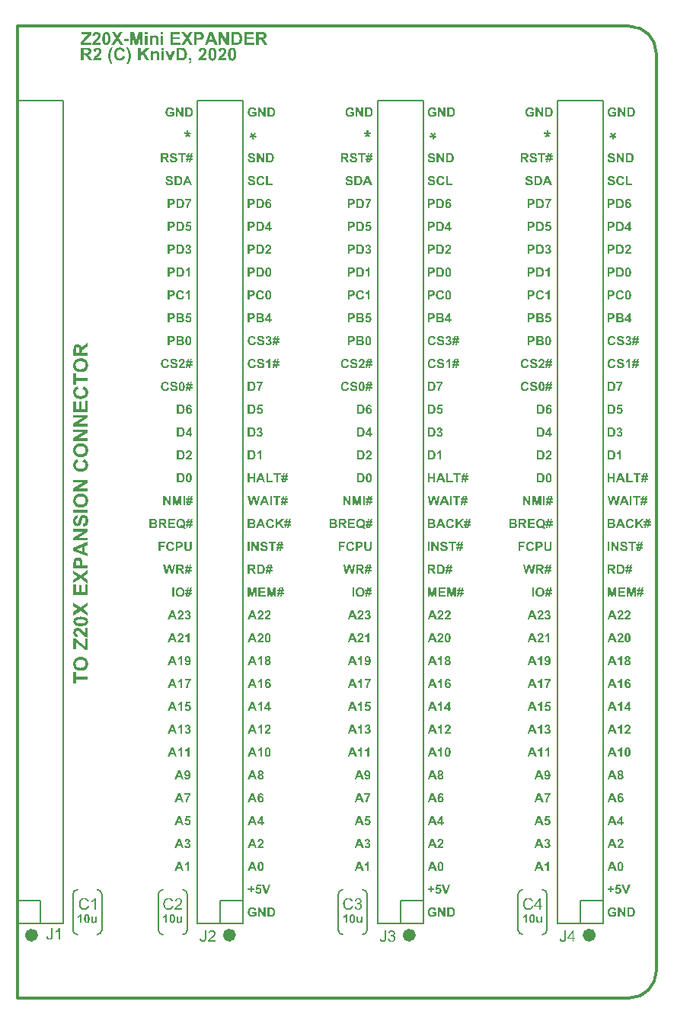
<source format=gto>
G04 Layer_Color=65535*
%FSLAX44Y44*%
%MOMM*%
G71*
G01*
G75*
%ADD13C,0.3500*%
%ADD18C,0.7500*%
%ADD19C,0.2000*%
%ADD20C,0.2032*%
G36*
X381136Y-598358D02*
X381296D01*
X381465Y-598368D01*
X381645Y-598378D01*
X382034Y-598418D01*
X382434Y-598468D01*
X382623Y-598498D01*
X382803Y-598538D01*
X382963Y-598578D01*
X383112Y-598628D01*
X383122D01*
X383142Y-598638D01*
X383182Y-598658D01*
X383232Y-598678D01*
X383302Y-598718D01*
X383372Y-598758D01*
X383541Y-598857D01*
X383731Y-598987D01*
X383931Y-599167D01*
X384131Y-599366D01*
X384220Y-599486D01*
X384310Y-599616D01*
X384320Y-599626D01*
X384330Y-599646D01*
X384350Y-599686D01*
X384380Y-599736D01*
X384410Y-599806D01*
X384450Y-599885D01*
X384490Y-599975D01*
X384540Y-600075D01*
X384580Y-600195D01*
X384620Y-600315D01*
X384689Y-600584D01*
X384739Y-600894D01*
X384759Y-601053D01*
Y-601223D01*
Y-601233D01*
Y-601273D01*
Y-601333D01*
X384749Y-601413D01*
X384739Y-601513D01*
X384719Y-601622D01*
X384700Y-601752D01*
X384679Y-601892D01*
X384590Y-602191D01*
X384540Y-602351D01*
X384470Y-602511D01*
X384400Y-602671D01*
X384300Y-602820D01*
X384200Y-602970D01*
X384081Y-603120D01*
X384071Y-603130D01*
X384051Y-603150D01*
X384011Y-603190D01*
X383951Y-603240D01*
X383881Y-603299D01*
X383791Y-603369D01*
X383691Y-603439D01*
X383572Y-603519D01*
X383442Y-603599D01*
X383292Y-603679D01*
X383122Y-603759D01*
X382943Y-603839D01*
X382743Y-603908D01*
X382533Y-603968D01*
X382304Y-604028D01*
X382054Y-604068D01*
X382064D01*
X382084Y-604088D01*
X382114Y-604108D01*
X382164Y-604138D01*
X382224Y-604168D01*
X382284Y-604218D01*
X382444Y-604318D01*
X382613Y-604447D01*
X382803Y-604597D01*
X382982Y-604757D01*
X383152Y-604926D01*
X383162Y-604936D01*
X383172Y-604947D01*
X383202Y-604976D01*
X383232Y-605016D01*
X383272Y-605076D01*
X383332Y-605136D01*
X383392Y-605216D01*
X383462Y-605306D01*
X383541Y-605416D01*
X383631Y-605535D01*
X383731Y-605675D01*
X383831Y-605825D01*
X383951Y-605985D01*
X384071Y-606174D01*
X384200Y-606364D01*
X384330Y-606584D01*
X385588Y-608580D01*
X383112D01*
X381625Y-606354D01*
X381615Y-606344D01*
X381595Y-606304D01*
X381545Y-606244D01*
X381495Y-606164D01*
X381435Y-606064D01*
X381355Y-605965D01*
X381186Y-605725D01*
X381006Y-605466D01*
X380826Y-605216D01*
X380746Y-605106D01*
X380667Y-605006D01*
X380597Y-604926D01*
X380537Y-604857D01*
X380527Y-604847D01*
X380487Y-604807D01*
X380427Y-604757D01*
X380347Y-604687D01*
X380257Y-604617D01*
X380158Y-604547D01*
X380038Y-604477D01*
X379918Y-604427D01*
X379898Y-604417D01*
X379858Y-604408D01*
X379778Y-604388D01*
X379669Y-604367D01*
X379519Y-604348D01*
X379339Y-604328D01*
X379119Y-604308D01*
X378461D01*
Y-608580D01*
X376394D01*
Y-598348D01*
X381006D01*
X381136Y-598358D01*
D02*
G37*
G36*
X372841Y-608580D02*
X370644D01*
X368608Y-600934D01*
X366582Y-608580D01*
X364326D01*
X361900Y-598348D01*
X364016D01*
X365554Y-605386D01*
X367420Y-598348D01*
X369876D01*
X371673Y-605495D01*
X373240Y-598348D01*
X375326D01*
X372841Y-608580D01*
D02*
G37*
G36*
X392486Y-600884D02*
X393454D01*
Y-602431D01*
X392166D01*
X391747Y-604487D01*
X393454D01*
Y-606025D01*
X391437D01*
X390878Y-608750D01*
X389331D01*
X389870Y-606025D01*
X388313D01*
X387764Y-608750D01*
X386187D01*
X386736Y-606025D01*
X385788D01*
Y-604487D01*
X387045D01*
X387465Y-602431D01*
X385788D01*
Y-600884D01*
X387774D01*
X388333Y-598169D01*
X389900D01*
X389351Y-600884D01*
X390888D01*
X391427Y-598169D01*
X393045D01*
X392486Y-600884D01*
D02*
G37*
G36*
X465762Y-633980D02*
X463846D01*
X463836Y-625934D01*
X461800Y-633980D01*
X459813D01*
X457797Y-625934D01*
Y-633980D01*
X455880D01*
Y-623748D01*
X458975D01*
X460821Y-630736D01*
X462648Y-623748D01*
X465762D01*
Y-633980D01*
D02*
G37*
G36*
X487204D02*
X485288D01*
X485278Y-625934D01*
X483241Y-633980D01*
X481255D01*
X479239Y-625934D01*
Y-633980D01*
X477322D01*
Y-623748D01*
X480416D01*
X482263Y-630736D01*
X484090Y-623748D01*
X487204D01*
Y-633980D01*
D02*
G37*
G36*
X495030Y-626284D02*
X495999D01*
Y-627831D01*
X494711D01*
X494292Y-629887D01*
X495999D01*
Y-631425D01*
X493982D01*
X493423Y-634150D01*
X491876D01*
X492415Y-631425D01*
X490858D01*
X490309Y-634150D01*
X488732D01*
X489281Y-631425D01*
X488332D01*
Y-629887D01*
X489590D01*
X490009Y-627831D01*
X488332D01*
Y-626284D01*
X490319D01*
X490878Y-623569D01*
X492445D01*
X491896Y-626284D01*
X493433D01*
X493972Y-623569D01*
X495589D01*
X495030Y-626284D01*
D02*
G37*
G36*
X460622Y-598358D02*
X460781D01*
X460951Y-598368D01*
X461131Y-598378D01*
X461520Y-598418D01*
X461919Y-598468D01*
X462109Y-598498D01*
X462289Y-598538D01*
X462448Y-598578D01*
X462598Y-598628D01*
X462608D01*
X462628Y-598638D01*
X462668Y-598658D01*
X462718Y-598678D01*
X462788Y-598718D01*
X462858Y-598758D01*
X463027Y-598857D01*
X463217Y-598987D01*
X463417Y-599167D01*
X463616Y-599366D01*
X463706Y-599486D01*
X463796Y-599616D01*
X463806Y-599626D01*
X463816Y-599646D01*
X463836Y-599686D01*
X463866Y-599736D01*
X463896Y-599806D01*
X463936Y-599885D01*
X463976Y-599975D01*
X464026Y-600075D01*
X464066Y-600195D01*
X464105Y-600315D01*
X464175Y-600584D01*
X464225Y-600894D01*
X464245Y-601053D01*
Y-601223D01*
Y-601233D01*
Y-601273D01*
Y-601333D01*
X464235Y-601413D01*
X464225Y-601513D01*
X464205Y-601622D01*
X464185Y-601752D01*
X464165Y-601892D01*
X464076Y-602191D01*
X464026Y-602351D01*
X463956Y-602511D01*
X463886Y-602671D01*
X463786Y-602820D01*
X463686Y-602970D01*
X463566Y-603120D01*
X463557Y-603130D01*
X463536Y-603150D01*
X463497Y-603190D01*
X463437Y-603240D01*
X463367Y-603299D01*
X463277Y-603369D01*
X463177Y-603439D01*
X463057Y-603519D01*
X462928Y-603599D01*
X462778Y-603679D01*
X462608Y-603759D01*
X462429Y-603839D01*
X462229Y-603908D01*
X462019Y-603968D01*
X461790Y-604028D01*
X461540Y-604068D01*
X461550D01*
X461570Y-604088D01*
X461600Y-604108D01*
X461650Y-604138D01*
X461710Y-604168D01*
X461770Y-604218D01*
X461929Y-604318D01*
X462099Y-604447D01*
X462289Y-604597D01*
X462468Y-604757D01*
X462638Y-604926D01*
X462648Y-604936D01*
X462658Y-604947D01*
X462688Y-604976D01*
X462718Y-605016D01*
X462758Y-605076D01*
X462818Y-605136D01*
X462878Y-605216D01*
X462948Y-605306D01*
X463027Y-605416D01*
X463117Y-605535D01*
X463217Y-605675D01*
X463317Y-605825D01*
X463437Y-605985D01*
X463557Y-606174D01*
X463686Y-606364D01*
X463816Y-606584D01*
X465074Y-608580D01*
X462598D01*
X461111Y-606354D01*
X461101Y-606344D01*
X461081Y-606304D01*
X461031Y-606244D01*
X460981Y-606164D01*
X460921Y-606064D01*
X460841Y-605965D01*
X460672Y-605725D01*
X460492Y-605466D01*
X460312Y-605216D01*
X460232Y-605106D01*
X460153Y-605006D01*
X460083Y-604926D01*
X460023Y-604857D01*
X460013Y-604847D01*
X459973Y-604807D01*
X459913Y-604757D01*
X459833Y-604687D01*
X459743Y-604617D01*
X459643Y-604547D01*
X459524Y-604477D01*
X459404Y-604427D01*
X459384Y-604417D01*
X459344Y-604408D01*
X459264Y-604388D01*
X459154Y-604367D01*
X459005Y-604348D01*
X458825Y-604328D01*
X458605Y-604308D01*
X457947D01*
Y-608580D01*
X455880D01*
Y-598348D01*
X460492D01*
X460622Y-598358D01*
D02*
G37*
G36*
X379809Y-572958D02*
X379999D01*
X380199Y-572968D01*
X380608Y-572988D01*
X380817Y-572998D01*
X381017Y-573018D01*
X381197Y-573038D01*
X381366Y-573058D01*
X381516Y-573078D01*
X381636Y-573108D01*
X381646D01*
X381676Y-573118D01*
X381726Y-573138D01*
X381786Y-573158D01*
X381856Y-573188D01*
X381945Y-573218D01*
X382045Y-573268D01*
X382145Y-573318D01*
X382385Y-573447D01*
X382504Y-573537D01*
X382624Y-573627D01*
X382754Y-573727D01*
X382874Y-573847D01*
X382994Y-573966D01*
X383103Y-574106D01*
X383113Y-574116D01*
X383133Y-574146D01*
X383163Y-574186D01*
X383193Y-574246D01*
X383243Y-574326D01*
X383293Y-574416D01*
X383343Y-574525D01*
X383403Y-574645D01*
X383463Y-574785D01*
X383512Y-574935D01*
X383563Y-575094D01*
X383612Y-575274D01*
X383642Y-575464D01*
X383672Y-575663D01*
X383692Y-575873D01*
X383702Y-576103D01*
Y-576113D01*
Y-576143D01*
Y-576193D01*
X383692Y-576262D01*
Y-576342D01*
X383682Y-576432D01*
X383672Y-576542D01*
X383662Y-576652D01*
X383612Y-576901D01*
X383553Y-577171D01*
X383473Y-577430D01*
X383353Y-577690D01*
Y-577700D01*
X383333Y-577720D01*
X383323Y-577750D01*
X383293Y-577800D01*
X383213Y-577909D01*
X383113Y-578059D01*
X382994Y-578219D01*
X382844Y-578389D01*
X382674Y-578548D01*
X382484Y-578698D01*
X382474D01*
X382464Y-578718D01*
X382435Y-578728D01*
X382394Y-578758D01*
X382295Y-578818D01*
X382155Y-578888D01*
X381995Y-578978D01*
X381816Y-579047D01*
X381616Y-579117D01*
X381416Y-579177D01*
X381406D01*
X381386Y-579187D01*
X381336D01*
X381277Y-579197D01*
X381207Y-579207D01*
X381107Y-579217D01*
X380997Y-579237D01*
X380877Y-579247D01*
X380728Y-579257D01*
X380568Y-579277D01*
X380398Y-579287D01*
X380208Y-579297D01*
X379999Y-579307D01*
X379769D01*
X379540Y-579317D01*
X377943D01*
Y-583180D01*
X375876D01*
Y-572948D01*
X379639D01*
X379809Y-572958D01*
D02*
G37*
G36*
X393545Y-578329D02*
Y-578349D01*
Y-578409D01*
Y-578498D01*
Y-578628D01*
Y-578778D01*
X393535Y-578948D01*
Y-579137D01*
X393525Y-579337D01*
X393505Y-579766D01*
X393475Y-580195D01*
X393455Y-580405D01*
X393435Y-580595D01*
X393405Y-580774D01*
X393375Y-580924D01*
Y-580934D01*
X393365Y-580954D01*
X393355Y-580994D01*
X393345Y-581054D01*
X393325Y-581114D01*
X393295Y-581194D01*
X393235Y-581373D01*
X393145Y-581573D01*
X393046Y-581782D01*
X392916Y-582002D01*
X392756Y-582212D01*
Y-582222D01*
X392736Y-582232D01*
X392706Y-582262D01*
X392676Y-582302D01*
X392576Y-582391D01*
X392437Y-582511D01*
X392267Y-582641D01*
X392057Y-582781D01*
X391818Y-582920D01*
X391548Y-583040D01*
X391538D01*
X391518Y-583050D01*
X391468Y-583070D01*
X391409Y-583090D01*
X391339Y-583110D01*
X391249Y-583140D01*
X391139Y-583170D01*
X391019Y-583190D01*
X390889Y-583220D01*
X390740Y-583250D01*
X390580Y-583280D01*
X390400Y-583300D01*
X390221Y-583320D01*
X390021Y-583340D01*
X389801Y-583350D01*
X389442D01*
X389342Y-583340D01*
X389222D01*
X389083Y-583330D01*
X388923Y-583320D01*
X388753Y-583310D01*
X388394Y-583270D01*
X388024Y-583210D01*
X387845Y-583170D01*
X387665Y-583130D01*
X387505Y-583080D01*
X387356Y-583020D01*
X387346D01*
X387326Y-583000D01*
X387286Y-582980D01*
X387236Y-582960D01*
X387166Y-582920D01*
X387096Y-582881D01*
X386926Y-582781D01*
X386737Y-582661D01*
X386537Y-582501D01*
X386348Y-582332D01*
X386168Y-582142D01*
Y-582132D01*
X386148Y-582112D01*
X386128Y-582092D01*
X386098Y-582042D01*
X386018Y-581932D01*
X385928Y-581792D01*
X385838Y-581623D01*
X385739Y-581433D01*
X385659Y-581223D01*
X385589Y-581004D01*
Y-580994D01*
X385579Y-580964D01*
X385569Y-580914D01*
X385559Y-580844D01*
X385539Y-580744D01*
X385529Y-580635D01*
X385509Y-580505D01*
X385489Y-580345D01*
X385469Y-580175D01*
X385449Y-579986D01*
X385439Y-579766D01*
X385419Y-579537D01*
X385409Y-579287D01*
X385399Y-579017D01*
X385389Y-578718D01*
Y-578409D01*
Y-572948D01*
X387455D01*
Y-578488D01*
Y-578498D01*
Y-578548D01*
Y-578608D01*
Y-578698D01*
Y-578808D01*
Y-578928D01*
X387466Y-579057D01*
Y-579197D01*
X387476Y-579487D01*
X387486Y-579766D01*
X387495Y-579896D01*
X387505Y-580006D01*
X387515Y-580116D01*
X387525Y-580195D01*
Y-580205D01*
X387535Y-580225D01*
X387545Y-580255D01*
X387555Y-580295D01*
X387595Y-580415D01*
X387655Y-580555D01*
X387735Y-580714D01*
X387845Y-580884D01*
X387985Y-581054D01*
X388154Y-581203D01*
X388164D01*
X388174Y-581223D01*
X388204Y-581233D01*
X388244Y-581263D01*
X388294Y-581293D01*
X388354Y-581323D01*
X388434Y-581353D01*
X388514Y-581393D01*
X388604Y-581433D01*
X388703Y-581463D01*
X388943Y-581523D01*
X389212Y-581563D01*
X389522Y-581583D01*
X389602D01*
X389662Y-581573D01*
X389741D01*
X389821Y-581563D01*
X390021Y-581543D01*
X390231Y-581493D01*
X390450Y-581433D01*
X390660Y-581353D01*
X390750Y-581293D01*
X390840Y-581233D01*
X390849D01*
X390859Y-581213D01*
X390909Y-581174D01*
X390989Y-581094D01*
X391079Y-580984D01*
X391169Y-580864D01*
X391259Y-580714D01*
X391329Y-580545D01*
X391379Y-580355D01*
Y-580345D01*
Y-580325D01*
X391389Y-580295D01*
X391399Y-580255D01*
Y-580195D01*
X391409Y-580126D01*
X391418Y-580036D01*
X391428Y-579936D01*
X391438Y-579826D01*
X391448Y-579696D01*
X391458Y-579557D01*
Y-579397D01*
X391468Y-579217D01*
X391478Y-579037D01*
Y-578828D01*
Y-578608D01*
Y-572948D01*
X393545D01*
Y-578329D01*
D02*
G37*
G36*
X370146Y-572779D02*
X370276Y-572789D01*
X370436Y-572799D01*
X370625Y-572828D01*
X370825Y-572858D01*
X371055Y-572908D01*
X371294Y-572968D01*
X371534Y-573038D01*
X371793Y-573128D01*
X372043Y-573238D01*
X372303Y-573368D01*
X372552Y-573517D01*
X372792Y-573687D01*
X373021Y-573887D01*
X373031Y-573897D01*
X373051Y-573917D01*
X373091Y-573956D01*
X373141Y-574006D01*
X373191Y-574076D01*
X373261Y-574156D01*
X373331Y-574256D01*
X373411Y-574366D01*
X373500Y-574486D01*
X373580Y-574625D01*
X373670Y-574785D01*
X373760Y-574955D01*
X373840Y-575134D01*
X373920Y-575334D01*
X373999Y-575544D01*
X374069Y-575763D01*
X372023Y-576252D01*
Y-576242D01*
X372013Y-576212D01*
X372003Y-576172D01*
X371983Y-576123D01*
X371963Y-576053D01*
X371933Y-575983D01*
X371853Y-575803D01*
X371754Y-575603D01*
X371624Y-575394D01*
X371454Y-575194D01*
X371254Y-575005D01*
X371244Y-574995D01*
X371225Y-574985D01*
X371194Y-574965D01*
X371155Y-574935D01*
X371095Y-574895D01*
X371035Y-574855D01*
X370955Y-574815D01*
X370865Y-574765D01*
X370666Y-574685D01*
X370426Y-574605D01*
X370156Y-574555D01*
X370007Y-574535D01*
X369807D01*
X369747Y-574545D01*
X369667D01*
X369567Y-574555D01*
X369458Y-574575D01*
X369338Y-574605D01*
X369198Y-574635D01*
X369058Y-574685D01*
X368909Y-574735D01*
X368749Y-574805D01*
X368599Y-574885D01*
X368439Y-574975D01*
X368290Y-575084D01*
X368150Y-575214D01*
X368010Y-575354D01*
X368000Y-575364D01*
X367980Y-575394D01*
X367950Y-575444D01*
X367900Y-575514D01*
X367850Y-575603D01*
X367791Y-575713D01*
X367731Y-575843D01*
X367661Y-575993D01*
X367601Y-576162D01*
X367531Y-576362D01*
X367471Y-576572D01*
X367421Y-576811D01*
X367371Y-577081D01*
X367341Y-577360D01*
X367321Y-577670D01*
X367311Y-577999D01*
Y-578009D01*
Y-578019D01*
Y-578049D01*
Y-578089D01*
Y-578189D01*
X367321Y-578319D01*
X367331Y-578478D01*
X367351Y-578658D01*
X367371Y-578858D01*
X367401Y-579077D01*
X367431Y-579297D01*
X367481Y-579526D01*
X367531Y-579756D01*
X367601Y-579986D01*
X367681Y-580205D01*
X367771Y-580415D01*
X367880Y-580595D01*
X368000Y-580764D01*
X368010Y-580774D01*
X368030Y-580794D01*
X368070Y-580844D01*
X368130Y-580894D01*
X368200Y-580954D01*
X368280Y-581024D01*
X368380Y-581094D01*
X368489Y-581174D01*
X368609Y-581253D01*
X368749Y-581323D01*
X368899Y-581393D01*
X369058Y-581453D01*
X369238Y-581503D01*
X369418Y-581543D01*
X369617Y-581573D01*
X369817Y-581583D01*
X369897D01*
X369957Y-581573D01*
X370027Y-581563D01*
X370106Y-581553D01*
X370206Y-581543D01*
X370306Y-581513D01*
X370526Y-581453D01*
X370765Y-581363D01*
X370885Y-581303D01*
X371005Y-581233D01*
X371125Y-581154D01*
X371234Y-581064D01*
X371244Y-581054D01*
X371264Y-581034D01*
X371294Y-581004D01*
X371334Y-580964D01*
X371384Y-580904D01*
X371434Y-580834D01*
X371504Y-580754D01*
X371564Y-580654D01*
X371634Y-580545D01*
X371704Y-580425D01*
X371783Y-580295D01*
X371853Y-580145D01*
X371913Y-579976D01*
X371983Y-579806D01*
X372043Y-579606D01*
X372093Y-579407D01*
X374099Y-580046D01*
X374089Y-580066D01*
X374079Y-580116D01*
X374049Y-580205D01*
X374010Y-580315D01*
X373960Y-580455D01*
X373900Y-580615D01*
X373820Y-580794D01*
X373730Y-580984D01*
X373630Y-581184D01*
X373520Y-581393D01*
X373391Y-581603D01*
X373251Y-581802D01*
X373101Y-582002D01*
X372931Y-582202D01*
X372752Y-582381D01*
X372562Y-582541D01*
X372552Y-582551D01*
X372512Y-582571D01*
X372452Y-582611D01*
X372372Y-582671D01*
X372263Y-582731D01*
X372133Y-582801D01*
X371993Y-582871D01*
X371823Y-582940D01*
X371634Y-583020D01*
X371434Y-583090D01*
X371204Y-583160D01*
X370965Y-583220D01*
X370705Y-583270D01*
X370436Y-583310D01*
X370146Y-583340D01*
X369847Y-583350D01*
X369757D01*
X369647Y-583340D01*
X369507Y-583330D01*
X369328Y-583310D01*
X369128Y-583280D01*
X368909Y-583230D01*
X368659Y-583180D01*
X368400Y-583100D01*
X368130Y-583010D01*
X367850Y-582901D01*
X367571Y-582761D01*
X367291Y-582601D01*
X367012Y-582421D01*
X366742Y-582202D01*
X366493Y-581962D01*
X366483Y-581942D01*
X366433Y-581902D01*
X366373Y-581822D01*
X366293Y-581703D01*
X366193Y-581563D01*
X366084Y-581393D01*
X365964Y-581194D01*
X365844Y-580964D01*
X365714Y-580704D01*
X365594Y-580425D01*
X365485Y-580116D01*
X365395Y-579776D01*
X365305Y-579407D01*
X365245Y-579017D01*
X365205Y-578598D01*
X365185Y-578159D01*
Y-578149D01*
Y-578129D01*
Y-578099D01*
Y-578049D01*
X365195Y-577989D01*
Y-577909D01*
Y-577830D01*
X365205Y-577740D01*
X365225Y-577520D01*
X365255Y-577271D01*
X365295Y-577001D01*
X365355Y-576702D01*
X365425Y-576392D01*
X365505Y-576063D01*
X365615Y-575733D01*
X365744Y-575404D01*
X365894Y-575075D01*
X366064Y-574765D01*
X366273Y-574466D01*
X366503Y-574186D01*
X366523Y-574166D01*
X366563Y-574126D01*
X366643Y-574056D01*
X366742Y-573966D01*
X366872Y-573857D01*
X367032Y-573737D01*
X367222Y-573607D01*
X367431Y-573477D01*
X367671Y-573348D01*
X367930Y-573218D01*
X368210Y-573098D01*
X368519Y-572988D01*
X368849Y-572898D01*
X369198Y-572828D01*
X369577Y-572789D01*
X369967Y-572769D01*
X370047D01*
X370146Y-572779D01*
D02*
G37*
G36*
X470275Y-598358D02*
X470394D01*
X470534Y-598368D01*
X470674D01*
X470993Y-598398D01*
X471313Y-598428D01*
X471622Y-598478D01*
X471772Y-598508D01*
X471902Y-598548D01*
X471912D01*
X471941Y-598558D01*
X471991Y-598578D01*
X472051Y-598598D01*
X472131Y-598628D01*
X472221Y-598668D01*
X472321Y-598718D01*
X472441Y-598768D01*
X472680Y-598897D01*
X472940Y-599057D01*
X473199Y-599257D01*
X473449Y-599496D01*
X473459Y-599506D01*
X473479Y-599526D01*
X473509Y-599566D01*
X473559Y-599616D01*
X473609Y-599686D01*
X473668Y-599756D01*
X473738Y-599856D01*
X473808Y-599955D01*
X473888Y-600065D01*
X473968Y-600195D01*
X474048Y-600335D01*
X474128Y-600475D01*
X474287Y-600794D01*
X474427Y-601153D01*
Y-601163D01*
X474437Y-601193D01*
X474457Y-601253D01*
X474477Y-601333D01*
X474507Y-601423D01*
X474537Y-601543D01*
X474567Y-601672D01*
X474597Y-601822D01*
X474627Y-601992D01*
X474657Y-602171D01*
X474687Y-602371D01*
X474717Y-602581D01*
X474737Y-602810D01*
X474757Y-603050D01*
X474767Y-603309D01*
Y-603569D01*
Y-603579D01*
Y-603629D01*
Y-603689D01*
Y-603779D01*
X474757Y-603888D01*
X474747Y-604018D01*
X474737Y-604158D01*
X474726Y-604308D01*
X474707Y-604477D01*
X474687Y-604657D01*
X474637Y-605016D01*
X474557Y-605386D01*
X474447Y-605745D01*
Y-605755D01*
X474427Y-605795D01*
X474407Y-605855D01*
X474377Y-605935D01*
X474337Y-606025D01*
X474287Y-606134D01*
X474237Y-606254D01*
X474168Y-606394D01*
X474008Y-606673D01*
X473828Y-606983D01*
X473599Y-607272D01*
X473479Y-607422D01*
X473349Y-607552D01*
X473339Y-607562D01*
X473329Y-607572D01*
X473289Y-607602D01*
X473249Y-607642D01*
X473199Y-607682D01*
X473129Y-607732D01*
X473050Y-607791D01*
X472970Y-607851D01*
X472870Y-607911D01*
X472760Y-607981D01*
X472640Y-608051D01*
X472510Y-608111D01*
X472221Y-608251D01*
X471902Y-608370D01*
X471892D01*
X471872Y-608380D01*
X471832Y-608390D01*
X471772Y-608400D01*
X471712Y-608420D01*
X471622Y-608440D01*
X471522Y-608460D01*
X471412Y-608470D01*
X471293Y-608490D01*
X471153Y-608510D01*
X471003Y-608530D01*
X470834Y-608550D01*
X470664Y-608560D01*
X470474Y-608570D01*
X470275Y-608580D01*
X466182D01*
Y-598348D01*
X470165D01*
X470275Y-598358D01*
D02*
G37*
G36*
X482293Y-600884D02*
X483261D01*
Y-602431D01*
X481974D01*
X481554Y-604487D01*
X483261D01*
Y-606025D01*
X481245D01*
X480686Y-608750D01*
X479139D01*
X479678Y-606025D01*
X478120D01*
X477571Y-608750D01*
X475994D01*
X476543Y-606025D01*
X475595D01*
Y-604487D01*
X476853D01*
X477272Y-602431D01*
X475595D01*
Y-600884D01*
X477581D01*
X478140Y-598169D01*
X479708D01*
X479159Y-600884D01*
X480696D01*
X481235Y-598169D01*
X482852D01*
X482293Y-600884D01*
D02*
G37*
G36*
X363848Y-574675D02*
X358886D01*
Y-577101D01*
X363169D01*
Y-578828D01*
X358886D01*
Y-583180D01*
X356820D01*
Y-572948D01*
X363848D01*
Y-574675D01*
D02*
G37*
G36*
X377252Y-659380D02*
X374996D01*
X374107Y-657054D01*
X370015D01*
X369166Y-659380D01*
X366980D01*
X370953Y-649148D01*
X373159D01*
X377252Y-659380D01*
D02*
G37*
G36*
X381434Y-649118D02*
X381534D01*
X381664Y-649128D01*
X381804Y-649148D01*
X381973Y-649178D01*
X382143Y-649208D01*
X382333Y-649258D01*
X382522Y-649308D01*
X382722Y-649378D01*
X382922Y-649458D01*
X383121Y-649548D01*
X383311Y-649657D01*
X383491Y-649787D01*
X383660Y-649927D01*
X383670Y-649937D01*
X383700Y-649967D01*
X383740Y-650007D01*
X383800Y-650077D01*
X383860Y-650156D01*
X383940Y-650246D01*
X384010Y-650366D01*
X384100Y-650486D01*
X384179Y-650626D01*
X384259Y-650785D01*
X384329Y-650955D01*
X384389Y-651135D01*
X384449Y-651324D01*
X384489Y-651524D01*
X384519Y-651744D01*
X384529Y-651963D01*
Y-651973D01*
Y-651993D01*
Y-652033D01*
Y-652083D01*
X384519Y-652143D01*
Y-652213D01*
X384499Y-652383D01*
X384469Y-652592D01*
X384419Y-652812D01*
X384359Y-653041D01*
X384279Y-653281D01*
Y-653291D01*
X384269Y-653311D01*
X384249Y-653341D01*
X384229Y-653391D01*
X384209Y-653441D01*
X384170Y-653511D01*
X384090Y-653670D01*
X383980Y-653870D01*
X383840Y-654089D01*
X383680Y-654329D01*
X383491Y-654579D01*
Y-654589D01*
X383471Y-654598D01*
X383451Y-654629D01*
X383421Y-654658D01*
X383381Y-654708D01*
X383331Y-654768D01*
X383271Y-654838D01*
X383201Y-654918D01*
X383121Y-654998D01*
X383022Y-655098D01*
X382922Y-655208D01*
X382802Y-655327D01*
X382672Y-655447D01*
X382532Y-655587D01*
X382373Y-655726D01*
X382203Y-655886D01*
X382193Y-655896D01*
X382163Y-655926D01*
X382113Y-655966D01*
X382053Y-656026D01*
X381983Y-656096D01*
X381894Y-656166D01*
X381704Y-656345D01*
X381504Y-656535D01*
X381315Y-656715D01*
X381225Y-656805D01*
X381145Y-656885D01*
X381075Y-656954D01*
X381025Y-657014D01*
X381015Y-657024D01*
X380985Y-657064D01*
X380945Y-657114D01*
X380885Y-657184D01*
X380826Y-657264D01*
X380756Y-657364D01*
X380636Y-657553D01*
X384529D01*
Y-659380D01*
X377661D01*
Y-659370D01*
X377671Y-659330D01*
Y-659280D01*
X377691Y-659200D01*
X377701Y-659110D01*
X377721Y-659011D01*
X377751Y-658881D01*
X377781Y-658751D01*
X377821Y-658601D01*
X377871Y-658452D01*
X377990Y-658122D01*
X378130Y-657783D01*
X378220Y-657603D01*
X378320Y-657433D01*
X378330Y-657423D01*
X378350Y-657394D01*
X378380Y-657334D01*
X378430Y-657264D01*
X378500Y-657174D01*
X378579Y-657054D01*
X378689Y-656924D01*
X378809Y-656775D01*
X378949Y-656615D01*
X379109Y-656425D01*
X379288Y-656226D01*
X379488Y-656006D01*
X379707Y-655767D01*
X379957Y-655517D01*
X380227Y-655257D01*
X380526Y-654978D01*
X380546Y-654968D01*
X380586Y-654928D01*
X380656Y-654858D01*
X380736Y-654778D01*
X380845Y-654678D01*
X380965Y-654559D01*
X381095Y-654439D01*
X381225Y-654299D01*
X381504Y-654020D01*
X381644Y-653880D01*
X381774Y-653750D01*
X381894Y-653620D01*
X381993Y-653501D01*
X382083Y-653391D01*
X382153Y-653301D01*
Y-653291D01*
X382173Y-653271D01*
X382193Y-653241D01*
X382213Y-653201D01*
X382253Y-653141D01*
X382283Y-653081D01*
X382363Y-652922D01*
X382433Y-652742D01*
X382503Y-652542D01*
X382542Y-652323D01*
X382562Y-652103D01*
Y-652093D01*
Y-652073D01*
Y-652043D01*
X382552Y-651993D01*
X382542Y-651873D01*
X382522Y-651734D01*
X382472Y-651564D01*
X382413Y-651404D01*
X382323Y-651235D01*
X382203Y-651095D01*
X382183Y-651075D01*
X382143Y-651035D01*
X382063Y-650985D01*
X381953Y-650915D01*
X381814Y-650845D01*
X381644Y-650795D01*
X381454Y-650755D01*
X381235Y-650735D01*
X381175D01*
X381135Y-650745D01*
X381025Y-650755D01*
X380885Y-650785D01*
X380726Y-650825D01*
X380566Y-650895D01*
X380406Y-650985D01*
X380257Y-651115D01*
X380237Y-651135D01*
X380197Y-651185D01*
X380137Y-651274D01*
X380067Y-651404D01*
X380037Y-651484D01*
X379997Y-651574D01*
X379967Y-651674D01*
X379937Y-651784D01*
X379907Y-651903D01*
X379877Y-652033D01*
X379857Y-652183D01*
X379847Y-652333D01*
X377891Y-652143D01*
Y-652123D01*
X377901Y-652073D01*
X377911Y-651993D01*
X377931Y-651883D01*
X377961Y-651744D01*
X377990Y-651594D01*
X378040Y-651424D01*
X378090Y-651245D01*
X378150Y-651055D01*
X378230Y-650865D01*
X378320Y-650666D01*
X378420Y-650476D01*
X378540Y-650296D01*
X378669Y-650117D01*
X378819Y-649957D01*
X378979Y-649817D01*
X378989Y-649807D01*
X379019Y-649787D01*
X379069Y-649747D01*
X379148Y-649707D01*
X379238Y-649657D01*
X379338Y-649597D01*
X379468Y-649528D01*
X379608Y-649458D01*
X379767Y-649398D01*
X379947Y-649328D01*
X380137Y-649268D01*
X380336Y-649218D01*
X380556Y-649178D01*
X380785Y-649138D01*
X381035Y-649118D01*
X381285Y-649108D01*
X381354D01*
X381434Y-649118D01*
D02*
G37*
G36*
X389221D02*
X389320D01*
X389440Y-649138D01*
X389590Y-649158D01*
X389740Y-649188D01*
X389919Y-649228D01*
X390099Y-649278D01*
X390289Y-649338D01*
X390478Y-649408D01*
X390678Y-649498D01*
X390868Y-649607D01*
X391057Y-649727D01*
X391237Y-649877D01*
X391407Y-650037D01*
X391417Y-650047D01*
X391437Y-650067D01*
X391477Y-650117D01*
X391516Y-650166D01*
X391576Y-650236D01*
X391636Y-650326D01*
X391696Y-650416D01*
X391766Y-650526D01*
X391836Y-650646D01*
X391896Y-650775D01*
X392015Y-651065D01*
X392055Y-651225D01*
X392095Y-651384D01*
X392115Y-651554D01*
X392125Y-651734D01*
Y-651754D01*
Y-651794D01*
X392115Y-651863D01*
X392105Y-651953D01*
X392085Y-652073D01*
X392045Y-652203D01*
X392006Y-652353D01*
X391946Y-652512D01*
X391866Y-652672D01*
X391766Y-652852D01*
X391646Y-653031D01*
X391506Y-653211D01*
X391337Y-653391D01*
X391137Y-653560D01*
X390908Y-653730D01*
X390648Y-653890D01*
X390658D01*
X390688Y-653900D01*
X390728Y-653910D01*
X390798Y-653930D01*
X390868Y-653950D01*
X390957Y-653980D01*
X391157Y-654060D01*
X391377Y-654169D01*
X391606Y-654319D01*
X391726Y-654409D01*
X391836Y-654499D01*
X391946Y-654609D01*
X392045Y-654728D01*
X392055Y-654738D01*
X392065Y-654758D01*
X392095Y-654798D01*
X392125Y-654848D01*
X392165Y-654908D01*
X392215Y-654988D01*
X392265Y-655078D01*
X392315Y-655178D01*
X392355Y-655287D01*
X392405Y-655407D01*
X392495Y-655677D01*
X392555Y-655976D01*
X392565Y-656146D01*
X392575Y-656316D01*
Y-656326D01*
Y-656375D01*
X392565Y-656445D01*
X392555Y-656535D01*
X392545Y-656655D01*
X392525Y-656785D01*
X392495Y-656934D01*
X392455Y-657104D01*
X392395Y-657274D01*
X392335Y-657463D01*
X392255Y-657653D01*
X392155Y-657843D01*
X392045Y-658042D01*
X391916Y-658232D01*
X391756Y-658422D01*
X391586Y-658601D01*
X391576Y-658611D01*
X391546Y-658641D01*
X391486Y-658691D01*
X391407Y-658751D01*
X391317Y-658821D01*
X391197Y-658901D01*
X391067Y-658991D01*
X390918Y-659071D01*
X390748Y-659160D01*
X390558Y-659250D01*
X390359Y-659330D01*
X390139Y-659400D01*
X389909Y-659460D01*
X389670Y-659510D01*
X389410Y-659540D01*
X389141Y-659550D01*
X389081D01*
X389011Y-659540D01*
X388911D01*
X388791Y-659530D01*
X388652Y-659510D01*
X388502Y-659480D01*
X388332Y-659450D01*
X388152Y-659410D01*
X387973Y-659350D01*
X387773Y-659290D01*
X387583Y-659210D01*
X387394Y-659120D01*
X387194Y-659011D01*
X387014Y-658891D01*
X386835Y-658751D01*
X386825Y-658741D01*
X386795Y-658711D01*
X386755Y-658671D01*
X386695Y-658601D01*
X386615Y-658521D01*
X386545Y-658432D01*
X386455Y-658322D01*
X386366Y-658192D01*
X386276Y-658052D01*
X386176Y-657893D01*
X386096Y-657723D01*
X386006Y-657533D01*
X385936Y-657334D01*
X385876Y-657124D01*
X385826Y-656904D01*
X385787Y-656665D01*
X387683Y-656425D01*
Y-656435D01*
Y-656455D01*
X387693Y-656495D01*
X387703Y-656545D01*
X387713Y-656605D01*
X387733Y-656675D01*
X387773Y-656835D01*
X387843Y-657014D01*
X387923Y-657204D01*
X388033Y-657384D01*
X388162Y-657543D01*
X388182Y-657563D01*
X388232Y-657603D01*
X388322Y-657663D01*
X388432Y-657733D01*
X388572Y-657803D01*
X388741Y-657863D01*
X388921Y-657903D01*
X389131Y-657923D01*
X389190D01*
X389230Y-657913D01*
X389340Y-657903D01*
X389480Y-657863D01*
X389640Y-657813D01*
X389809Y-657733D01*
X389989Y-657613D01*
X390069Y-657543D01*
X390149Y-657463D01*
X390159Y-657453D01*
X390169Y-657443D01*
X390189Y-657413D01*
X390219Y-657384D01*
X390279Y-657274D01*
X390359Y-657134D01*
X390438Y-656954D01*
X390498Y-656745D01*
X390548Y-656505D01*
X390568Y-656226D01*
Y-656216D01*
Y-656196D01*
Y-656156D01*
X390558Y-656106D01*
Y-656036D01*
X390548Y-655966D01*
X390518Y-655806D01*
X390468Y-655617D01*
X390398Y-655417D01*
X390299Y-655227D01*
X390169Y-655058D01*
Y-655048D01*
X390149Y-655038D01*
X390099Y-654988D01*
X390009Y-654918D01*
X389899Y-654838D01*
X389759Y-654758D01*
X389590Y-654688D01*
X389410Y-654639D01*
X389310Y-654619D01*
X389131D01*
X389061Y-654629D01*
X388951Y-654639D01*
X388821Y-654658D01*
X388671Y-654678D01*
X388502Y-654718D01*
X388312Y-654768D01*
X388522Y-653171D01*
X388721D01*
X388801Y-653161D01*
X388971Y-653141D01*
X389171Y-653101D01*
X389370Y-653041D01*
X389570Y-652952D01*
X389740Y-652832D01*
X389759Y-652812D01*
X389809Y-652762D01*
X389869Y-652682D01*
X389949Y-652572D01*
X390029Y-652432D01*
X390089Y-652263D01*
X390139Y-652073D01*
X390159Y-651863D01*
Y-651853D01*
Y-651843D01*
Y-651814D01*
Y-651774D01*
X390139Y-651684D01*
X390119Y-651564D01*
X390079Y-651434D01*
X390029Y-651294D01*
X389949Y-651155D01*
X389849Y-651035D01*
X389839Y-651025D01*
X389790Y-650985D01*
X389730Y-650935D01*
X389630Y-650875D01*
X389510Y-650825D01*
X389370Y-650775D01*
X389211Y-650735D01*
X389031Y-650725D01*
X389011D01*
X388951Y-650735D01*
X388851Y-650745D01*
X388741Y-650765D01*
X388602Y-650815D01*
X388462Y-650875D01*
X388312Y-650955D01*
X388172Y-651075D01*
X388152Y-651095D01*
X388112Y-651135D01*
X388053Y-651225D01*
X387983Y-651334D01*
X387913Y-651474D01*
X387843Y-651654D01*
X387783Y-651853D01*
X387743Y-652093D01*
X385936Y-651794D01*
Y-651784D01*
X385946Y-651754D01*
X385956Y-651704D01*
X385966Y-651644D01*
X385986Y-651564D01*
X386016Y-651474D01*
X386046Y-651364D01*
X386076Y-651255D01*
X386156Y-651025D01*
X386246Y-650775D01*
X386366Y-650526D01*
X386495Y-650306D01*
Y-650296D01*
X386515Y-650276D01*
X386535Y-650256D01*
X386565Y-650216D01*
X386655Y-650117D01*
X386775Y-649987D01*
X386925Y-649847D01*
X387114Y-649697D01*
X387324Y-649557D01*
X387563Y-649428D01*
X387573D01*
X387593Y-649418D01*
X387633Y-649398D01*
X387683Y-649378D01*
X387743Y-649358D01*
X387823Y-649328D01*
X387913Y-649298D01*
X388013Y-649268D01*
X388232Y-649208D01*
X388492Y-649158D01*
X388771Y-649118D01*
X389081Y-649108D01*
X389141D01*
X389221Y-649118D01*
D02*
G37*
G36*
X478200Y-674518D02*
X478310Y-674528D01*
X478430Y-674538D01*
X478580Y-674568D01*
X478739Y-674598D01*
X478909Y-674638D01*
X479089Y-674698D01*
X479278Y-674768D01*
X479478Y-674858D01*
X479668Y-674958D01*
X479857Y-675077D01*
X480047Y-675227D01*
X480227Y-675387D01*
X480386Y-675576D01*
X480396Y-675586D01*
X480426Y-675636D01*
X480476Y-675706D01*
X480546Y-675816D01*
X480616Y-675956D01*
X480706Y-676125D01*
X480796Y-676325D01*
X480886Y-676565D01*
X480975Y-676834D01*
X481065Y-677144D01*
X481155Y-677483D01*
X481225Y-677862D01*
X481295Y-678272D01*
X481345Y-678721D01*
X481375Y-679210D01*
X481385Y-679739D01*
Y-679749D01*
Y-679769D01*
Y-679809D01*
Y-679869D01*
Y-679939D01*
X481375Y-680018D01*
Y-680108D01*
X481365Y-680208D01*
Y-680328D01*
X481355Y-680448D01*
X481335Y-680727D01*
X481305Y-681027D01*
X481255Y-681346D01*
X481205Y-681685D01*
X481135Y-682035D01*
X481055Y-682384D01*
X480955Y-682724D01*
X480846Y-683053D01*
X480706Y-683372D01*
X480556Y-683652D01*
X480377Y-683912D01*
X480367Y-683922D01*
X480336Y-683951D01*
X480287Y-684011D01*
X480227Y-684071D01*
X480137Y-684151D01*
X480037Y-684241D01*
X479917Y-684331D01*
X479777Y-684431D01*
X479618Y-684530D01*
X479448Y-684620D01*
X479258Y-684710D01*
X479049Y-684790D01*
X478829Y-684850D01*
X478590Y-684900D01*
X478330Y-684940D01*
X478061Y-684950D01*
X477991D01*
X477921Y-684940D01*
X477811Y-684930D01*
X477691Y-684910D01*
X477542Y-684890D01*
X477382Y-684850D01*
X477202Y-684810D01*
X477012Y-684750D01*
X476823Y-684670D01*
X476623Y-684580D01*
X476423Y-684471D01*
X476214Y-684341D01*
X476024Y-684191D01*
X475835Y-684011D01*
X475655Y-683812D01*
X475645Y-683802D01*
X475615Y-683752D01*
X475575Y-683682D01*
X475515Y-683582D01*
X475445Y-683452D01*
X475365Y-683293D01*
X475285Y-683093D01*
X475206Y-682873D01*
X475116Y-682604D01*
X475036Y-682304D01*
X474956Y-681975D01*
X474886Y-681596D01*
X474826Y-681186D01*
X474806Y-680967D01*
X474786Y-680737D01*
X474767Y-680498D01*
X474757Y-680248D01*
X474747Y-679989D01*
Y-679719D01*
Y-679709D01*
Y-679689D01*
Y-679649D01*
Y-679589D01*
Y-679519D01*
X474757Y-679439D01*
Y-679350D01*
X474767Y-679250D01*
Y-679130D01*
X474776Y-679010D01*
X474796Y-678741D01*
X474826Y-678431D01*
X474876Y-678112D01*
X474926Y-677773D01*
X474986Y-677433D01*
X475076Y-677084D01*
X475166Y-676744D01*
X475285Y-676415D01*
X475415Y-676096D01*
X475565Y-675816D01*
X475745Y-675556D01*
X475755Y-675546D01*
X475785Y-675507D01*
X475835Y-675457D01*
X475895Y-675397D01*
X475984Y-675317D01*
X476084Y-675227D01*
X476204Y-675127D01*
X476344Y-675027D01*
X476503Y-674938D01*
X476673Y-674838D01*
X476863Y-674748D01*
X477072Y-674668D01*
X477292Y-674608D01*
X477532Y-674548D01*
X477791Y-674518D01*
X478061Y-674508D01*
X478130D01*
X478200Y-674518D01*
D02*
G37*
G36*
X466152Y-684780D02*
X463896D01*
X463007Y-682454D01*
X458915D01*
X458066Y-684780D01*
X455880D01*
X459853Y-674548D01*
X462059D01*
X466152Y-684780D01*
D02*
G37*
G36*
X470334Y-674518D02*
X470434D01*
X470564Y-674528D01*
X470704Y-674548D01*
X470873Y-674578D01*
X471043Y-674608D01*
X471233Y-674658D01*
X471422Y-674708D01*
X471622Y-674778D01*
X471822Y-674858D01*
X472021Y-674948D01*
X472211Y-675057D01*
X472391Y-675187D01*
X472560Y-675327D01*
X472570Y-675337D01*
X472600Y-675367D01*
X472640Y-675407D01*
X472700Y-675477D01*
X472760Y-675556D01*
X472840Y-675646D01*
X472910Y-675766D01*
X473000Y-675886D01*
X473079Y-676026D01*
X473159Y-676185D01*
X473229Y-676355D01*
X473289Y-676535D01*
X473349Y-676724D01*
X473389Y-676924D01*
X473419Y-677144D01*
X473429Y-677363D01*
Y-677373D01*
Y-677393D01*
Y-677433D01*
Y-677483D01*
X473419Y-677543D01*
Y-677613D01*
X473399Y-677783D01*
X473369Y-677992D01*
X473319Y-678212D01*
X473259Y-678441D01*
X473179Y-678681D01*
Y-678691D01*
X473169Y-678711D01*
X473149Y-678741D01*
X473129Y-678791D01*
X473109Y-678841D01*
X473069Y-678911D01*
X472990Y-679070D01*
X472880Y-679270D01*
X472740Y-679489D01*
X472580Y-679729D01*
X472391Y-679979D01*
Y-679989D01*
X472371Y-679998D01*
X472351Y-680029D01*
X472321Y-680058D01*
X472281Y-680108D01*
X472231Y-680168D01*
X472171Y-680238D01*
X472101Y-680318D01*
X472021Y-680398D01*
X471922Y-680498D01*
X471822Y-680608D01*
X471702Y-680727D01*
X471572Y-680847D01*
X471432Y-680987D01*
X471273Y-681126D01*
X471103Y-681286D01*
X471093Y-681296D01*
X471063Y-681326D01*
X471013Y-681366D01*
X470953Y-681426D01*
X470883Y-681496D01*
X470793Y-681566D01*
X470604Y-681745D01*
X470404Y-681935D01*
X470215Y-682115D01*
X470125Y-682205D01*
X470045Y-682284D01*
X469975Y-682354D01*
X469925Y-682414D01*
X469915Y-682424D01*
X469885Y-682464D01*
X469845Y-682514D01*
X469785Y-682584D01*
X469725Y-682664D01*
X469656Y-682764D01*
X469536Y-682953D01*
X473429D01*
Y-684780D01*
X466561D01*
Y-684770D01*
X466571Y-684730D01*
Y-684680D01*
X466591Y-684600D01*
X466601Y-684510D01*
X466621Y-684411D01*
X466651Y-684281D01*
X466681Y-684151D01*
X466721Y-684001D01*
X466771Y-683852D01*
X466890Y-683522D01*
X467030Y-683183D01*
X467120Y-683003D01*
X467220Y-682833D01*
X467230Y-682823D01*
X467250Y-682794D01*
X467280Y-682734D01*
X467330Y-682664D01*
X467400Y-682574D01*
X467480Y-682454D01*
X467589Y-682324D01*
X467709Y-682175D01*
X467849Y-682015D01*
X468008Y-681825D01*
X468188Y-681626D01*
X468388Y-681406D01*
X468607Y-681167D01*
X468857Y-680917D01*
X469127Y-680657D01*
X469426Y-680378D01*
X469446Y-680368D01*
X469486Y-680328D01*
X469556Y-680258D01*
X469636Y-680178D01*
X469745Y-680078D01*
X469865Y-679959D01*
X469995Y-679839D01*
X470125Y-679699D01*
X470404Y-679420D01*
X470544Y-679280D01*
X470674Y-679150D01*
X470793Y-679020D01*
X470893Y-678901D01*
X470983Y-678791D01*
X471053Y-678701D01*
Y-678691D01*
X471073Y-678671D01*
X471093Y-678641D01*
X471113Y-678601D01*
X471153Y-678541D01*
X471183Y-678481D01*
X471263Y-678322D01*
X471333Y-678142D01*
X471403Y-677942D01*
X471442Y-677723D01*
X471462Y-677503D01*
Y-677493D01*
Y-677473D01*
Y-677443D01*
X471452Y-677393D01*
X471442Y-677273D01*
X471422Y-677134D01*
X471372Y-676964D01*
X471313Y-676804D01*
X471223Y-676635D01*
X471103Y-676495D01*
X471083Y-676475D01*
X471043Y-676435D01*
X470963Y-676385D01*
X470853Y-676315D01*
X470714Y-676245D01*
X470544Y-676195D01*
X470354Y-676155D01*
X470135Y-676135D01*
X470075D01*
X470035Y-676145D01*
X469925Y-676155D01*
X469785Y-676185D01*
X469626Y-676225D01*
X469466Y-676295D01*
X469306Y-676385D01*
X469156Y-676515D01*
X469137Y-676535D01*
X469097Y-676585D01*
X469037Y-676674D01*
X468967Y-676804D01*
X468937Y-676884D01*
X468897Y-676974D01*
X468867Y-677074D01*
X468837Y-677184D01*
X468807Y-677303D01*
X468777Y-677433D01*
X468757Y-677583D01*
X468747Y-677733D01*
X466791Y-677543D01*
Y-677523D01*
X466801Y-677473D01*
X466811Y-677393D01*
X466831Y-677283D01*
X466861Y-677144D01*
X466890Y-676994D01*
X466940Y-676824D01*
X466990Y-676645D01*
X467050Y-676455D01*
X467130Y-676265D01*
X467220Y-676066D01*
X467320Y-675876D01*
X467439Y-675696D01*
X467569Y-675517D01*
X467719Y-675357D01*
X467879Y-675217D01*
X467889Y-675207D01*
X467919Y-675187D01*
X467969Y-675147D01*
X468048Y-675107D01*
X468138Y-675057D01*
X468238Y-674997D01*
X468368Y-674928D01*
X468508Y-674858D01*
X468667Y-674798D01*
X468847Y-674728D01*
X469037Y-674668D01*
X469236Y-674618D01*
X469456Y-674578D01*
X469686Y-674538D01*
X469935Y-674518D01*
X470185Y-674508D01*
X470255D01*
X470334Y-674518D01*
D02*
G37*
G36*
X466152Y-659380D02*
X463896D01*
X463007Y-657054D01*
X458915D01*
X458066Y-659380D01*
X455880D01*
X459853Y-649148D01*
X462059D01*
X466152Y-659380D01*
D02*
G37*
G36*
X374127Y-633980D02*
X372060D01*
Y-623748D01*
X374127D01*
Y-633980D01*
D02*
G37*
G36*
X392993Y-626284D02*
X393961D01*
Y-627831D01*
X392673D01*
X392254Y-629887D01*
X393961D01*
Y-631425D01*
X391945D01*
X391386Y-634150D01*
X389838D01*
X390378Y-631425D01*
X388820D01*
X388271Y-634150D01*
X386694D01*
X387243Y-631425D01*
X386295D01*
Y-629887D01*
X387552D01*
X387972Y-627831D01*
X386295D01*
Y-626284D01*
X388281D01*
X388840Y-623569D01*
X390407D01*
X389858Y-626284D01*
X391396D01*
X391935Y-623569D01*
X393552D01*
X392993Y-626284D01*
D02*
G37*
G36*
X475395Y-625475D02*
X469885D01*
Y-627741D01*
X475016D01*
Y-629468D01*
X469885D01*
Y-632253D01*
X475595D01*
Y-633980D01*
X467819D01*
Y-623748D01*
X475395D01*
Y-625475D01*
D02*
G37*
G36*
X470334Y-649118D02*
X470434D01*
X470564Y-649128D01*
X470704Y-649148D01*
X470873Y-649178D01*
X471043Y-649208D01*
X471233Y-649258D01*
X471422Y-649308D01*
X471622Y-649378D01*
X471822Y-649458D01*
X472021Y-649548D01*
X472211Y-649657D01*
X472391Y-649787D01*
X472560Y-649927D01*
X472570Y-649937D01*
X472600Y-649967D01*
X472640Y-650007D01*
X472700Y-650077D01*
X472760Y-650156D01*
X472840Y-650246D01*
X472910Y-650366D01*
X473000Y-650486D01*
X473079Y-650626D01*
X473159Y-650785D01*
X473229Y-650955D01*
X473289Y-651135D01*
X473349Y-651324D01*
X473389Y-651524D01*
X473419Y-651744D01*
X473429Y-651963D01*
Y-651973D01*
Y-651993D01*
Y-652033D01*
Y-652083D01*
X473419Y-652143D01*
Y-652213D01*
X473399Y-652383D01*
X473369Y-652592D01*
X473319Y-652812D01*
X473259Y-653041D01*
X473179Y-653281D01*
Y-653291D01*
X473169Y-653311D01*
X473149Y-653341D01*
X473129Y-653391D01*
X473109Y-653441D01*
X473069Y-653511D01*
X472990Y-653670D01*
X472880Y-653870D01*
X472740Y-654089D01*
X472580Y-654329D01*
X472391Y-654579D01*
Y-654589D01*
X472371Y-654598D01*
X472351Y-654629D01*
X472321Y-654658D01*
X472281Y-654708D01*
X472231Y-654768D01*
X472171Y-654838D01*
X472101Y-654918D01*
X472021Y-654998D01*
X471922Y-655098D01*
X471822Y-655208D01*
X471702Y-655327D01*
X471572Y-655447D01*
X471432Y-655587D01*
X471273Y-655726D01*
X471103Y-655886D01*
X471093Y-655896D01*
X471063Y-655926D01*
X471013Y-655966D01*
X470953Y-656026D01*
X470883Y-656096D01*
X470793Y-656166D01*
X470604Y-656345D01*
X470404Y-656535D01*
X470215Y-656715D01*
X470125Y-656805D01*
X470045Y-656885D01*
X469975Y-656954D01*
X469925Y-657014D01*
X469915Y-657024D01*
X469885Y-657064D01*
X469845Y-657114D01*
X469785Y-657184D01*
X469725Y-657264D01*
X469656Y-657364D01*
X469536Y-657553D01*
X473429D01*
Y-659380D01*
X466561D01*
Y-659370D01*
X466571Y-659330D01*
Y-659280D01*
X466591Y-659200D01*
X466601Y-659110D01*
X466621Y-659011D01*
X466651Y-658881D01*
X466681Y-658751D01*
X466721Y-658601D01*
X466771Y-658452D01*
X466890Y-658122D01*
X467030Y-657783D01*
X467120Y-657603D01*
X467220Y-657433D01*
X467230Y-657423D01*
X467250Y-657394D01*
X467280Y-657334D01*
X467330Y-657264D01*
X467400Y-657174D01*
X467480Y-657054D01*
X467589Y-656924D01*
X467709Y-656775D01*
X467849Y-656615D01*
X468008Y-656425D01*
X468188Y-656226D01*
X468388Y-656006D01*
X468607Y-655767D01*
X468857Y-655517D01*
X469127Y-655257D01*
X469426Y-654978D01*
X469446Y-654968D01*
X469486Y-654928D01*
X469556Y-654858D01*
X469636Y-654778D01*
X469745Y-654678D01*
X469865Y-654559D01*
X469995Y-654439D01*
X470125Y-654299D01*
X470404Y-654020D01*
X470544Y-653880D01*
X470674Y-653750D01*
X470793Y-653620D01*
X470893Y-653501D01*
X470983Y-653391D01*
X471053Y-653301D01*
Y-653291D01*
X471073Y-653271D01*
X471093Y-653241D01*
X471113Y-653201D01*
X471153Y-653141D01*
X471183Y-653081D01*
X471263Y-652922D01*
X471333Y-652742D01*
X471403Y-652542D01*
X471442Y-652323D01*
X471462Y-652103D01*
Y-652093D01*
Y-652073D01*
Y-652043D01*
X471452Y-651993D01*
X471442Y-651873D01*
X471422Y-651734D01*
X471372Y-651564D01*
X471313Y-651404D01*
X471223Y-651235D01*
X471103Y-651095D01*
X471083Y-651075D01*
X471043Y-651035D01*
X470963Y-650985D01*
X470853Y-650915D01*
X470714Y-650845D01*
X470544Y-650795D01*
X470354Y-650755D01*
X470135Y-650735D01*
X470075D01*
X470035Y-650745D01*
X469925Y-650755D01*
X469785Y-650785D01*
X469626Y-650825D01*
X469466Y-650895D01*
X469306Y-650985D01*
X469156Y-651115D01*
X469137Y-651135D01*
X469097Y-651185D01*
X469037Y-651274D01*
X468967Y-651404D01*
X468937Y-651484D01*
X468897Y-651574D01*
X468867Y-651674D01*
X468837Y-651784D01*
X468807Y-651903D01*
X468777Y-652033D01*
X468757Y-652183D01*
X468747Y-652333D01*
X466791Y-652143D01*
Y-652123D01*
X466801Y-652073D01*
X466811Y-651993D01*
X466831Y-651883D01*
X466861Y-651744D01*
X466890Y-651594D01*
X466940Y-651424D01*
X466990Y-651245D01*
X467050Y-651055D01*
X467130Y-650865D01*
X467220Y-650666D01*
X467320Y-650476D01*
X467439Y-650296D01*
X467569Y-650117D01*
X467719Y-649957D01*
X467879Y-649817D01*
X467889Y-649807D01*
X467919Y-649787D01*
X467969Y-649747D01*
X468048Y-649707D01*
X468138Y-649657D01*
X468238Y-649597D01*
X468368Y-649528D01*
X468508Y-649458D01*
X468667Y-649398D01*
X468847Y-649328D01*
X469037Y-649268D01*
X469236Y-649218D01*
X469456Y-649178D01*
X469686Y-649138D01*
X469935Y-649118D01*
X470185Y-649108D01*
X470255D01*
X470334Y-649118D01*
D02*
G37*
G36*
X478280D02*
X478380D01*
X478510Y-649128D01*
X478649Y-649148D01*
X478819Y-649178D01*
X478989Y-649208D01*
X479179Y-649258D01*
X479368Y-649308D01*
X479568Y-649378D01*
X479767Y-649458D01*
X479967Y-649548D01*
X480157Y-649657D01*
X480336Y-649787D01*
X480506Y-649927D01*
X480516Y-649937D01*
X480546Y-649967D01*
X480586Y-650007D01*
X480646Y-650077D01*
X480706Y-650156D01*
X480786Y-650246D01*
X480856Y-650366D01*
X480945Y-650486D01*
X481025Y-650626D01*
X481105Y-650785D01*
X481175Y-650955D01*
X481235Y-651135D01*
X481295Y-651324D01*
X481335Y-651524D01*
X481365Y-651744D01*
X481375Y-651963D01*
Y-651973D01*
Y-651993D01*
Y-652033D01*
Y-652083D01*
X481365Y-652143D01*
Y-652213D01*
X481345Y-652383D01*
X481315Y-652592D01*
X481265Y-652812D01*
X481205Y-653041D01*
X481125Y-653281D01*
Y-653291D01*
X481115Y-653311D01*
X481095Y-653341D01*
X481075Y-653391D01*
X481055Y-653441D01*
X481015Y-653511D01*
X480936Y-653670D01*
X480826Y-653870D01*
X480686Y-654089D01*
X480526Y-654329D01*
X480336Y-654579D01*
Y-654589D01*
X480317Y-654598D01*
X480297Y-654629D01*
X480267Y-654658D01*
X480227Y-654708D01*
X480177Y-654768D01*
X480117Y-654838D01*
X480047Y-654918D01*
X479967Y-654998D01*
X479867Y-655098D01*
X479767Y-655208D01*
X479648Y-655327D01*
X479518Y-655447D01*
X479378Y-655587D01*
X479218Y-655726D01*
X479049Y-655886D01*
X479039Y-655896D01*
X479009Y-655926D01*
X478959Y-655966D01*
X478899Y-656026D01*
X478829Y-656096D01*
X478739Y-656166D01*
X478550Y-656345D01*
X478350Y-656535D01*
X478160Y-656715D01*
X478071Y-656805D01*
X477991Y-656885D01*
X477921Y-656954D01*
X477871Y-657014D01*
X477861Y-657024D01*
X477831Y-657064D01*
X477791Y-657114D01*
X477731Y-657184D01*
X477671Y-657264D01*
X477601Y-657364D01*
X477482Y-657553D01*
X481375D01*
Y-659380D01*
X474507D01*
Y-659370D01*
X474517Y-659330D01*
Y-659280D01*
X474537Y-659200D01*
X474547Y-659110D01*
X474567Y-659011D01*
X474597Y-658881D01*
X474627Y-658751D01*
X474667Y-658601D01*
X474717Y-658452D01*
X474836Y-658122D01*
X474976Y-657783D01*
X475066Y-657603D01*
X475166Y-657433D01*
X475176Y-657423D01*
X475196Y-657394D01*
X475226Y-657334D01*
X475276Y-657264D01*
X475345Y-657174D01*
X475425Y-657054D01*
X475535Y-656924D01*
X475655Y-656775D01*
X475795Y-656615D01*
X475954Y-656425D01*
X476134Y-656226D01*
X476334Y-656006D01*
X476553Y-655767D01*
X476803Y-655517D01*
X477072Y-655257D01*
X477372Y-654978D01*
X477392Y-654968D01*
X477432Y-654928D01*
X477502Y-654858D01*
X477581Y-654778D01*
X477691Y-654678D01*
X477811Y-654559D01*
X477941Y-654439D01*
X478071Y-654299D01*
X478350Y-654020D01*
X478490Y-653880D01*
X478620Y-653750D01*
X478739Y-653620D01*
X478839Y-653501D01*
X478929Y-653391D01*
X478999Y-653301D01*
Y-653291D01*
X479019Y-653271D01*
X479039Y-653241D01*
X479059Y-653201D01*
X479099Y-653141D01*
X479129Y-653081D01*
X479208Y-652922D01*
X479278Y-652742D01*
X479348Y-652542D01*
X479388Y-652323D01*
X479408Y-652103D01*
Y-652093D01*
Y-652073D01*
Y-652043D01*
X479398Y-651993D01*
X479388Y-651873D01*
X479368Y-651734D01*
X479318Y-651564D01*
X479258Y-651404D01*
X479169Y-651235D01*
X479049Y-651095D01*
X479029Y-651075D01*
X478989Y-651035D01*
X478909Y-650985D01*
X478799Y-650915D01*
X478660Y-650845D01*
X478490Y-650795D01*
X478300Y-650755D01*
X478081Y-650735D01*
X478021D01*
X477981Y-650745D01*
X477871Y-650755D01*
X477731Y-650785D01*
X477571Y-650825D01*
X477412Y-650895D01*
X477252Y-650985D01*
X477102Y-651115D01*
X477082Y-651135D01*
X477042Y-651185D01*
X476982Y-651274D01*
X476913Y-651404D01*
X476883Y-651484D01*
X476843Y-651574D01*
X476813Y-651674D01*
X476783Y-651784D01*
X476753Y-651903D01*
X476723Y-652033D01*
X476703Y-652183D01*
X476693Y-652333D01*
X474737Y-652143D01*
Y-652123D01*
X474747Y-652073D01*
X474757Y-651993D01*
X474776Y-651883D01*
X474806Y-651744D01*
X474836Y-651594D01*
X474886Y-651424D01*
X474936Y-651245D01*
X474996Y-651055D01*
X475076Y-650865D01*
X475166Y-650666D01*
X475266Y-650476D01*
X475385Y-650296D01*
X475515Y-650117D01*
X475665Y-649957D01*
X475825Y-649817D01*
X475835Y-649807D01*
X475864Y-649787D01*
X475914Y-649747D01*
X475994Y-649707D01*
X476084Y-649657D01*
X476184Y-649597D01*
X476314Y-649528D01*
X476454Y-649458D01*
X476613Y-649398D01*
X476793Y-649328D01*
X476982Y-649268D01*
X477182Y-649218D01*
X477402Y-649178D01*
X477631Y-649138D01*
X477881Y-649118D01*
X478130Y-649108D01*
X478200D01*
X478280Y-649118D01*
D02*
G37*
G36*
X380775Y-623579D02*
X380844D01*
X380994Y-623588D01*
X381194Y-623609D01*
X381413Y-623638D01*
X381653Y-623688D01*
X381923Y-623748D01*
X382202Y-623818D01*
X382501Y-623908D01*
X382801Y-624028D01*
X383101Y-624157D01*
X383400Y-624327D01*
X383689Y-624507D01*
X383979Y-624726D01*
X384238Y-624976D01*
X384258Y-624996D01*
X384298Y-625046D01*
X384368Y-625126D01*
X384448Y-625236D01*
X384558Y-625375D01*
X384668Y-625555D01*
X384797Y-625755D01*
X384927Y-625994D01*
X385047Y-626254D01*
X385177Y-626543D01*
X385287Y-626873D01*
X385396Y-627212D01*
X385476Y-627591D01*
X385546Y-627991D01*
X385586Y-628420D01*
X385606Y-628879D01*
Y-628889D01*
Y-628909D01*
Y-628939D01*
Y-628989D01*
Y-629049D01*
X385596Y-629119D01*
Y-629198D01*
X385586Y-629288D01*
X385566Y-629498D01*
X385536Y-629738D01*
X385496Y-630007D01*
X385436Y-630287D01*
X385366Y-630596D01*
X385277Y-630915D01*
X385167Y-631235D01*
X385037Y-631554D01*
X384877Y-631874D01*
X384698Y-632183D01*
X384488Y-632483D01*
X384248Y-632752D01*
X384228Y-632772D01*
X384188Y-632812D01*
X384109Y-632882D01*
X383999Y-632972D01*
X383869Y-633072D01*
X383699Y-633191D01*
X383510Y-633321D01*
X383290Y-633451D01*
X383050Y-633581D01*
X382781Y-633711D01*
X382482Y-633820D01*
X382162Y-633930D01*
X381813Y-634020D01*
X381443Y-634090D01*
X381054Y-634130D01*
X380645Y-634150D01*
X380545D01*
X380495Y-634140D01*
X380425D01*
X380266Y-634130D01*
X380076Y-634110D01*
X379856Y-634080D01*
X379607Y-634030D01*
X379337Y-633980D01*
X379058Y-633900D01*
X378758Y-633810D01*
X378459Y-633700D01*
X378159Y-633561D01*
X377860Y-633401D01*
X377560Y-633221D01*
X377281Y-633002D01*
X377021Y-632762D01*
X377011Y-632742D01*
X376961Y-632702D01*
X376902Y-632622D01*
X376812Y-632503D01*
X376712Y-632363D01*
X376592Y-632193D01*
X376472Y-631994D01*
X376353Y-631764D01*
X376223Y-631504D01*
X376103Y-631215D01*
X375983Y-630905D01*
X375883Y-630556D01*
X375793Y-630187D01*
X375734Y-629798D01*
X375694Y-629378D01*
X375674Y-628929D01*
Y-628909D01*
Y-628859D01*
Y-628779D01*
X375684Y-628670D01*
Y-628530D01*
X375694Y-628380D01*
X375714Y-628200D01*
X375734Y-628011D01*
X375754Y-627811D01*
X375784Y-627601D01*
X375863Y-627162D01*
X375983Y-626723D01*
X376053Y-626503D01*
X376133Y-626304D01*
Y-626294D01*
X376153Y-626264D01*
X376173Y-626224D01*
X376193Y-626174D01*
X376233Y-626104D01*
X376273Y-626024D01*
X376323Y-625934D01*
X376382Y-625835D01*
X376522Y-625625D01*
X376682Y-625385D01*
X376872Y-625146D01*
X377081Y-624906D01*
X377091Y-624896D01*
X377111Y-624876D01*
X377141Y-624846D01*
X377191Y-624806D01*
X377241Y-624747D01*
X377311Y-624687D01*
X377481Y-624557D01*
X377670Y-624407D01*
X377900Y-624247D01*
X378149Y-624108D01*
X378409Y-623978D01*
X378419D01*
X378449Y-623958D01*
X378509Y-623938D01*
X378578Y-623918D01*
X378668Y-623878D01*
X378778Y-623848D01*
X378908Y-623808D01*
X379048Y-623768D01*
X379197Y-623738D01*
X379367Y-623698D01*
X379557Y-623658D01*
X379746Y-623629D01*
X379956Y-623609D01*
X380166Y-623588D01*
X380625Y-623569D01*
X380725D01*
X380775Y-623579D01*
D02*
G37*
G36*
X382074Y-532380D02*
X380158D01*
X380148Y-524334D01*
X378111Y-532380D01*
X376125D01*
X374108Y-524334D01*
Y-532380D01*
X372192D01*
Y-522148D01*
X375286D01*
X377133Y-529136D01*
X378960Y-522148D01*
X382074D01*
Y-532380D01*
D02*
G37*
G36*
X370026D02*
X367949D01*
X363817Y-525682D01*
Y-532380D01*
X361900D01*
Y-522148D01*
X363907D01*
X368109Y-528996D01*
Y-522148D01*
X370026D01*
Y-532380D01*
D02*
G37*
G36*
X393873Y-524684D02*
X394841D01*
Y-526231D01*
X393554D01*
X393134Y-528287D01*
X394841D01*
Y-529825D01*
X392825D01*
X392266Y-532550D01*
X390719D01*
X391258Y-529825D01*
X389701D01*
X389151Y-532550D01*
X387574D01*
X388123Y-529825D01*
X387175D01*
Y-528287D01*
X388433D01*
X388852Y-526231D01*
X387175D01*
Y-524684D01*
X389161D01*
X389720Y-521969D01*
X391288D01*
X390739Y-524684D01*
X392276D01*
X392815Y-521969D01*
X394432D01*
X393873Y-524684D01*
D02*
G37*
G36*
X481115Y-547379D02*
X481245Y-547388D01*
X481405Y-547398D01*
X481594Y-547429D01*
X481794Y-547458D01*
X482024Y-547508D01*
X482263Y-547568D01*
X482503Y-547638D01*
X482762Y-547728D01*
X483012Y-547838D01*
X483271Y-547967D01*
X483521Y-548117D01*
X483760Y-548287D01*
X483990Y-548487D01*
X484000Y-548497D01*
X484020Y-548517D01*
X484060Y-548557D01*
X484110Y-548606D01*
X484160Y-548676D01*
X484230Y-548756D01*
X484300Y-548856D01*
X484379Y-548966D01*
X484469Y-549086D01*
X484549Y-549225D01*
X484639Y-549385D01*
X484729Y-549555D01*
X484809Y-549734D01*
X484888Y-549934D01*
X484968Y-550144D01*
X485038Y-550363D01*
X482992Y-550852D01*
Y-550842D01*
X482982Y-550812D01*
X482972Y-550773D01*
X482952Y-550723D01*
X482932Y-550653D01*
X482902Y-550583D01*
X482822Y-550403D01*
X482722Y-550204D01*
X482593Y-549994D01*
X482423Y-549794D01*
X482223Y-549605D01*
X482213Y-549595D01*
X482193Y-549585D01*
X482163Y-549565D01*
X482123Y-549535D01*
X482063Y-549495D01*
X482004Y-549455D01*
X481924Y-549415D01*
X481834Y-549365D01*
X481634Y-549285D01*
X481395Y-549205D01*
X481125Y-549155D01*
X480975Y-549135D01*
X480776D01*
X480716Y-549145D01*
X480636D01*
X480536Y-549155D01*
X480426Y-549175D01*
X480307Y-549205D01*
X480167Y-549235D01*
X480027Y-549285D01*
X479877Y-549335D01*
X479718Y-549405D01*
X479568Y-549485D01*
X479408Y-549575D01*
X479258Y-549684D01*
X479119Y-549814D01*
X478979Y-549954D01*
X478969Y-549964D01*
X478949Y-549994D01*
X478919Y-550044D01*
X478869Y-550114D01*
X478819Y-550204D01*
X478759Y-550313D01*
X478699Y-550443D01*
X478630Y-550593D01*
X478570Y-550762D01*
X478500Y-550962D01*
X478440Y-551172D01*
X478390Y-551411D01*
X478340Y-551681D01*
X478310Y-551960D01*
X478290Y-552270D01*
X478280Y-552599D01*
Y-552609D01*
Y-552619D01*
Y-552649D01*
Y-552689D01*
Y-552789D01*
X478290Y-552919D01*
X478300Y-553078D01*
X478320Y-553258D01*
X478340Y-553458D01*
X478370Y-553677D01*
X478400Y-553897D01*
X478450Y-554127D01*
X478500Y-554356D01*
X478570Y-554586D01*
X478649Y-554805D01*
X478739Y-555015D01*
X478849Y-555195D01*
X478969Y-555364D01*
X478979Y-555374D01*
X478999Y-555394D01*
X479039Y-555444D01*
X479099Y-555494D01*
X479169Y-555554D01*
X479249Y-555624D01*
X479348Y-555694D01*
X479458Y-555774D01*
X479578Y-555853D01*
X479718Y-555923D01*
X479867Y-555993D01*
X480027Y-556053D01*
X480207Y-556103D01*
X480386Y-556143D01*
X480586Y-556173D01*
X480786Y-556183D01*
X480866D01*
X480925Y-556173D01*
X480995Y-556163D01*
X481075Y-556153D01*
X481175Y-556143D01*
X481275Y-556113D01*
X481494Y-556053D01*
X481734Y-555963D01*
X481854Y-555903D01*
X481974Y-555834D01*
X482093Y-555754D01*
X482203Y-555664D01*
X482213Y-555654D01*
X482233Y-555634D01*
X482263Y-555604D01*
X482303Y-555564D01*
X482353Y-555504D01*
X482403Y-555434D01*
X482473Y-555354D01*
X482533Y-555255D01*
X482603Y-555145D01*
X482672Y-555025D01*
X482752Y-554895D01*
X482822Y-554745D01*
X482882Y-554576D01*
X482952Y-554406D01*
X483012Y-554206D01*
X483062Y-554007D01*
X485068Y-554646D01*
X485058Y-554666D01*
X485048Y-554715D01*
X485018Y-554805D01*
X484978Y-554915D01*
X484928Y-555055D01*
X484868Y-555215D01*
X484789Y-555394D01*
X484699Y-555584D01*
X484599Y-555784D01*
X484489Y-555993D01*
X484359Y-556203D01*
X484220Y-556403D01*
X484070Y-556602D01*
X483900Y-556802D01*
X483721Y-556981D01*
X483531Y-557141D01*
X483521Y-557151D01*
X483481Y-557171D01*
X483421Y-557211D01*
X483341Y-557271D01*
X483231Y-557331D01*
X483102Y-557401D01*
X482962Y-557471D01*
X482792Y-557540D01*
X482603Y-557620D01*
X482403Y-557690D01*
X482173Y-557760D01*
X481934Y-557820D01*
X481674Y-557870D01*
X481405Y-557910D01*
X481115Y-557940D01*
X480816Y-557950D01*
X480726D01*
X480616Y-557940D01*
X480476Y-557930D01*
X480297Y-557910D01*
X480097Y-557880D01*
X479877Y-557830D01*
X479628Y-557780D01*
X479368Y-557700D01*
X479099Y-557610D01*
X478819Y-557500D01*
X478540Y-557361D01*
X478260Y-557201D01*
X477981Y-557021D01*
X477711Y-556802D01*
X477462Y-556562D01*
X477452Y-556542D01*
X477402Y-556502D01*
X477342Y-556422D01*
X477262Y-556303D01*
X477162Y-556163D01*
X477052Y-555993D01*
X476933Y-555794D01*
X476813Y-555564D01*
X476683Y-555304D01*
X476563Y-555025D01*
X476454Y-554715D01*
X476364Y-554376D01*
X476274Y-554007D01*
X476214Y-553617D01*
X476174Y-553198D01*
X476154Y-552759D01*
Y-552749D01*
Y-552729D01*
Y-552699D01*
Y-552649D01*
X476164Y-552589D01*
Y-552509D01*
Y-552430D01*
X476174Y-552340D01*
X476194Y-552120D01*
X476224Y-551870D01*
X476264Y-551601D01*
X476324Y-551302D01*
X476394Y-550992D01*
X476473Y-550663D01*
X476583Y-550333D01*
X476713Y-550004D01*
X476863Y-549674D01*
X477032Y-549365D01*
X477242Y-549066D01*
X477472Y-548786D01*
X477492Y-548766D01*
X477532Y-548726D01*
X477611Y-548656D01*
X477711Y-548566D01*
X477841Y-548457D01*
X478001Y-548337D01*
X478190Y-548207D01*
X478400Y-548077D01*
X478640Y-547948D01*
X478899Y-547818D01*
X479179Y-547698D01*
X479488Y-547588D01*
X479818Y-547498D01*
X480167Y-547429D01*
X480546Y-547388D01*
X480936Y-547369D01*
X481015D01*
X481115Y-547379D01*
D02*
G37*
G36*
X502936Y-550084D02*
X503904D01*
Y-551631D01*
X502617D01*
X502197Y-553687D01*
X503904D01*
Y-555225D01*
X501888D01*
X501329Y-557950D01*
X499782D01*
X500321Y-555225D01*
X498764D01*
X498215Y-557950D01*
X496637D01*
X497187Y-555225D01*
X496238D01*
Y-553687D01*
X497496D01*
X497915Y-551631D01*
X496238D01*
Y-550084D01*
X498225D01*
X498784Y-547369D01*
X500351D01*
X499802Y-550084D01*
X501339D01*
X501878Y-547369D01*
X503495D01*
X502936Y-550084D01*
D02*
G37*
G36*
X386127Y-532380D02*
X384061D01*
Y-522148D01*
X386127D01*
Y-532380D01*
D02*
G37*
G36*
X479598D02*
X477342D01*
X476454Y-530054D01*
X472361D01*
X471512Y-532380D01*
X469326D01*
X473299Y-522148D01*
X475505D01*
X479598Y-532380D01*
D02*
G37*
G36*
X499173Y-524684D02*
X500141D01*
Y-526231D01*
X498853D01*
X498434Y-528287D01*
X500141D01*
Y-529825D01*
X498125D01*
X497566Y-532550D01*
X496019D01*
X496558Y-529825D01*
X495000D01*
X494451Y-532550D01*
X492874D01*
X493423Y-529825D01*
X492475D01*
Y-528287D01*
X493733D01*
X494152Y-526231D01*
X492475D01*
Y-524684D01*
X494461D01*
X495020Y-521969D01*
X496588D01*
X496039Y-524684D01*
X497576D01*
X498115Y-521969D01*
X499732D01*
X499173Y-524684D01*
D02*
G37*
G36*
X390486Y-496718D02*
X390596Y-496728D01*
X390716Y-496738D01*
X390866Y-496768D01*
X391025Y-496798D01*
X391195Y-496838D01*
X391375Y-496898D01*
X391564Y-496968D01*
X391764Y-497058D01*
X391954Y-497158D01*
X392143Y-497277D01*
X392333Y-497427D01*
X392513Y-497587D01*
X392672Y-497776D01*
X392682Y-497786D01*
X392712Y-497836D01*
X392762Y-497906D01*
X392832Y-498016D01*
X392902Y-498156D01*
X392992Y-498325D01*
X393082Y-498525D01*
X393172Y-498765D01*
X393261Y-499034D01*
X393351Y-499344D01*
X393441Y-499683D01*
X393511Y-500062D01*
X393581Y-500472D01*
X393631Y-500921D01*
X393661Y-501410D01*
X393671Y-501939D01*
Y-501949D01*
Y-501969D01*
Y-502009D01*
Y-502069D01*
Y-502139D01*
X393661Y-502219D01*
Y-502308D01*
X393651Y-502408D01*
Y-502528D01*
X393641Y-502648D01*
X393621Y-502927D01*
X393591Y-503227D01*
X393541Y-503546D01*
X393491Y-503885D01*
X393421Y-504235D01*
X393341Y-504584D01*
X393241Y-504924D01*
X393132Y-505253D01*
X392992Y-505573D01*
X392842Y-505852D01*
X392663Y-506112D01*
X392653Y-506121D01*
X392622Y-506152D01*
X392573Y-506211D01*
X392513Y-506271D01*
X392423Y-506351D01*
X392323Y-506441D01*
X392203Y-506531D01*
X392063Y-506631D01*
X391904Y-506730D01*
X391734Y-506820D01*
X391544Y-506910D01*
X391335Y-506990D01*
X391115Y-507050D01*
X390876Y-507100D01*
X390616Y-507140D01*
X390347Y-507150D01*
X390277D01*
X390207Y-507140D01*
X390097Y-507130D01*
X389977Y-507110D01*
X389827Y-507090D01*
X389668Y-507050D01*
X389488Y-507010D01*
X389299Y-506950D01*
X389109Y-506870D01*
X388909Y-506780D01*
X388709Y-506671D01*
X388500Y-506541D01*
X388310Y-506391D01*
X388121Y-506211D01*
X387941Y-506012D01*
X387931Y-506002D01*
X387901Y-505952D01*
X387861Y-505882D01*
X387801Y-505782D01*
X387731Y-505652D01*
X387651Y-505493D01*
X387571Y-505293D01*
X387492Y-505073D01*
X387402Y-504804D01*
X387322Y-504504D01*
X387242Y-504175D01*
X387172Y-503796D01*
X387112Y-503386D01*
X387092Y-503167D01*
X387072Y-502937D01*
X387052Y-502698D01*
X387043Y-502448D01*
X387033Y-502189D01*
Y-501919D01*
Y-501909D01*
Y-501889D01*
Y-501849D01*
Y-501789D01*
Y-501719D01*
X387043Y-501640D01*
Y-501550D01*
X387052Y-501450D01*
Y-501330D01*
X387062Y-501210D01*
X387082Y-500941D01*
X387112Y-500631D01*
X387162Y-500312D01*
X387212Y-499972D01*
X387272Y-499633D01*
X387362Y-499284D01*
X387452Y-498944D01*
X387571Y-498615D01*
X387701Y-498296D01*
X387851Y-498016D01*
X388031Y-497757D01*
X388041Y-497747D01*
X388071Y-497706D01*
X388121Y-497657D01*
X388181Y-497597D01*
X388270Y-497517D01*
X388370Y-497427D01*
X388490Y-497327D01*
X388630Y-497227D01*
X388789Y-497138D01*
X388959Y-497038D01*
X389149Y-496948D01*
X389358Y-496868D01*
X389578Y-496808D01*
X389818Y-496748D01*
X390077Y-496718D01*
X390347Y-496708D01*
X390416D01*
X390486Y-496718D01*
D02*
G37*
G36*
X381233Y-496758D02*
X381353D01*
X381492Y-496768D01*
X381632D01*
X381952Y-496798D01*
X382271Y-496828D01*
X382580Y-496878D01*
X382730Y-496908D01*
X382860Y-496948D01*
X382870D01*
X382900Y-496958D01*
X382950Y-496978D01*
X383010Y-496998D01*
X383089Y-497028D01*
X383179Y-497068D01*
X383279Y-497118D01*
X383399Y-497168D01*
X383639Y-497297D01*
X383898Y-497457D01*
X384158Y-497657D01*
X384407Y-497896D01*
X384417Y-497906D01*
X384437Y-497926D01*
X384467Y-497966D01*
X384517Y-498016D01*
X384567Y-498086D01*
X384627Y-498156D01*
X384697Y-498256D01*
X384767Y-498355D01*
X384846Y-498465D01*
X384926Y-498595D01*
X385006Y-498735D01*
X385086Y-498875D01*
X385246Y-499194D01*
X385385Y-499553D01*
Y-499563D01*
X385395Y-499593D01*
X385415Y-499653D01*
X385435Y-499733D01*
X385465Y-499823D01*
X385495Y-499943D01*
X385525Y-500072D01*
X385555Y-500222D01*
X385585Y-500392D01*
X385615Y-500571D01*
X385645Y-500771D01*
X385675Y-500981D01*
X385695Y-501210D01*
X385715Y-501450D01*
X385725Y-501709D01*
Y-501969D01*
Y-501979D01*
Y-502029D01*
Y-502089D01*
Y-502179D01*
X385715Y-502288D01*
X385705Y-502418D01*
X385695Y-502558D01*
X385685Y-502708D01*
X385665Y-502877D01*
X385645Y-503057D01*
X385595Y-503416D01*
X385515Y-503786D01*
X385405Y-504145D01*
Y-504155D01*
X385385Y-504195D01*
X385365Y-504255D01*
X385336Y-504335D01*
X385296Y-504425D01*
X385246Y-504534D01*
X385196Y-504654D01*
X385126Y-504794D01*
X384966Y-505073D01*
X384786Y-505383D01*
X384557Y-505672D01*
X384437Y-505822D01*
X384307Y-505952D01*
X384297Y-505962D01*
X384287Y-505972D01*
X384248Y-506002D01*
X384207Y-506042D01*
X384158Y-506082D01*
X384088Y-506132D01*
X384008Y-506191D01*
X383928Y-506251D01*
X383828Y-506311D01*
X383718Y-506381D01*
X383599Y-506451D01*
X383469Y-506511D01*
X383179Y-506651D01*
X382860Y-506770D01*
X382850D01*
X382830Y-506780D01*
X382790Y-506790D01*
X382730Y-506800D01*
X382670Y-506820D01*
X382580Y-506840D01*
X382481Y-506860D01*
X382371Y-506870D01*
X382251Y-506890D01*
X382111Y-506910D01*
X381962Y-506930D01*
X381792Y-506950D01*
X381622Y-506960D01*
X381432Y-506970D01*
X381233Y-506980D01*
X377140D01*
Y-496748D01*
X381123D01*
X381233Y-496758D01*
D02*
G37*
G36*
X482692Y-532380D02*
X480626D01*
Y-522148D01*
X482692D01*
Y-532380D01*
D02*
G37*
G36*
X492066Y-523875D02*
X489041D01*
Y-532380D01*
X486975D01*
Y-523875D01*
X483940D01*
Y-522148D01*
X492066D01*
Y-523875D01*
D02*
G37*
G36*
X466821Y-532380D02*
X464624D01*
X462588Y-524734D01*
X460562Y-532380D01*
X458306D01*
X455880Y-522148D01*
X457996D01*
X459534Y-529186D01*
X461400Y-522148D01*
X463856D01*
X465653Y-529296D01*
X467220Y-522148D01*
X469306D01*
X466821Y-532380D01*
D02*
G37*
G36*
X473998Y-572779D02*
X474138D01*
X474297Y-572799D01*
X474477Y-572808D01*
X474687Y-572839D01*
X474906Y-572878D01*
X475136Y-572918D01*
X475375Y-572978D01*
X475615Y-573048D01*
X475854Y-573128D01*
X476084Y-573228D01*
X476314Y-573338D01*
X476523Y-573467D01*
X476713Y-573617D01*
X476723Y-573627D01*
X476753Y-573657D01*
X476803Y-573707D01*
X476863Y-573767D01*
X476943Y-573857D01*
X477022Y-573956D01*
X477112Y-574076D01*
X477212Y-574216D01*
X477302Y-574366D01*
X477392Y-574535D01*
X477482Y-574715D01*
X477561Y-574915D01*
X477631Y-575134D01*
X477681Y-575364D01*
X477721Y-575603D01*
X477741Y-575863D01*
X475675Y-575953D01*
Y-575943D01*
X475665Y-575923D01*
X475655Y-575883D01*
X475645Y-575823D01*
X475625Y-575763D01*
X475605Y-575683D01*
X475555Y-575524D01*
X475475Y-575334D01*
X475375Y-575144D01*
X475246Y-574975D01*
X475176Y-574895D01*
X475096Y-574825D01*
X475076Y-574805D01*
X475046Y-574795D01*
X475016Y-574765D01*
X474966Y-574745D01*
X474916Y-574715D01*
X474846Y-574685D01*
X474776Y-574645D01*
X474687Y-574615D01*
X474587Y-574585D01*
X474487Y-574555D01*
X474367Y-574525D01*
X474237Y-574506D01*
X474108Y-574486D01*
X473958Y-574476D01*
X473708D01*
X473648Y-574486D01*
X473569D01*
X473489Y-574496D01*
X473279Y-574525D01*
X473050Y-574565D01*
X472820Y-574635D01*
X472590Y-574725D01*
X472381Y-574855D01*
X472371Y-574865D01*
X472331Y-574895D01*
X472281Y-574945D01*
X472221Y-575015D01*
X472161Y-575104D01*
X472111Y-575214D01*
X472071Y-575344D01*
X472061Y-575484D01*
Y-575504D01*
X472071Y-575544D01*
X472081Y-575614D01*
X472101Y-575703D01*
X472131Y-575793D01*
X472191Y-575903D01*
X472261Y-576003D01*
X472361Y-576103D01*
X472371D01*
X472381Y-576113D01*
X472411Y-576133D01*
X472441Y-576162D01*
X472500Y-576193D01*
X472560Y-576222D01*
X472650Y-576262D01*
X472740Y-576312D01*
X472860Y-576362D01*
X473000Y-576412D01*
X473149Y-576472D01*
X473329Y-576532D01*
X473519Y-576592D01*
X473748Y-576662D01*
X473988Y-576721D01*
X474257Y-576791D01*
X474277D01*
X474327Y-576811D01*
X474397Y-576831D01*
X474507Y-576851D01*
X474627Y-576881D01*
X474776Y-576921D01*
X474926Y-576971D01*
X475106Y-577021D01*
X475465Y-577131D01*
X475835Y-577251D01*
X476014Y-577321D01*
X476184Y-577390D01*
X476344Y-577460D01*
X476483Y-577530D01*
X476493D01*
X476513Y-577550D01*
X476553Y-577570D01*
X476603Y-577600D01*
X476663Y-577640D01*
X476733Y-577690D01*
X476903Y-577800D01*
X477082Y-577949D01*
X477272Y-578129D01*
X477452Y-578339D01*
X477621Y-578578D01*
Y-578588D01*
X477641Y-578608D01*
X477661Y-578648D01*
X477681Y-578698D01*
X477721Y-578758D01*
X477751Y-578838D01*
X477791Y-578928D01*
X477831Y-579027D01*
X477861Y-579137D01*
X477901Y-579267D01*
X477941Y-579397D01*
X477971Y-579547D01*
X478011Y-579856D01*
X478031Y-580205D01*
Y-580215D01*
Y-580245D01*
Y-580295D01*
X478021Y-580355D01*
Y-580435D01*
X478001Y-580525D01*
X477991Y-580625D01*
X477971Y-580744D01*
X477911Y-580994D01*
X477821Y-581273D01*
X477771Y-581423D01*
X477701Y-581563D01*
X477631Y-581713D01*
X477542Y-581862D01*
X477532Y-581872D01*
X477522Y-581892D01*
X477492Y-581932D01*
X477452Y-581992D01*
X477402Y-582052D01*
X477342Y-582122D01*
X477272Y-582202D01*
X477182Y-582292D01*
X477092Y-582381D01*
X476992Y-582481D01*
X476873Y-582571D01*
X476753Y-582671D01*
X476613Y-582761D01*
X476473Y-582841D01*
X476154Y-583000D01*
X476144D01*
X476114Y-583020D01*
X476064Y-583030D01*
X475994Y-583060D01*
X475904Y-583090D01*
X475805Y-583120D01*
X475685Y-583150D01*
X475545Y-583180D01*
X475385Y-583220D01*
X475216Y-583250D01*
X475036Y-583280D01*
X474836Y-583310D01*
X474627Y-583340D01*
X474407Y-583350D01*
X474178Y-583370D01*
X473838D01*
X473738Y-583360D01*
X473609D01*
X473449Y-583340D01*
X473259Y-583320D01*
X473050Y-583300D01*
X472830Y-583260D01*
X472590Y-583210D01*
X472351Y-583150D01*
X472101Y-583080D01*
X471852Y-582990D01*
X471612Y-582891D01*
X471382Y-582771D01*
X471163Y-582641D01*
X470953Y-582481D01*
X470943Y-582471D01*
X470913Y-582441D01*
X470853Y-582391D01*
X470784Y-582312D01*
X470704Y-582222D01*
X470614Y-582102D01*
X470514Y-581972D01*
X470414Y-581813D01*
X470304Y-581643D01*
X470195Y-581443D01*
X470095Y-581233D01*
X469995Y-580994D01*
X469905Y-580744D01*
X469825Y-580475D01*
X469765Y-580175D01*
X469715Y-579866D01*
X471722Y-579666D01*
Y-579676D01*
X471732Y-579706D01*
X471742Y-579766D01*
X471762Y-579836D01*
X471782Y-579916D01*
X471812Y-580016D01*
X471842Y-580116D01*
X471882Y-580235D01*
X471981Y-580475D01*
X472101Y-580724D01*
X472261Y-580954D01*
X472351Y-581064D01*
X472451Y-581154D01*
X472461D01*
X472481Y-581174D01*
X472510Y-581194D01*
X472550Y-581223D01*
X472610Y-581263D01*
X472680Y-581303D01*
X472760Y-581343D01*
X472850Y-581383D01*
X472950Y-581433D01*
X473060Y-581473D01*
X473189Y-581513D01*
X473319Y-581553D01*
X473619Y-581603D01*
X473778Y-581613D01*
X473948Y-581623D01*
X474048D01*
X474108Y-581613D01*
X474198D01*
X474287Y-581603D01*
X474397Y-581583D01*
X474507Y-581573D01*
X474757Y-581523D01*
X475006Y-581443D01*
X475246Y-581343D01*
X475355Y-581273D01*
X475455Y-581203D01*
X475465Y-581194D01*
X475475Y-581184D01*
X475535Y-581134D01*
X475615Y-581044D01*
X475715Y-580924D01*
X475805Y-580774D01*
X475885Y-580605D01*
X475944Y-580425D01*
X475954Y-580315D01*
X475964Y-580215D01*
Y-580195D01*
Y-580155D01*
X475954Y-580085D01*
X475934Y-580006D01*
X475914Y-579906D01*
X475874Y-579806D01*
X475815Y-579706D01*
X475745Y-579606D01*
X475735Y-579596D01*
X475705Y-579566D01*
X475655Y-579516D01*
X475575Y-579457D01*
X475475Y-579387D01*
X475345Y-579307D01*
X475186Y-579227D01*
X475006Y-579157D01*
X474986Y-579147D01*
X474966D01*
X474926Y-579137D01*
X474886Y-579117D01*
X474826Y-579097D01*
X474747Y-579077D01*
X474657Y-579057D01*
X474557Y-579027D01*
X474437Y-578997D01*
X474307Y-578957D01*
X474148Y-578918D01*
X473978Y-578868D01*
X473788Y-578818D01*
X473579Y-578768D01*
X473349Y-578708D01*
X473329Y-578698D01*
X473279Y-578688D01*
X473189Y-578668D01*
X473079Y-578638D01*
X472940Y-578598D01*
X472790Y-578548D01*
X472620Y-578488D01*
X472441Y-578428D01*
X472051Y-578279D01*
X471672Y-578109D01*
X471482Y-578009D01*
X471313Y-577909D01*
X471163Y-577800D01*
X471023Y-577690D01*
X471013Y-577680D01*
X470983Y-577650D01*
X470933Y-577600D01*
X470873Y-577540D01*
X470803Y-577460D01*
X470724Y-577360D01*
X470644Y-577251D01*
X470554Y-577121D01*
X470464Y-576971D01*
X470384Y-576821D01*
X470304Y-576652D01*
X470234Y-576472D01*
X470175Y-576272D01*
X470125Y-576073D01*
X470095Y-575853D01*
X470085Y-575634D01*
Y-575624D01*
Y-575593D01*
Y-575554D01*
X470095Y-575504D01*
Y-575434D01*
X470105Y-575344D01*
X470125Y-575254D01*
X470145Y-575154D01*
X470195Y-574925D01*
X470275Y-574685D01*
X470384Y-574426D01*
X470444Y-574296D01*
X470524Y-574166D01*
X470534Y-574156D01*
X470544Y-574136D01*
X470574Y-574096D01*
X470604Y-574056D01*
X470654Y-573996D01*
X470704Y-573937D01*
X470844Y-573777D01*
X471023Y-573617D01*
X471243Y-573437D01*
X471502Y-573278D01*
X471792Y-573128D01*
X471802D01*
X471832Y-573108D01*
X471882Y-573098D01*
X471941Y-573068D01*
X472021Y-573048D01*
X472121Y-573018D01*
X472231Y-572978D01*
X472361Y-572948D01*
X472500Y-572918D01*
X472660Y-572878D01*
X472820Y-572848D01*
X473000Y-572828D01*
X473189Y-572799D01*
X473389Y-572789D01*
X473818Y-572769D01*
X473908D01*
X473998Y-572779D01*
D02*
G37*
G36*
X494282Y-575484D02*
X495250D01*
Y-577031D01*
X493962D01*
X493543Y-579087D01*
X495250D01*
Y-580625D01*
X493233D01*
X492674Y-583350D01*
X491127D01*
X491666Y-580625D01*
X490109D01*
X489560Y-583350D01*
X487983D01*
X488532Y-580625D01*
X487584D01*
Y-579087D01*
X488841D01*
X489261Y-577031D01*
X487584D01*
Y-575484D01*
X489570D01*
X490129Y-572769D01*
X491696D01*
X491147Y-575484D01*
X492685D01*
X493223Y-572769D01*
X494841D01*
X494282Y-575484D01*
D02*
G37*
G36*
X381538Y-547379D02*
X381598D01*
X381758Y-547388D01*
X381947Y-547408D01*
X382167Y-547439D01*
X382416Y-547488D01*
X382686Y-547538D01*
X382965Y-547618D01*
X383265Y-547708D01*
X383564Y-547818D01*
X383864Y-547957D01*
X384163Y-548117D01*
X384453Y-548307D01*
X384732Y-548517D01*
X384992Y-548766D01*
X385012Y-548786D01*
X385052Y-548826D01*
X385112Y-548906D01*
X385201Y-549026D01*
X385301Y-549165D01*
X385411Y-549335D01*
X385541Y-549545D01*
X385661Y-549774D01*
X385790Y-550034D01*
X385910Y-550323D01*
X386020Y-550643D01*
X386120Y-550992D01*
X386210Y-551371D01*
X386269Y-551771D01*
X386319Y-552200D01*
X386329Y-552659D01*
Y-552669D01*
Y-552719D01*
Y-552789D01*
X386319Y-552879D01*
Y-552999D01*
X386309Y-553128D01*
X386300Y-553288D01*
X386279Y-553448D01*
X386259Y-553627D01*
X386240Y-553817D01*
X386170Y-554206D01*
X386080Y-554606D01*
X385950Y-554995D01*
Y-555005D01*
X385940Y-555025D01*
X385920Y-555075D01*
X385900Y-555125D01*
X385870Y-555195D01*
X385830Y-555275D01*
X385780Y-555364D01*
X385731Y-555464D01*
X385611Y-555694D01*
X385451Y-555943D01*
X385271Y-556213D01*
X385052Y-556482D01*
X385062Y-556492D01*
X385082Y-556502D01*
X385131Y-556532D01*
X385181Y-556572D01*
X385251Y-556612D01*
X385341Y-556672D01*
X385431Y-556732D01*
X385541Y-556792D01*
X385661Y-556862D01*
X385790Y-556931D01*
X386070Y-557071D01*
X386379Y-557211D01*
X386709Y-557341D01*
X385940Y-558798D01*
X385920Y-558788D01*
X385860Y-558768D01*
X385770Y-558738D01*
X385651Y-558698D01*
X385521Y-558638D01*
X385361Y-558579D01*
X385201Y-558499D01*
X385032Y-558409D01*
X385022D01*
X384992Y-558389D01*
X384972Y-558369D01*
X384932Y-558349D01*
X384882Y-558319D01*
X384822Y-558279D01*
X384742Y-558229D01*
X384652Y-558169D01*
X384543Y-558099D01*
X384413Y-558010D01*
X384263Y-557910D01*
X384083Y-557790D01*
X383884Y-557660D01*
X383664Y-557510D01*
X383654D01*
X383614Y-557531D01*
X383564Y-557550D01*
X383484Y-557580D01*
X383395Y-557610D01*
X383285Y-557650D01*
X383155Y-557690D01*
X383005Y-557730D01*
X382846Y-557770D01*
X382676Y-557810D01*
X382496Y-557850D01*
X382297Y-557880D01*
X381887Y-557930D01*
X381668Y-557940D01*
X381438Y-557950D01*
X381338D01*
X381278Y-557940D01*
X381139D01*
X381049Y-557930D01*
X380849Y-557910D01*
X380620Y-557880D01*
X380360Y-557830D01*
X380090Y-557780D01*
X379801Y-557700D01*
X379492Y-557610D01*
X379182Y-557500D01*
X378883Y-557361D01*
X378573Y-557201D01*
X378274Y-557021D01*
X377994Y-556802D01*
X377735Y-556562D01*
X377725Y-556542D01*
X377675Y-556502D01*
X377615Y-556413D01*
X377525Y-556303D01*
X377425Y-556163D01*
X377315Y-555993D01*
X377196Y-555784D01*
X377076Y-555554D01*
X376946Y-555294D01*
X376826Y-554995D01*
X376716Y-554675D01*
X376617Y-554326D01*
X376527Y-553957D01*
X376467Y-553548D01*
X376427Y-553118D01*
X376407Y-552659D01*
Y-552649D01*
Y-552629D01*
Y-552599D01*
Y-552549D01*
X376417Y-552489D01*
Y-552420D01*
Y-552340D01*
X376427Y-552250D01*
X376447Y-552040D01*
X376477Y-551791D01*
X376517Y-551521D01*
X376577Y-551232D01*
X376647Y-550922D01*
X376736Y-550603D01*
X376846Y-550283D01*
X376976Y-549964D01*
X377126Y-549645D01*
X377305Y-549335D01*
X377505Y-549036D01*
X377745Y-548766D01*
X377765Y-548746D01*
X377805Y-548706D01*
X377884Y-548636D01*
X377994Y-548546D01*
X378124Y-548437D01*
X378294Y-548327D01*
X378483Y-548197D01*
X378703Y-548067D01*
X378943Y-547938D01*
X379222Y-547808D01*
X379521Y-547688D01*
X379841Y-547588D01*
X380190Y-547498D01*
X380560Y-547429D01*
X380959Y-547388D01*
X381378Y-547369D01*
X381478D01*
X381538Y-547379D01*
D02*
G37*
G36*
X457947Y-583180D02*
X455880D01*
Y-572948D01*
X457947D01*
Y-583180D01*
D02*
G37*
G36*
X487174Y-574675D02*
X484150D01*
Y-583180D01*
X482083D01*
Y-574675D01*
X479049D01*
Y-572948D01*
X487174D01*
Y-574675D01*
D02*
G37*
G36*
X468048Y-583180D02*
X465972D01*
X461839Y-576482D01*
Y-583180D01*
X459923D01*
Y-572948D01*
X461929D01*
X466132Y-579796D01*
Y-572948D01*
X468048D01*
Y-583180D01*
D02*
G37*
G36*
X351162Y-547558D02*
X351422D01*
X351721Y-547578D01*
X352021Y-547598D01*
X352300Y-547618D01*
X352430Y-547638D01*
X352550Y-547658D01*
X352580D01*
X352609Y-547668D01*
X352649Y-547678D01*
X352759Y-547708D01*
X352909Y-547748D01*
X353079Y-547808D01*
X353248Y-547878D01*
X353438Y-547967D01*
X353618Y-548077D01*
X353628D01*
X353638Y-548087D01*
X353698Y-548137D01*
X353787Y-548207D01*
X353897Y-548307D01*
X354017Y-548427D01*
X354157Y-548576D01*
X354286Y-548746D01*
X354406Y-548936D01*
Y-548946D01*
X354416Y-548956D01*
X354436Y-548986D01*
X354456Y-549026D01*
X354476Y-549076D01*
X354506Y-549135D01*
X354566Y-549285D01*
X354626Y-549465D01*
X354676Y-549664D01*
X354716Y-549894D01*
X354726Y-550134D01*
Y-550144D01*
Y-550164D01*
Y-550204D01*
X354716Y-550253D01*
Y-550313D01*
X354706Y-550393D01*
X354676Y-550563D01*
X354636Y-550773D01*
X354566Y-550992D01*
X354466Y-551222D01*
X354337Y-551451D01*
Y-551461D01*
X354316Y-551481D01*
X354296Y-551511D01*
X354267Y-551551D01*
X354177Y-551661D01*
X354057Y-551791D01*
X353907Y-551930D01*
X353727Y-552080D01*
X353518Y-552220D01*
X353288Y-552350D01*
X353298D01*
X353328Y-552360D01*
X353378Y-552380D01*
X353438Y-552400D01*
X353518Y-552430D01*
X353608Y-552469D01*
X353817Y-552569D01*
X354047Y-552699D01*
X354286Y-552859D01*
X354516Y-553058D01*
X354616Y-553168D01*
X354716Y-553288D01*
X354726Y-553298D01*
X354736Y-553318D01*
X354766Y-553358D01*
X354796Y-553408D01*
X354836Y-553468D01*
X354875Y-553538D01*
X354925Y-553627D01*
X354975Y-553727D01*
X355015Y-553827D01*
X355065Y-553947D01*
X355145Y-554206D01*
X355205Y-554506D01*
X355215Y-554666D01*
X355225Y-554825D01*
Y-554835D01*
Y-554855D01*
Y-554895D01*
Y-554945D01*
X355215Y-555005D01*
X355205Y-555075D01*
X355185Y-555255D01*
X355145Y-555454D01*
X355085Y-555684D01*
X355005Y-555933D01*
X354896Y-556183D01*
Y-556193D01*
X354885Y-556213D01*
X354865Y-556243D01*
X354836Y-556293D01*
X354806Y-556343D01*
X354766Y-556413D01*
X354666Y-556562D01*
X354536Y-556732D01*
X354386Y-556902D01*
X354207Y-557071D01*
X354007Y-557231D01*
X353997D01*
X353977Y-557251D01*
X353947Y-557271D01*
X353907Y-557291D01*
X353857Y-557321D01*
X353787Y-557361D01*
X353708Y-557401D01*
X353628Y-557441D01*
X353428Y-557520D01*
X353189Y-557600D01*
X352929Y-557670D01*
X352630Y-557720D01*
X352570D01*
X352520Y-557730D01*
X352450D01*
X352360Y-557740D01*
X352250D01*
X352120Y-557750D01*
X351971D01*
X351791Y-557760D01*
X351591D01*
X351362Y-557770D01*
X350813D01*
X350483Y-557780D01*
X346660D01*
Y-547548D01*
X351042D01*
X351162Y-547558D01*
D02*
G37*
G36*
X460382D02*
X460642D01*
X460941Y-547578D01*
X461241Y-547598D01*
X461520Y-547618D01*
X461650Y-547638D01*
X461770Y-547658D01*
X461800D01*
X461829Y-547668D01*
X461870Y-547678D01*
X461979Y-547708D01*
X462129Y-547748D01*
X462299Y-547808D01*
X462468Y-547878D01*
X462658Y-547967D01*
X462838Y-548077D01*
X462848D01*
X462858Y-548087D01*
X462918Y-548137D01*
X463007Y-548207D01*
X463117Y-548307D01*
X463237Y-548427D01*
X463377Y-548576D01*
X463507Y-548746D01*
X463626Y-548936D01*
Y-548946D01*
X463636Y-548956D01*
X463656Y-548986D01*
X463676Y-549026D01*
X463696Y-549076D01*
X463726Y-549135D01*
X463786Y-549285D01*
X463846Y-549465D01*
X463896Y-549664D01*
X463936Y-549894D01*
X463946Y-550134D01*
Y-550144D01*
Y-550164D01*
Y-550204D01*
X463936Y-550253D01*
Y-550313D01*
X463926Y-550393D01*
X463896Y-550563D01*
X463856Y-550773D01*
X463786Y-550992D01*
X463686Y-551222D01*
X463557Y-551451D01*
Y-551461D01*
X463536Y-551481D01*
X463517Y-551511D01*
X463487Y-551551D01*
X463397Y-551661D01*
X463277Y-551791D01*
X463127Y-551930D01*
X462948Y-552080D01*
X462738Y-552220D01*
X462508Y-552350D01*
X462518D01*
X462548Y-552360D01*
X462598Y-552380D01*
X462658Y-552400D01*
X462738Y-552430D01*
X462828Y-552469D01*
X463037Y-552569D01*
X463267Y-552699D01*
X463507Y-552859D01*
X463736Y-553058D01*
X463836Y-553168D01*
X463936Y-553288D01*
X463946Y-553298D01*
X463956Y-553318D01*
X463986Y-553358D01*
X464016Y-553408D01*
X464056Y-553468D01*
X464095Y-553538D01*
X464145Y-553627D01*
X464195Y-553727D01*
X464235Y-553827D01*
X464285Y-553947D01*
X464365Y-554206D01*
X464425Y-554506D01*
X464435Y-554666D01*
X464445Y-554825D01*
Y-554835D01*
Y-554855D01*
Y-554895D01*
Y-554945D01*
X464435Y-555005D01*
X464425Y-555075D01*
X464405Y-555255D01*
X464365Y-555454D01*
X464305Y-555684D01*
X464225Y-555933D01*
X464115Y-556183D01*
Y-556193D01*
X464105Y-556213D01*
X464086Y-556243D01*
X464056Y-556293D01*
X464026Y-556343D01*
X463986Y-556413D01*
X463886Y-556562D01*
X463756Y-556732D01*
X463606Y-556902D01*
X463427Y-557071D01*
X463227Y-557231D01*
X463217D01*
X463197Y-557251D01*
X463167Y-557271D01*
X463127Y-557291D01*
X463077Y-557321D01*
X463007Y-557361D01*
X462928Y-557401D01*
X462848Y-557441D01*
X462648Y-557520D01*
X462408Y-557600D01*
X462149Y-557670D01*
X461850Y-557720D01*
X461790D01*
X461740Y-557730D01*
X461670D01*
X461580Y-557740D01*
X461470D01*
X461340Y-557750D01*
X461191D01*
X461011Y-557760D01*
X460811D01*
X460582Y-557770D01*
X460033D01*
X459703Y-557780D01*
X455880D01*
Y-547548D01*
X460262D01*
X460382Y-547558D01*
D02*
G37*
G36*
X475425Y-557780D02*
X473169D01*
X472281Y-555454D01*
X468188D01*
X467340Y-557780D01*
X465154D01*
X469127Y-547548D01*
X471333D01*
X475425Y-557780D01*
D02*
G37*
G36*
X492026Y-551541D02*
X496088Y-557780D01*
X493413D01*
X490588Y-552989D01*
X488931Y-554696D01*
Y-557780D01*
X486865D01*
Y-547548D01*
X488931D01*
Y-552100D01*
X493104Y-547548D01*
X495879D01*
X492026Y-551541D01*
D02*
G37*
G36*
X361723Y-547558D02*
X361883D01*
X362053Y-547568D01*
X362232Y-547578D01*
X362622Y-547618D01*
X363021Y-547668D01*
X363211Y-547698D01*
X363390Y-547738D01*
X363550Y-547778D01*
X363700Y-547828D01*
X363710D01*
X363730Y-547838D01*
X363770Y-547858D01*
X363820Y-547878D01*
X363889Y-547918D01*
X363959Y-547957D01*
X364129Y-548057D01*
X364319Y-548187D01*
X364518Y-548367D01*
X364718Y-548566D01*
X364808Y-548686D01*
X364898Y-548816D01*
X364908Y-548826D01*
X364918Y-548846D01*
X364938Y-548886D01*
X364967Y-548936D01*
X364997Y-549006D01*
X365037Y-549086D01*
X365077Y-549175D01*
X365127Y-549275D01*
X365167Y-549395D01*
X365207Y-549515D01*
X365277Y-549784D01*
X365327Y-550094D01*
X365347Y-550253D01*
Y-550423D01*
Y-550433D01*
Y-550473D01*
Y-550533D01*
X365337Y-550613D01*
X365327Y-550713D01*
X365307Y-550822D01*
X365287Y-550952D01*
X365267Y-551092D01*
X365177Y-551391D01*
X365127Y-551551D01*
X365057Y-551711D01*
X364987Y-551870D01*
X364888Y-552020D01*
X364788Y-552170D01*
X364668Y-552320D01*
X364658Y-552330D01*
X364638Y-552350D01*
X364598Y-552390D01*
X364538Y-552439D01*
X364468Y-552499D01*
X364379Y-552569D01*
X364279Y-552639D01*
X364159Y-552719D01*
X364029Y-552799D01*
X363879Y-552879D01*
X363710Y-552959D01*
X363530Y-553038D01*
X363330Y-553108D01*
X363121Y-553168D01*
X362891Y-553228D01*
X362642Y-553268D01*
X362652D01*
X362672Y-553288D01*
X362701Y-553308D01*
X362751Y-553338D01*
X362811Y-553368D01*
X362871Y-553418D01*
X363031Y-553518D01*
X363201Y-553647D01*
X363390Y-553797D01*
X363570Y-553957D01*
X363740Y-554127D01*
X363750Y-554137D01*
X363760Y-554146D01*
X363790Y-554176D01*
X363820Y-554216D01*
X363859Y-554276D01*
X363919Y-554336D01*
X363979Y-554416D01*
X364049Y-554506D01*
X364129Y-554616D01*
X364219Y-554735D01*
X364319Y-554875D01*
X364418Y-555025D01*
X364538Y-555185D01*
X364658Y-555374D01*
X364788Y-555564D01*
X364918Y-555784D01*
X366175Y-557780D01*
X363700D01*
X362212Y-555554D01*
X362202Y-555544D01*
X362183Y-555504D01*
X362132Y-555444D01*
X362083Y-555364D01*
X362023Y-555265D01*
X361943Y-555165D01*
X361773Y-554925D01*
X361594Y-554666D01*
X361414Y-554416D01*
X361334Y-554306D01*
X361254Y-554206D01*
X361184Y-554127D01*
X361124Y-554057D01*
X361114Y-554047D01*
X361074Y-554007D01*
X361015Y-553957D01*
X360935Y-553887D01*
X360845Y-553817D01*
X360745Y-553747D01*
X360625Y-553677D01*
X360505Y-553627D01*
X360485Y-553617D01*
X360446Y-553607D01*
X360366Y-553587D01*
X360256Y-553568D01*
X360106Y-553548D01*
X359926Y-553528D01*
X359707Y-553508D01*
X359048D01*
Y-557780D01*
X356982D01*
Y-547548D01*
X361594D01*
X361723Y-547558D01*
D02*
G37*
G36*
X374880Y-549275D02*
X369370D01*
Y-551541D01*
X374501D01*
Y-553268D01*
X369370D01*
Y-556053D01*
X375079D01*
Y-557780D01*
X367303D01*
Y-547548D01*
X374880D01*
Y-549275D01*
D02*
G37*
G36*
X393726Y-550084D02*
X394695D01*
Y-551631D01*
X393407D01*
X392988Y-553687D01*
X394695D01*
Y-555225D01*
X392678D01*
X392119Y-557950D01*
X390572D01*
X391111Y-555225D01*
X389554D01*
X389005Y-557950D01*
X387427D01*
X387976Y-555225D01*
X387028D01*
Y-553687D01*
X388286D01*
X388705Y-551631D01*
X387028D01*
Y-550084D01*
X389015D01*
X389574Y-547369D01*
X391141D01*
X390592Y-550084D01*
X392129D01*
X392668Y-547369D01*
X394285D01*
X393726Y-550084D01*
D02*
G37*
G36*
X390868Y-684780D02*
X388911D01*
Y-677393D01*
X388901Y-677403D01*
X388861Y-677433D01*
X388801Y-677493D01*
X388721Y-677553D01*
X388621Y-677643D01*
X388492Y-677733D01*
X388352Y-677842D01*
X388192Y-677952D01*
X388013Y-678072D01*
X387823Y-678192D01*
X387613Y-678311D01*
X387384Y-678441D01*
X387154Y-678551D01*
X386905Y-678671D01*
X386645Y-678771D01*
X386376Y-678870D01*
Y-677094D01*
X386385D01*
X386405Y-677084D01*
X386455Y-677064D01*
X386505Y-677044D01*
X386575Y-677014D01*
X386665Y-676974D01*
X386755Y-676934D01*
X386865Y-676884D01*
X386984Y-676824D01*
X387114Y-676754D01*
X387394Y-676585D01*
X387703Y-676385D01*
X387863Y-676275D01*
X388033Y-676145D01*
X388043Y-676135D01*
X388073Y-676115D01*
X388122Y-676076D01*
X388182Y-676026D01*
X388252Y-675956D01*
X388342Y-675876D01*
X388432Y-675786D01*
X388532Y-675676D01*
X388632Y-675566D01*
X388731Y-675437D01*
X388941Y-675157D01*
X389121Y-674848D01*
X389201Y-674678D01*
X389270Y-674508D01*
X390868D01*
Y-684780D01*
D02*
G37*
G36*
X384872Y-837180D02*
X382616D01*
X381727Y-834854D01*
X377635D01*
X376786Y-837180D01*
X374600D01*
X378573Y-826948D01*
X380779D01*
X384872Y-837180D01*
D02*
G37*
G36*
X388795Y-826918D02*
X388905Y-826928D01*
X389034Y-826948D01*
X389194Y-826968D01*
X389364Y-827008D01*
X389553Y-827058D01*
X389743Y-827128D01*
X389953Y-827208D01*
X390162Y-827298D01*
X390382Y-827417D01*
X390592Y-827557D01*
X390801Y-827717D01*
X391011Y-827906D01*
X391200Y-828116D01*
X391211Y-828126D01*
X391241Y-828176D01*
X391290Y-828246D01*
X391360Y-828346D01*
X391430Y-828475D01*
X391520Y-828645D01*
X391610Y-828835D01*
X391710Y-829064D01*
X391800Y-829324D01*
X391889Y-829613D01*
X391979Y-829943D01*
X392049Y-830292D01*
X392119Y-830692D01*
X392169Y-831121D01*
X392199Y-831580D01*
X392209Y-832079D01*
Y-832089D01*
Y-832109D01*
Y-832149D01*
Y-832199D01*
Y-832269D01*
X392199Y-832349D01*
Y-832439D01*
X392189Y-832538D01*
Y-832648D01*
X392179Y-832768D01*
X392149Y-833027D01*
X392119Y-833327D01*
X392079Y-833636D01*
X392019Y-833966D01*
X391949Y-834305D01*
X391869Y-834635D01*
X391769Y-834974D01*
X391650Y-835293D01*
X391510Y-835603D01*
X391350Y-835882D01*
X391161Y-836132D01*
X391151Y-836142D01*
X391111Y-836182D01*
X391051Y-836242D01*
X390971Y-836321D01*
X390871Y-836421D01*
X390741Y-836521D01*
X390602Y-836631D01*
X390432Y-836751D01*
X390252Y-836871D01*
X390043Y-836980D01*
X389823Y-837080D01*
X389583Y-837180D01*
X389324Y-837260D01*
X389054Y-837320D01*
X388765Y-837360D01*
X388455Y-837370D01*
X388336D01*
X388256Y-837360D01*
X388156Y-837350D01*
X388036Y-837340D01*
X387906Y-837320D01*
X387767Y-837290D01*
X387457Y-837210D01*
X387287Y-837160D01*
X387128Y-837100D01*
X386968Y-837030D01*
X386808Y-836940D01*
X386659Y-836841D01*
X386509Y-836731D01*
X386499Y-836721D01*
X386479Y-836701D01*
X386439Y-836661D01*
X386389Y-836611D01*
X386329Y-836541D01*
X386269Y-836461D01*
X386189Y-836361D01*
X386120Y-836252D01*
X386040Y-836122D01*
X385960Y-835982D01*
X385880Y-835822D01*
X385800Y-835653D01*
X385730Y-835463D01*
X385670Y-835263D01*
X385611Y-835044D01*
X385571Y-834814D01*
X387467Y-834605D01*
Y-834615D01*
Y-834635D01*
X387477Y-834665D01*
X387487Y-834704D01*
X387507Y-834804D01*
X387537Y-834934D01*
X387587Y-835074D01*
X387647Y-835223D01*
X387727Y-835353D01*
X387827Y-835473D01*
X387836Y-835483D01*
X387877Y-835513D01*
X387946Y-835563D01*
X388036Y-835603D01*
X388146Y-835653D01*
X388276Y-835703D01*
X388436Y-835733D01*
X388605Y-835743D01*
X388665D01*
X388705Y-835733D01*
X388825Y-835713D01*
X388965Y-835673D01*
X389124Y-835613D01*
X389294Y-835513D01*
X389384Y-835443D01*
X389474Y-835373D01*
X389553Y-835293D01*
X389633Y-835194D01*
X389643Y-835184D01*
X389653Y-835164D01*
X389673Y-835134D01*
X389703Y-835074D01*
X389733Y-835014D01*
X389773Y-834924D01*
X389823Y-834814D01*
X389863Y-834694D01*
X389913Y-834545D01*
X389953Y-834375D01*
X390003Y-834185D01*
X390043Y-833976D01*
X390083Y-833736D01*
X390122Y-833477D01*
X390152Y-833187D01*
X390182Y-832868D01*
X390172Y-832878D01*
X390152Y-832908D01*
X390103Y-832948D01*
X390053Y-832998D01*
X389973Y-833067D01*
X389893Y-833137D01*
X389793Y-833217D01*
X389673Y-833297D01*
X389543Y-833377D01*
X389404Y-833457D01*
X389254Y-833527D01*
X389084Y-833596D01*
X388915Y-833646D01*
X388725Y-833686D01*
X388535Y-833716D01*
X388326Y-833726D01*
X388276D01*
X388206Y-833716D01*
X388126D01*
X388016Y-833696D01*
X387896Y-833676D01*
X387757Y-833646D01*
X387617Y-833606D01*
X387457Y-833557D01*
X387287Y-833497D01*
X387108Y-833427D01*
X386938Y-833337D01*
X386758Y-833227D01*
X386579Y-833107D01*
X386409Y-832958D01*
X386239Y-832798D01*
X386229Y-832788D01*
X386199Y-832758D01*
X386160Y-832698D01*
X386100Y-832628D01*
X386040Y-832538D01*
X385970Y-832429D01*
X385890Y-832299D01*
X385810Y-832149D01*
X385720Y-831979D01*
X385650Y-831800D01*
X385571Y-831600D01*
X385511Y-831380D01*
X385451Y-831151D01*
X385411Y-830901D01*
X385381Y-830642D01*
X385371Y-830372D01*
Y-830352D01*
Y-830302D01*
X385381Y-830222D01*
Y-830113D01*
X385401Y-829983D01*
X385421Y-829833D01*
X385451Y-829663D01*
X385491Y-829474D01*
X385531Y-829284D01*
X385591Y-829074D01*
X385670Y-828865D01*
X385760Y-828655D01*
X385860Y-828446D01*
X385990Y-828246D01*
X386130Y-828046D01*
X386289Y-827867D01*
X386299Y-827857D01*
X386329Y-827827D01*
X386389Y-827777D01*
X386459Y-827717D01*
X386549Y-827647D01*
X386659Y-827567D01*
X386788Y-827477D01*
X386928Y-827387D01*
X387098Y-827298D01*
X387277Y-827208D01*
X387467Y-827128D01*
X387677Y-827058D01*
X387896Y-826998D01*
X388136Y-826948D01*
X388386Y-826918D01*
X388645Y-826908D01*
X388715D01*
X388795Y-826918D01*
D02*
G37*
G36*
X470344D02*
X470464Y-826928D01*
X470604Y-826948D01*
X470764Y-826968D01*
X470933Y-826998D01*
X471113Y-827038D01*
X471303Y-827088D01*
X471482Y-827148D01*
X471672Y-827228D01*
X471862Y-827308D01*
X472041Y-827407D01*
X472211Y-827527D01*
X472371Y-827657D01*
X472381Y-827667D01*
X472411Y-827687D01*
X472451Y-827737D01*
X472500Y-827787D01*
X472560Y-827867D01*
X472630Y-827956D01*
X472700Y-828056D01*
X472780Y-828176D01*
X472850Y-828306D01*
X472920Y-828446D01*
X472990Y-828605D01*
X473050Y-828775D01*
X473109Y-828955D01*
X473149Y-829144D01*
X473169Y-829344D01*
X473179Y-829554D01*
Y-829564D01*
Y-829584D01*
Y-829623D01*
X473169Y-829673D01*
Y-829733D01*
X473159Y-829803D01*
X473129Y-829973D01*
X473089Y-830173D01*
X473020Y-830382D01*
X472930Y-830602D01*
X472810Y-830821D01*
Y-830831D01*
X472790Y-830841D01*
X472770Y-830871D01*
X472740Y-830911D01*
X472660Y-831011D01*
X472540Y-831131D01*
X472391Y-831271D01*
X472221Y-831410D01*
X472011Y-831550D01*
X471772Y-831670D01*
X471782D01*
X471812Y-831690D01*
X471852Y-831710D01*
X471912Y-831730D01*
X471981Y-831770D01*
X472061Y-831810D01*
X472251Y-831919D01*
X472461Y-832059D01*
X472670Y-832229D01*
X472880Y-832439D01*
X473060Y-832668D01*
X473069Y-832678D01*
X473079Y-832698D01*
X473099Y-832738D01*
X473129Y-832788D01*
X473159Y-832848D01*
X473199Y-832918D01*
X473239Y-833008D01*
X473289Y-833107D01*
X473329Y-833207D01*
X473369Y-833327D01*
X473439Y-833586D01*
X473489Y-833876D01*
X473509Y-834026D01*
Y-834185D01*
Y-834205D01*
Y-834245D01*
X473499Y-834325D01*
Y-834425D01*
X473479Y-834545D01*
X473459Y-834685D01*
X473429Y-834834D01*
X473399Y-835004D01*
X473349Y-835184D01*
X473289Y-835373D01*
X473209Y-835563D01*
X473129Y-835753D01*
X473020Y-835952D01*
X472900Y-836132D01*
X472760Y-836321D01*
X472600Y-836491D01*
X472590Y-836501D01*
X472560Y-836531D01*
X472510Y-836571D01*
X472431Y-836631D01*
X472341Y-836691D01*
X472231Y-836771D01*
X472101Y-836851D01*
X471962Y-836930D01*
X471792Y-837010D01*
X471612Y-837090D01*
X471412Y-837170D01*
X471203Y-837230D01*
X470973Y-837290D01*
X470724Y-837330D01*
X470464Y-837360D01*
X470195Y-837370D01*
X470135D01*
X470055Y-837360D01*
X469965D01*
X469845Y-837350D01*
X469706Y-837330D01*
X469546Y-837310D01*
X469376Y-837280D01*
X469196Y-837240D01*
X469017Y-837190D01*
X468817Y-837130D01*
X468627Y-837060D01*
X468428Y-836980D01*
X468238Y-836880D01*
X468048Y-836771D01*
X467869Y-836641D01*
X467859Y-836631D01*
X467819Y-836601D01*
X467769Y-836551D01*
X467699Y-836481D01*
X467619Y-836391D01*
X467529Y-836282D01*
X467430Y-836162D01*
X467330Y-836022D01*
X467220Y-835852D01*
X467130Y-835683D01*
X467030Y-835483D01*
X466950Y-835273D01*
X466880Y-835044D01*
X466831Y-834804D01*
X466791Y-834545D01*
X466781Y-834265D01*
Y-834255D01*
Y-834225D01*
Y-834185D01*
X466791Y-834126D01*
Y-834056D01*
X466801Y-833966D01*
X466811Y-833866D01*
X466831Y-833766D01*
X466880Y-833527D01*
X466950Y-833277D01*
X467050Y-833008D01*
X467190Y-832748D01*
X467200Y-832738D01*
X467210Y-832718D01*
X467230Y-832678D01*
X467270Y-832628D01*
X467310Y-832578D01*
X467370Y-832508D01*
X467430Y-832429D01*
X467509Y-832349D01*
X467589Y-832269D01*
X467689Y-832179D01*
X467789Y-832089D01*
X467909Y-831999D01*
X468038Y-831909D01*
X468178Y-831830D01*
X468328Y-831740D01*
X468488Y-831670D01*
X468478D01*
X468458Y-831650D01*
X468418Y-831640D01*
X468368Y-831610D01*
X468298Y-831580D01*
X468228Y-831540D01*
X468068Y-831440D01*
X467889Y-831311D01*
X467699Y-831161D01*
X467529Y-830991D01*
X467380Y-830791D01*
Y-830781D01*
X467370Y-830761D01*
X467350Y-830732D01*
X467330Y-830692D01*
X467300Y-830642D01*
X467270Y-830572D01*
X467210Y-830422D01*
X467150Y-830242D01*
X467090Y-830033D01*
X467050Y-829803D01*
X467040Y-829554D01*
Y-829544D01*
Y-829504D01*
X467050Y-829444D01*
Y-829364D01*
X467060Y-829264D01*
X467080Y-829154D01*
X467110Y-829025D01*
X467140Y-828885D01*
X467180Y-828735D01*
X467240Y-828585D01*
X467300Y-828426D01*
X467380Y-828266D01*
X467469Y-828106D01*
X467579Y-827956D01*
X467699Y-827797D01*
X467839Y-827657D01*
X467849Y-827647D01*
X467879Y-827627D01*
X467919Y-827587D01*
X467989Y-827537D01*
X468068Y-827487D01*
X468168Y-827417D01*
X468288Y-827347D01*
X468418Y-827278D01*
X468577Y-827208D01*
X468747Y-827148D01*
X468927Y-827078D01*
X469137Y-827028D01*
X469346Y-826978D01*
X469586Y-826938D01*
X469835Y-826918D01*
X470105Y-826908D01*
X470244D01*
X470344Y-826918D01*
D02*
G37*
G36*
X392229Y-853905D02*
X392219Y-853915D01*
X392189Y-853945D01*
X392149Y-853995D01*
X392089Y-854055D01*
X392009Y-854145D01*
X391919Y-854245D01*
X391819Y-854365D01*
X391700Y-854504D01*
X391580Y-854664D01*
X391450Y-854844D01*
X391310Y-855033D01*
X391161Y-855243D01*
X391011Y-855473D01*
X390851Y-855722D01*
X390691Y-855982D01*
X390532Y-856261D01*
X390522Y-856281D01*
X390492Y-856331D01*
X390452Y-856411D01*
X390392Y-856531D01*
X390322Y-856671D01*
X390232Y-856840D01*
X390142Y-857030D01*
X390043Y-857240D01*
X389943Y-857479D01*
X389833Y-857729D01*
X389723Y-857998D01*
X389613Y-858278D01*
X389514Y-858577D01*
X389414Y-858877D01*
X389224Y-859516D01*
Y-859535D01*
X389204Y-859595D01*
X389184Y-859685D01*
X389154Y-859805D01*
X389124Y-859955D01*
X389084Y-860134D01*
X389044Y-860324D01*
X389005Y-860544D01*
X388965Y-860773D01*
X388925Y-861023D01*
X388845Y-861532D01*
X388805Y-862061D01*
X388785Y-862320D01*
Y-862580D01*
X386898D01*
Y-862570D01*
Y-862560D01*
Y-862530D01*
Y-862480D01*
X386908Y-862430D01*
Y-862370D01*
Y-862300D01*
X386918Y-862211D01*
X386928Y-862021D01*
X386958Y-861791D01*
X386988Y-861532D01*
X387018Y-861242D01*
X387068Y-860933D01*
X387128Y-860594D01*
X387198Y-860234D01*
X387277Y-859865D01*
X387377Y-859475D01*
X387487Y-859076D01*
X387617Y-858667D01*
X387767Y-858258D01*
Y-858248D01*
X387777Y-858228D01*
X387787Y-858198D01*
X387807Y-858158D01*
X387827Y-858108D01*
X387856Y-858038D01*
X387886Y-857968D01*
X387916Y-857888D01*
X387996Y-857689D01*
X388106Y-857469D01*
X388216Y-857210D01*
X388356Y-856940D01*
X388505Y-856641D01*
X388665Y-856321D01*
X388855Y-855992D01*
X389044Y-855662D01*
X389254Y-855313D01*
X389484Y-854974D01*
X389723Y-854634D01*
X389973Y-854305D01*
X385531D01*
Y-852478D01*
X392229D01*
Y-853905D01*
D02*
G37*
G36*
X466152Y-862580D02*
X463896D01*
X463007Y-860254D01*
X458915D01*
X458066Y-862580D01*
X455880D01*
X459853Y-852348D01*
X462059D01*
X466152Y-862580D01*
D02*
G37*
G36*
X470744Y-852318D02*
X470834Y-852328D01*
X470953Y-852338D01*
X471083Y-852358D01*
X471223Y-852388D01*
X471532Y-852468D01*
X471692Y-852518D01*
X471852Y-852588D01*
X472011Y-852658D01*
X472171Y-852747D01*
X472321Y-852847D01*
X472471Y-852967D01*
X472481Y-852977D01*
X472500Y-852997D01*
X472540Y-853037D01*
X472590Y-853087D01*
X472660Y-853157D01*
X472730Y-853237D01*
X472800Y-853336D01*
X472880Y-853446D01*
X472960Y-853576D01*
X473050Y-853716D01*
X473129Y-853876D01*
X473209Y-854045D01*
X473279Y-854225D01*
X473349Y-854425D01*
X473399Y-854634D01*
X473449Y-854864D01*
X471552Y-855063D01*
Y-855053D01*
Y-855033D01*
X471542Y-855004D01*
X471532Y-854964D01*
X471512Y-854864D01*
X471482Y-854734D01*
X471432Y-854594D01*
X471362Y-854454D01*
X471283Y-854325D01*
X471183Y-854205D01*
X471173Y-854195D01*
X471133Y-854165D01*
X471063Y-854115D01*
X470983Y-854065D01*
X470873Y-854015D01*
X470744Y-853965D01*
X470594Y-853935D01*
X470424Y-853925D01*
X470364D01*
X470324Y-853935D01*
X470205Y-853955D01*
X470065Y-853995D01*
X469895Y-854065D01*
X469725Y-854165D01*
X469636Y-854225D01*
X469546Y-854295D01*
X469456Y-854385D01*
X469376Y-854484D01*
Y-854494D01*
X469356Y-854514D01*
X469336Y-854544D01*
X469306Y-854594D01*
X469276Y-854664D01*
X469236Y-854754D01*
X469196Y-854854D01*
X469146Y-854984D01*
X469107Y-855133D01*
X469057Y-855293D01*
X469007Y-855483D01*
X468967Y-855692D01*
X468927Y-855932D01*
X468897Y-856191D01*
X468857Y-856481D01*
X468837Y-856800D01*
X468847Y-856790D01*
X468867Y-856760D01*
X468907Y-856721D01*
X468967Y-856661D01*
X469037Y-856601D01*
X469127Y-856521D01*
X469226Y-856451D01*
X469336Y-856361D01*
X469466Y-856281D01*
X469606Y-856201D01*
X469755Y-856132D01*
X469915Y-856072D01*
X470085Y-856012D01*
X470265Y-855972D01*
X470454Y-855942D01*
X470654Y-855932D01*
X470704D01*
X470774Y-855942D01*
X470863D01*
X470963Y-855962D01*
X471093Y-855982D01*
X471223Y-856012D01*
X471382Y-856052D01*
X471542Y-856102D01*
X471712Y-856161D01*
X471882Y-856241D01*
X472061Y-856331D01*
X472241Y-856431D01*
X472421Y-856561D01*
X472590Y-856701D01*
X472760Y-856870D01*
X472770Y-856880D01*
X472800Y-856910D01*
X472840Y-856970D01*
X472900Y-857040D01*
X472960Y-857130D01*
X473040Y-857250D01*
X473119Y-857379D01*
X473199Y-857519D01*
X473279Y-857689D01*
X473359Y-857868D01*
X473439Y-858068D01*
X473499Y-858288D01*
X473559Y-858517D01*
X473599Y-858757D01*
X473629Y-859016D01*
X473638Y-859286D01*
Y-859306D01*
Y-859356D01*
X473629Y-859436D01*
Y-859545D01*
X473609Y-859675D01*
X473589Y-859835D01*
X473559Y-860005D01*
X473519Y-860184D01*
X473469Y-860384D01*
X473409Y-860584D01*
X473339Y-860793D01*
X473249Y-861013D01*
X473139Y-861212D01*
X473020Y-861422D01*
X472870Y-861612D01*
X472710Y-861801D01*
X472700Y-861811D01*
X472670Y-861841D01*
X472620Y-861891D01*
X472540Y-861951D01*
X472451Y-862021D01*
X472341Y-862101D01*
X472211Y-862191D01*
X472071Y-862271D01*
X471912Y-862360D01*
X471732Y-862450D01*
X471532Y-862530D01*
X471323Y-862600D01*
X471103Y-862660D01*
X470863Y-862710D01*
X470614Y-862740D01*
X470344Y-862750D01*
X470275D01*
X470195Y-862740D01*
X470085Y-862730D01*
X469955Y-862710D01*
X469805Y-862690D01*
X469636Y-862650D01*
X469446Y-862600D01*
X469246Y-862540D01*
X469047Y-862460D01*
X468827Y-862360D01*
X468617Y-862241D01*
X468408Y-862111D01*
X468198Y-861951D01*
X467989Y-861761D01*
X467799Y-861552D01*
X467789Y-861542D01*
X467759Y-861492D01*
X467709Y-861422D01*
X467649Y-861322D01*
X467569Y-861192D01*
X467489Y-861023D01*
X467400Y-860833D01*
X467310Y-860603D01*
X467210Y-860344D01*
X467120Y-860054D01*
X467040Y-859735D01*
X466970Y-859376D01*
X466900Y-858986D01*
X466851Y-858567D01*
X466821Y-858108D01*
X466811Y-857609D01*
Y-857599D01*
Y-857579D01*
Y-857539D01*
Y-857489D01*
Y-857419D01*
X466821Y-857339D01*
Y-857250D01*
X466831Y-857150D01*
Y-857040D01*
X466841Y-856920D01*
X466870Y-856651D01*
X466900Y-856361D01*
X466940Y-856042D01*
X467000Y-855722D01*
X467060Y-855383D01*
X467150Y-855043D01*
X467250Y-854714D01*
X467370Y-854385D01*
X467509Y-854085D01*
X467669Y-853806D01*
X467849Y-853556D01*
X467859Y-853546D01*
X467899Y-853506D01*
X467959Y-853436D01*
X468038Y-853356D01*
X468138Y-853267D01*
X468268Y-853157D01*
X468408Y-853047D01*
X468577Y-852927D01*
X468757Y-852817D01*
X468967Y-852708D01*
X469186Y-852598D01*
X469426Y-852498D01*
X469675Y-852428D01*
X469955Y-852358D01*
X470244Y-852318D01*
X470544Y-852308D01*
X470654D01*
X470744Y-852318D01*
D02*
G37*
G36*
X466152Y-837180D02*
X463896D01*
X463007Y-834854D01*
X458915D01*
X458066Y-837180D01*
X455880D01*
X459853Y-826948D01*
X462059D01*
X466152Y-837180D01*
D02*
G37*
G36*
X478200Y-801518D02*
X478310Y-801528D01*
X478430Y-801538D01*
X478580Y-801568D01*
X478739Y-801598D01*
X478909Y-801638D01*
X479089Y-801698D01*
X479278Y-801768D01*
X479478Y-801858D01*
X479668Y-801957D01*
X479857Y-802077D01*
X480047Y-802227D01*
X480227Y-802387D01*
X480386Y-802576D01*
X480396Y-802586D01*
X480426Y-802636D01*
X480476Y-802706D01*
X480546Y-802816D01*
X480616Y-802956D01*
X480706Y-803125D01*
X480796Y-803325D01*
X480886Y-803565D01*
X480975Y-803834D01*
X481065Y-804144D01*
X481155Y-804483D01*
X481225Y-804862D01*
X481295Y-805272D01*
X481345Y-805721D01*
X481375Y-806210D01*
X481385Y-806739D01*
Y-806749D01*
Y-806769D01*
Y-806809D01*
Y-806869D01*
Y-806939D01*
X481375Y-807019D01*
Y-807108D01*
X481365Y-807208D01*
Y-807328D01*
X481355Y-807448D01*
X481335Y-807727D01*
X481305Y-808027D01*
X481255Y-808346D01*
X481205Y-808686D01*
X481135Y-809035D01*
X481055Y-809384D01*
X480955Y-809724D01*
X480846Y-810053D01*
X480706Y-810372D01*
X480556Y-810652D01*
X480377Y-810912D01*
X480367Y-810921D01*
X480336Y-810952D01*
X480287Y-811011D01*
X480227Y-811071D01*
X480137Y-811151D01*
X480037Y-811241D01*
X479917Y-811331D01*
X479777Y-811431D01*
X479618Y-811531D01*
X479448Y-811620D01*
X479258Y-811710D01*
X479049Y-811790D01*
X478829Y-811850D01*
X478590Y-811900D01*
X478330Y-811940D01*
X478061Y-811950D01*
X477991D01*
X477921Y-811940D01*
X477811Y-811930D01*
X477691Y-811910D01*
X477542Y-811890D01*
X477382Y-811850D01*
X477202Y-811810D01*
X477012Y-811750D01*
X476823Y-811670D01*
X476623Y-811580D01*
X476423Y-811471D01*
X476214Y-811341D01*
X476024Y-811191D01*
X475835Y-811011D01*
X475655Y-810812D01*
X475645Y-810802D01*
X475615Y-810752D01*
X475575Y-810682D01*
X475515Y-810582D01*
X475445Y-810452D01*
X475365Y-810293D01*
X475285Y-810093D01*
X475206Y-809873D01*
X475116Y-809604D01*
X475036Y-809304D01*
X474956Y-808975D01*
X474886Y-808596D01*
X474826Y-808186D01*
X474806Y-807967D01*
X474786Y-807737D01*
X474767Y-807498D01*
X474757Y-807248D01*
X474747Y-806989D01*
Y-806719D01*
Y-806709D01*
Y-806689D01*
Y-806649D01*
Y-806589D01*
Y-806519D01*
X474757Y-806440D01*
Y-806350D01*
X474767Y-806250D01*
Y-806130D01*
X474776Y-806010D01*
X474796Y-805741D01*
X474826Y-805431D01*
X474876Y-805112D01*
X474926Y-804772D01*
X474986Y-804433D01*
X475076Y-804084D01*
X475166Y-803744D01*
X475285Y-803415D01*
X475415Y-803095D01*
X475565Y-802816D01*
X475745Y-802557D01*
X475755Y-802546D01*
X475785Y-802506D01*
X475835Y-802457D01*
X475895Y-802397D01*
X475984Y-802317D01*
X476084Y-802227D01*
X476204Y-802127D01*
X476344Y-802027D01*
X476503Y-801938D01*
X476673Y-801838D01*
X476863Y-801748D01*
X477072Y-801668D01*
X477292Y-801608D01*
X477532Y-801548D01*
X477791Y-801518D01*
X478061Y-801508D01*
X478130D01*
X478200Y-801518D01*
D02*
G37*
G36*
X466152Y-811780D02*
X463896D01*
X463007Y-809454D01*
X458915D01*
X458066Y-811780D01*
X455880D01*
X459853Y-801548D01*
X462059D01*
X466152Y-811780D01*
D02*
G37*
G36*
X471822D02*
X469865D01*
Y-804393D01*
X469855Y-804403D01*
X469815Y-804433D01*
X469755Y-804493D01*
X469675Y-804553D01*
X469576Y-804643D01*
X469446Y-804733D01*
X469306Y-804842D01*
X469146Y-804952D01*
X468967Y-805072D01*
X468777Y-805192D01*
X468568Y-805312D01*
X468338Y-805441D01*
X468108Y-805551D01*
X467859Y-805671D01*
X467599Y-805771D01*
X467330Y-805871D01*
Y-804094D01*
X467340D01*
X467360Y-804084D01*
X467410Y-804064D01*
X467459Y-804044D01*
X467529Y-804014D01*
X467619Y-803974D01*
X467709Y-803934D01*
X467819Y-803884D01*
X467939Y-803824D01*
X468068Y-803754D01*
X468348Y-803585D01*
X468657Y-803385D01*
X468817Y-803275D01*
X468987Y-803145D01*
X468997Y-803135D01*
X469027Y-803115D01*
X469077Y-803075D01*
X469137Y-803026D01*
X469206Y-802956D01*
X469296Y-802876D01*
X469386Y-802786D01*
X469486Y-802676D01*
X469586Y-802566D01*
X469686Y-802437D01*
X469895Y-802157D01*
X470075Y-801848D01*
X470155Y-801678D01*
X470225Y-801508D01*
X471822D01*
Y-811780D01*
D02*
G37*
G36*
X377252D02*
X374996D01*
X374107Y-809454D01*
X370015D01*
X369166Y-811780D01*
X366980D01*
X370953Y-801548D01*
X373159D01*
X377252Y-811780D01*
D02*
G37*
G36*
X382922D02*
X380965D01*
Y-804393D01*
X380955Y-804403D01*
X380915Y-804433D01*
X380855Y-804493D01*
X380775Y-804553D01*
X380676Y-804643D01*
X380546Y-804733D01*
X380406Y-804842D01*
X380247Y-804952D01*
X380067Y-805072D01*
X379877Y-805192D01*
X379668Y-805312D01*
X379438Y-805441D01*
X379208Y-805551D01*
X378959Y-805671D01*
X378699Y-805771D01*
X378430Y-805871D01*
Y-804094D01*
X378440D01*
X378460Y-804084D01*
X378510Y-804064D01*
X378559Y-804044D01*
X378629Y-804014D01*
X378719Y-803974D01*
X378809Y-803934D01*
X378919Y-803884D01*
X379039Y-803824D01*
X379168Y-803754D01*
X379448Y-803585D01*
X379757Y-803385D01*
X379917Y-803275D01*
X380087Y-803145D01*
X380097Y-803135D01*
X380127Y-803115D01*
X380177Y-803075D01*
X380237Y-803026D01*
X380306Y-802956D01*
X380396Y-802876D01*
X380486Y-802786D01*
X380586Y-802676D01*
X380686Y-802566D01*
X380785Y-802437D01*
X380995Y-802157D01*
X381175Y-801848D01*
X381255Y-801678D01*
X381325Y-801508D01*
X382922D01*
Y-811780D01*
D02*
G37*
G36*
X390868D02*
X388911D01*
Y-804393D01*
X388901Y-804403D01*
X388861Y-804433D01*
X388801Y-804493D01*
X388721Y-804553D01*
X388621Y-804643D01*
X388492Y-804733D01*
X388352Y-804842D01*
X388192Y-804952D01*
X388013Y-805072D01*
X387823Y-805192D01*
X387613Y-805312D01*
X387384Y-805441D01*
X387154Y-805551D01*
X386905Y-805671D01*
X386645Y-805771D01*
X386376Y-805871D01*
Y-804094D01*
X386385D01*
X386405Y-804084D01*
X386455Y-804064D01*
X386505Y-804044D01*
X386575Y-804014D01*
X386665Y-803974D01*
X386755Y-803934D01*
X386865Y-803884D01*
X386984Y-803824D01*
X387114Y-803754D01*
X387394Y-803585D01*
X387703Y-803385D01*
X387863Y-803275D01*
X388033Y-803145D01*
X388043Y-803135D01*
X388073Y-803115D01*
X388122Y-803075D01*
X388182Y-803026D01*
X388252Y-802956D01*
X388342Y-802876D01*
X388432Y-802786D01*
X388532Y-802676D01*
X388632Y-802566D01*
X388731Y-802437D01*
X388941Y-802157D01*
X389121Y-801848D01*
X389201Y-801678D01*
X389270Y-801508D01*
X390868D01*
Y-811780D01*
D02*
G37*
G36*
X466152Y-938780D02*
X463896D01*
X463007Y-936454D01*
X458915D01*
X458066Y-938780D01*
X455880D01*
X459853Y-928548D01*
X462059D01*
X466152Y-938780D01*
D02*
G37*
G36*
X384872Y-913380D02*
X382616D01*
X381727Y-911054D01*
X377635D01*
X376786Y-913380D01*
X374600D01*
X378573Y-903148D01*
X380779D01*
X384872Y-913380D01*
D02*
G37*
G36*
X388895Y-903118D02*
X388994D01*
X389114Y-903138D01*
X389264Y-903158D01*
X389414Y-903188D01*
X389593Y-903228D01*
X389773Y-903278D01*
X389963Y-903338D01*
X390152Y-903408D01*
X390352Y-903498D01*
X390542Y-903607D01*
X390731Y-903727D01*
X390911Y-903877D01*
X391081Y-904037D01*
X391091Y-904047D01*
X391111Y-904067D01*
X391151Y-904117D01*
X391191Y-904166D01*
X391250Y-904236D01*
X391310Y-904326D01*
X391370Y-904416D01*
X391440Y-904526D01*
X391510Y-904646D01*
X391570Y-904775D01*
X391690Y-905065D01*
X391730Y-905225D01*
X391769Y-905384D01*
X391790Y-905554D01*
X391800Y-905734D01*
Y-905754D01*
Y-905794D01*
X391790Y-905863D01*
X391780Y-905953D01*
X391759Y-906073D01*
X391720Y-906203D01*
X391680Y-906352D01*
X391620Y-906512D01*
X391540Y-906672D01*
X391440Y-906852D01*
X391320Y-907031D01*
X391181Y-907211D01*
X391011Y-907391D01*
X390811Y-907560D01*
X390582Y-907730D01*
X390322Y-907890D01*
X390332D01*
X390362Y-907900D01*
X390402Y-907910D01*
X390472Y-907930D01*
X390542Y-907950D01*
X390632Y-907980D01*
X390831Y-908059D01*
X391051Y-908169D01*
X391280Y-908319D01*
X391400Y-908409D01*
X391510Y-908499D01*
X391620Y-908608D01*
X391720Y-908728D01*
X391730Y-908738D01*
X391740Y-908758D01*
X391769Y-908798D01*
X391800Y-908848D01*
X391839Y-908908D01*
X391889Y-908988D01*
X391939Y-909078D01*
X391989Y-909177D01*
X392029Y-909287D01*
X392079Y-909407D01*
X392169Y-909677D01*
X392229Y-909976D01*
X392239Y-910146D01*
X392249Y-910315D01*
Y-910325D01*
Y-910375D01*
X392239Y-910445D01*
X392229Y-910535D01*
X392219Y-910655D01*
X392199Y-910785D01*
X392169Y-910934D01*
X392129Y-911104D01*
X392069Y-911274D01*
X392009Y-911463D01*
X391929Y-911653D01*
X391829Y-911843D01*
X391720Y-912042D01*
X391590Y-912232D01*
X391430Y-912422D01*
X391260Y-912601D01*
X391250Y-912611D01*
X391221Y-912641D01*
X391161Y-912691D01*
X391081Y-912751D01*
X390991Y-912821D01*
X390871Y-912901D01*
X390741Y-912991D01*
X390592Y-913071D01*
X390422Y-913160D01*
X390232Y-913250D01*
X390033Y-913330D01*
X389813Y-913400D01*
X389583Y-913460D01*
X389344Y-913510D01*
X389084Y-913540D01*
X388815Y-913550D01*
X388755D01*
X388685Y-913540D01*
X388585D01*
X388465Y-913530D01*
X388326Y-913510D01*
X388176Y-913480D01*
X388006Y-913450D01*
X387827Y-913410D01*
X387647Y-913350D01*
X387447Y-913290D01*
X387258Y-913210D01*
X387068Y-913120D01*
X386868Y-913011D01*
X386689Y-912891D01*
X386509Y-912751D01*
X386499Y-912741D01*
X386469Y-912711D01*
X386429Y-912671D01*
X386369Y-912601D01*
X386289Y-912522D01*
X386219Y-912432D01*
X386130Y-912322D01*
X386040Y-912192D01*
X385950Y-912052D01*
X385850Y-911893D01*
X385770Y-911723D01*
X385680Y-911533D01*
X385611Y-911334D01*
X385551Y-911124D01*
X385501Y-910904D01*
X385461Y-910665D01*
X387357Y-910425D01*
Y-910435D01*
Y-910455D01*
X387367Y-910495D01*
X387377Y-910545D01*
X387387Y-910605D01*
X387407Y-910675D01*
X387447Y-910835D01*
X387517Y-911014D01*
X387597Y-911204D01*
X387707Y-911384D01*
X387836Y-911543D01*
X387856Y-911563D01*
X387906Y-911603D01*
X387996Y-911663D01*
X388106Y-911733D01*
X388246Y-911803D01*
X388415Y-911863D01*
X388595Y-911903D01*
X388805Y-911923D01*
X388865D01*
X388905Y-911913D01*
X389014Y-911903D01*
X389154Y-911863D01*
X389314Y-911813D01*
X389484Y-911733D01*
X389663Y-911613D01*
X389743Y-911543D01*
X389823Y-911463D01*
X389833Y-911453D01*
X389843Y-911443D01*
X389863Y-911413D01*
X389893Y-911384D01*
X389953Y-911274D01*
X390033Y-911134D01*
X390112Y-910954D01*
X390172Y-910745D01*
X390222Y-910505D01*
X390242Y-910226D01*
Y-910216D01*
Y-910196D01*
Y-910156D01*
X390232Y-910106D01*
Y-910036D01*
X390222Y-909966D01*
X390192Y-909806D01*
X390142Y-909617D01*
X390073Y-909417D01*
X389973Y-909227D01*
X389843Y-909058D01*
Y-909048D01*
X389823Y-909038D01*
X389773Y-908988D01*
X389683Y-908918D01*
X389573Y-908838D01*
X389434Y-908758D01*
X389264Y-908688D01*
X389084Y-908639D01*
X388984Y-908618D01*
X388805D01*
X388735Y-908628D01*
X388625Y-908639D01*
X388495Y-908658D01*
X388346Y-908678D01*
X388176Y-908718D01*
X387986Y-908768D01*
X388196Y-907171D01*
X388396D01*
X388475Y-907161D01*
X388645Y-907141D01*
X388845Y-907101D01*
X389044Y-907041D01*
X389244Y-906952D01*
X389414Y-906832D01*
X389434Y-906812D01*
X389484Y-906762D01*
X389543Y-906682D01*
X389623Y-906572D01*
X389703Y-906432D01*
X389763Y-906263D01*
X389813Y-906073D01*
X389833Y-905863D01*
Y-905853D01*
Y-905844D01*
Y-905814D01*
Y-905774D01*
X389813Y-905684D01*
X389793Y-905564D01*
X389753Y-905434D01*
X389703Y-905294D01*
X389623Y-905155D01*
X389524Y-905035D01*
X389514Y-905025D01*
X389464Y-904985D01*
X389404Y-904935D01*
X389304Y-904875D01*
X389184Y-904825D01*
X389044Y-904775D01*
X388885Y-904735D01*
X388705Y-904725D01*
X388685D01*
X388625Y-904735D01*
X388525Y-904745D01*
X388415Y-904765D01*
X388276Y-904815D01*
X388136Y-904875D01*
X387986Y-904955D01*
X387846Y-905075D01*
X387827Y-905095D01*
X387787Y-905135D01*
X387727Y-905225D01*
X387657Y-905334D01*
X387587Y-905474D01*
X387517Y-905654D01*
X387457Y-905853D01*
X387417Y-906093D01*
X385611Y-905794D01*
Y-905784D01*
X385620Y-905754D01*
X385630Y-905704D01*
X385640Y-905644D01*
X385660Y-905564D01*
X385690Y-905474D01*
X385720Y-905364D01*
X385750Y-905255D01*
X385830Y-905025D01*
X385920Y-904775D01*
X386040Y-904526D01*
X386170Y-904306D01*
Y-904296D01*
X386189Y-904276D01*
X386209Y-904256D01*
X386239Y-904216D01*
X386329Y-904117D01*
X386449Y-903987D01*
X386599Y-903847D01*
X386788Y-903697D01*
X386998Y-903558D01*
X387238Y-903428D01*
X387248D01*
X387268Y-903418D01*
X387308Y-903398D01*
X387357Y-903378D01*
X387417Y-903358D01*
X387497Y-903328D01*
X387587Y-903298D01*
X387687Y-903268D01*
X387906Y-903208D01*
X388166Y-903158D01*
X388446Y-903118D01*
X388755Y-903108D01*
X388815D01*
X388895Y-903118D01*
D02*
G37*
G36*
X384872Y-938780D02*
X382616D01*
X381727Y-936454D01*
X377635D01*
X376786Y-938780D01*
X374600D01*
X378573Y-928548D01*
X380779D01*
X384872Y-938780D01*
D02*
G37*
G36*
X390542D02*
X388585D01*
Y-931393D01*
X388575Y-931403D01*
X388535Y-931433D01*
X388475Y-931493D01*
X388396Y-931553D01*
X388296Y-931643D01*
X388166Y-931733D01*
X388026Y-931842D01*
X387867Y-931952D01*
X387687Y-932072D01*
X387497Y-932192D01*
X387287Y-932311D01*
X387058Y-932441D01*
X386828Y-932551D01*
X386579Y-932671D01*
X386319Y-932771D01*
X386050Y-932870D01*
Y-931094D01*
X386060D01*
X386080Y-931084D01*
X386130Y-931064D01*
X386180Y-931044D01*
X386249Y-931014D01*
X386339Y-930974D01*
X386429Y-930934D01*
X386539Y-930884D01*
X386659Y-930824D01*
X386788Y-930754D01*
X387068Y-930585D01*
X387377Y-930385D01*
X387537Y-930275D01*
X387707Y-930145D01*
X387717Y-930135D01*
X387747Y-930116D01*
X387797Y-930076D01*
X387856Y-930026D01*
X387926Y-929956D01*
X388016Y-929876D01*
X388106Y-929786D01*
X388206Y-929676D01*
X388306Y-929566D01*
X388405Y-929437D01*
X388615Y-929157D01*
X388795Y-928848D01*
X388875Y-928678D01*
X388945Y-928508D01*
X390542D01*
Y-938780D01*
D02*
G37*
G36*
X470255Y-928518D02*
X470364Y-928528D01*
X470484Y-928538D01*
X470634Y-928568D01*
X470793Y-928598D01*
X470963Y-928638D01*
X471143Y-928698D01*
X471333Y-928768D01*
X471532Y-928858D01*
X471722Y-928958D01*
X471912Y-929077D01*
X472101Y-929227D01*
X472281Y-929387D01*
X472441Y-929576D01*
X472451Y-929586D01*
X472481Y-929636D01*
X472530Y-929706D01*
X472600Y-929816D01*
X472670Y-929956D01*
X472760Y-930125D01*
X472850Y-930325D01*
X472940Y-930565D01*
X473030Y-930834D01*
X473119Y-931144D01*
X473209Y-931483D01*
X473279Y-931862D01*
X473349Y-932272D01*
X473399Y-932721D01*
X473429Y-933210D01*
X473439Y-933739D01*
Y-933749D01*
Y-933769D01*
Y-933809D01*
Y-933869D01*
Y-933939D01*
X473429Y-934018D01*
Y-934108D01*
X473419Y-934208D01*
Y-934328D01*
X473409Y-934448D01*
X473389Y-934727D01*
X473359Y-935027D01*
X473309Y-935346D01*
X473259Y-935686D01*
X473189Y-936035D01*
X473109Y-936384D01*
X473010Y-936724D01*
X472900Y-937053D01*
X472760Y-937373D01*
X472610Y-937652D01*
X472431Y-937912D01*
X472421Y-937922D01*
X472391Y-937952D01*
X472341Y-938011D01*
X472281Y-938071D01*
X472191Y-938151D01*
X472091Y-938241D01*
X471971Y-938331D01*
X471832Y-938431D01*
X471672Y-938531D01*
X471502Y-938620D01*
X471313Y-938710D01*
X471103Y-938790D01*
X470883Y-938850D01*
X470644Y-938900D01*
X470384Y-938940D01*
X470115Y-938950D01*
X470045D01*
X469975Y-938940D01*
X469865Y-938930D01*
X469745Y-938910D01*
X469596Y-938890D01*
X469436Y-938850D01*
X469256Y-938810D01*
X469067Y-938750D01*
X468877Y-938670D01*
X468677Y-938580D01*
X468478Y-938471D01*
X468268Y-938341D01*
X468078Y-938191D01*
X467889Y-938011D01*
X467709Y-937812D01*
X467699Y-937802D01*
X467669Y-937752D01*
X467629Y-937682D01*
X467569Y-937582D01*
X467499Y-937452D01*
X467420Y-937293D01*
X467340Y-937093D01*
X467260Y-936873D01*
X467170Y-936604D01*
X467090Y-936304D01*
X467010Y-935975D01*
X466940Y-935596D01*
X466880Y-935186D01*
X466861Y-934967D01*
X466841Y-934737D01*
X466821Y-934498D01*
X466811Y-934248D01*
X466801Y-933989D01*
Y-933719D01*
Y-933709D01*
Y-933689D01*
Y-933649D01*
Y-933589D01*
Y-933519D01*
X466811Y-933439D01*
Y-933350D01*
X466821Y-933250D01*
Y-933130D01*
X466831Y-933010D01*
X466851Y-932741D01*
X466880Y-932431D01*
X466930Y-932112D01*
X466980Y-931773D01*
X467040Y-931433D01*
X467130Y-931084D01*
X467220Y-930744D01*
X467340Y-930415D01*
X467469Y-930096D01*
X467619Y-929816D01*
X467799Y-929557D01*
X467809Y-929547D01*
X467839Y-929507D01*
X467889Y-929457D01*
X467949Y-929397D01*
X468038Y-929317D01*
X468138Y-929227D01*
X468258Y-929127D01*
X468398Y-929027D01*
X468558Y-928938D01*
X468727Y-928838D01*
X468917Y-928748D01*
X469127Y-928668D01*
X469346Y-928608D01*
X469586Y-928548D01*
X469845Y-928518D01*
X470115Y-928508D01*
X470185D01*
X470255Y-928518D01*
D02*
G37*
G36*
X466152Y-913380D02*
X463896D01*
X463007Y-911054D01*
X458915D01*
X458066Y-913380D01*
X455880D01*
X459853Y-903148D01*
X462059D01*
X466152Y-913380D01*
D02*
G37*
G36*
Y-887980D02*
X463896D01*
X463007Y-885654D01*
X458915D01*
X458066Y-887980D01*
X455880D01*
X459853Y-877748D01*
X462059D01*
X466152Y-887980D01*
D02*
G37*
G36*
X472550Y-884207D02*
X473818D01*
Y-885924D01*
X472550D01*
Y-887980D01*
X470654D01*
Y-885924D01*
X466461D01*
Y-884217D01*
X470903Y-877708D01*
X472550D01*
Y-884207D01*
D02*
G37*
G36*
X384872Y-862580D02*
X382616D01*
X381727Y-860254D01*
X377635D01*
X376786Y-862580D01*
X374600D01*
X378573Y-852348D01*
X380779D01*
X384872Y-862580D01*
D02*
G37*
G36*
X470334Y-903118D02*
X470434D01*
X470564Y-903128D01*
X470704Y-903148D01*
X470873Y-903178D01*
X471043Y-903208D01*
X471233Y-903258D01*
X471422Y-903308D01*
X471622Y-903378D01*
X471822Y-903458D01*
X472021Y-903548D01*
X472211Y-903657D01*
X472391Y-903787D01*
X472560Y-903927D01*
X472570Y-903937D01*
X472600Y-903967D01*
X472640Y-904007D01*
X472700Y-904077D01*
X472760Y-904156D01*
X472840Y-904246D01*
X472910Y-904366D01*
X473000Y-904486D01*
X473079Y-904626D01*
X473159Y-904785D01*
X473229Y-904955D01*
X473289Y-905135D01*
X473349Y-905324D01*
X473389Y-905524D01*
X473419Y-905744D01*
X473429Y-905963D01*
Y-905973D01*
Y-905993D01*
Y-906033D01*
Y-906083D01*
X473419Y-906143D01*
Y-906213D01*
X473399Y-906383D01*
X473369Y-906592D01*
X473319Y-906812D01*
X473259Y-907041D01*
X473179Y-907281D01*
Y-907291D01*
X473169Y-907311D01*
X473149Y-907341D01*
X473129Y-907391D01*
X473109Y-907441D01*
X473069Y-907511D01*
X472990Y-907670D01*
X472880Y-907870D01*
X472740Y-908089D01*
X472580Y-908329D01*
X472391Y-908579D01*
Y-908589D01*
X472371Y-908598D01*
X472351Y-908628D01*
X472321Y-908658D01*
X472281Y-908708D01*
X472231Y-908768D01*
X472171Y-908838D01*
X472101Y-908918D01*
X472021Y-908998D01*
X471922Y-909098D01*
X471822Y-909208D01*
X471702Y-909327D01*
X471572Y-909447D01*
X471432Y-909587D01*
X471273Y-909726D01*
X471103Y-909886D01*
X471093Y-909896D01*
X471063Y-909926D01*
X471013Y-909966D01*
X470953Y-910026D01*
X470883Y-910096D01*
X470793Y-910166D01*
X470604Y-910345D01*
X470404Y-910535D01*
X470215Y-910715D01*
X470125Y-910805D01*
X470045Y-910884D01*
X469975Y-910954D01*
X469925Y-911014D01*
X469915Y-911024D01*
X469885Y-911064D01*
X469845Y-911114D01*
X469785Y-911184D01*
X469725Y-911264D01*
X469656Y-911364D01*
X469536Y-911553D01*
X473429D01*
Y-913380D01*
X466561D01*
Y-913370D01*
X466571Y-913330D01*
Y-913280D01*
X466591Y-913200D01*
X466601Y-913111D01*
X466621Y-913011D01*
X466651Y-912881D01*
X466681Y-912751D01*
X466721Y-912601D01*
X466771Y-912452D01*
X466890Y-912122D01*
X467030Y-911783D01*
X467120Y-911603D01*
X467220Y-911433D01*
X467230Y-911423D01*
X467250Y-911394D01*
X467280Y-911334D01*
X467330Y-911264D01*
X467400Y-911174D01*
X467480Y-911054D01*
X467589Y-910924D01*
X467709Y-910775D01*
X467849Y-910615D01*
X468008Y-910425D01*
X468188Y-910226D01*
X468388Y-910006D01*
X468607Y-909766D01*
X468857Y-909517D01*
X469127Y-909257D01*
X469426Y-908978D01*
X469446Y-908968D01*
X469486Y-908928D01*
X469556Y-908858D01*
X469636Y-908778D01*
X469745Y-908678D01*
X469865Y-908559D01*
X469995Y-908439D01*
X470125Y-908299D01*
X470404Y-908020D01*
X470544Y-907880D01*
X470674Y-907750D01*
X470793Y-907620D01*
X470893Y-907501D01*
X470983Y-907391D01*
X471053Y-907301D01*
Y-907291D01*
X471073Y-907271D01*
X471093Y-907241D01*
X471113Y-907201D01*
X471153Y-907141D01*
X471183Y-907081D01*
X471263Y-906921D01*
X471333Y-906742D01*
X471403Y-906542D01*
X471442Y-906323D01*
X471462Y-906103D01*
Y-906093D01*
Y-906073D01*
Y-906043D01*
X471452Y-905993D01*
X471442Y-905873D01*
X471422Y-905734D01*
X471372Y-905564D01*
X471313Y-905404D01*
X471223Y-905235D01*
X471103Y-905095D01*
X471083Y-905075D01*
X471043Y-905035D01*
X470963Y-904985D01*
X470853Y-904915D01*
X470714Y-904845D01*
X470544Y-904795D01*
X470354Y-904755D01*
X470135Y-904735D01*
X470075D01*
X470035Y-904745D01*
X469925Y-904755D01*
X469785Y-904785D01*
X469626Y-904825D01*
X469466Y-904895D01*
X469306Y-904985D01*
X469156Y-905115D01*
X469137Y-905135D01*
X469097Y-905185D01*
X469037Y-905275D01*
X468967Y-905404D01*
X468937Y-905484D01*
X468897Y-905574D01*
X468867Y-905674D01*
X468837Y-905784D01*
X468807Y-905903D01*
X468777Y-906033D01*
X468757Y-906183D01*
X468747Y-906333D01*
X466791Y-906143D01*
Y-906123D01*
X466801Y-906073D01*
X466811Y-905993D01*
X466831Y-905883D01*
X466861Y-905744D01*
X466890Y-905594D01*
X466940Y-905424D01*
X466990Y-905245D01*
X467050Y-905055D01*
X467130Y-904865D01*
X467220Y-904666D01*
X467320Y-904476D01*
X467439Y-904296D01*
X467569Y-904117D01*
X467719Y-903957D01*
X467879Y-903817D01*
X467889Y-903807D01*
X467919Y-903787D01*
X467969Y-903747D01*
X468048Y-903707D01*
X468138Y-903657D01*
X468238Y-903597D01*
X468368Y-903528D01*
X468508Y-903458D01*
X468667Y-903398D01*
X468847Y-903328D01*
X469037Y-903268D01*
X469236Y-903218D01*
X469456Y-903178D01*
X469686Y-903138D01*
X469935Y-903118D01*
X470185Y-903108D01*
X470255D01*
X470334Y-903118D01*
D02*
G37*
G36*
X384872Y-887980D02*
X382616D01*
X381727Y-885654D01*
X377635D01*
X376786Y-887980D01*
X374600D01*
X378573Y-877748D01*
X380779D01*
X384872Y-887980D01*
D02*
G37*
G36*
X391989Y-879715D02*
X388286D01*
X387986Y-881462D01*
X387996D01*
X388016Y-881452D01*
X388046Y-881432D01*
X388096Y-881412D01*
X388156Y-881382D01*
X388226Y-881352D01*
X388396Y-881292D01*
X388595Y-881232D01*
X388825Y-881172D01*
X389064Y-881132D01*
X389324Y-881122D01*
X389384D01*
X389454Y-881132D01*
X389543D01*
X389653Y-881152D01*
X389783Y-881172D01*
X389933Y-881202D01*
X390083Y-881242D01*
X390252Y-881292D01*
X390432Y-881352D01*
X390612Y-881432D01*
X390801Y-881522D01*
X390991Y-881631D01*
X391171Y-881761D01*
X391360Y-881911D01*
X391530Y-882081D01*
X391540Y-882091D01*
X391570Y-882121D01*
X391610Y-882180D01*
X391670Y-882250D01*
X391740Y-882350D01*
X391819Y-882460D01*
X391899Y-882590D01*
X391989Y-882739D01*
X392069Y-882909D01*
X392149Y-883099D01*
X392229Y-883298D01*
X392299Y-883518D01*
X392359Y-883757D01*
X392398Y-884007D01*
X392428Y-884267D01*
X392438Y-884546D01*
Y-884556D01*
Y-884606D01*
Y-884666D01*
X392428Y-884756D01*
X392418Y-884866D01*
X392398Y-884995D01*
X392378Y-885145D01*
X392349Y-885295D01*
X392309Y-885474D01*
X392259Y-885654D01*
X392199Y-885834D01*
X392129Y-886023D01*
X392039Y-886223D01*
X391939Y-886423D01*
X391829Y-886612D01*
X391700Y-886802D01*
X391690Y-886812D01*
X391650Y-886862D01*
X391600Y-886922D01*
X391520Y-887012D01*
X391410Y-887112D01*
X391290Y-887231D01*
X391151Y-887351D01*
X390981Y-887471D01*
X390791Y-887601D01*
X390582Y-887720D01*
X390362Y-887840D01*
X390112Y-887940D01*
X389843Y-888030D01*
X389563Y-888090D01*
X389254Y-888130D01*
X388935Y-888150D01*
X388875D01*
X388795Y-888140D01*
X388695D01*
X388575Y-888130D01*
X388436Y-888110D01*
X388286Y-888090D01*
X388116Y-888050D01*
X387936Y-888010D01*
X387747Y-887960D01*
X387557Y-887900D01*
X387357Y-887830D01*
X387168Y-887740D01*
X386978Y-887641D01*
X386788Y-887521D01*
X386619Y-887391D01*
X386609Y-887381D01*
X386579Y-887351D01*
X386539Y-887311D01*
X386479Y-887251D01*
X386409Y-887171D01*
X386329Y-887082D01*
X386239Y-886972D01*
X386149Y-886852D01*
X386060Y-886712D01*
X385970Y-886562D01*
X385880Y-886393D01*
X385800Y-886213D01*
X385720Y-886013D01*
X385650Y-885804D01*
X385601Y-885584D01*
X385561Y-885355D01*
X387517Y-885145D01*
Y-885155D01*
Y-885175D01*
X387527Y-885205D01*
X387537Y-885255D01*
X387547Y-885315D01*
X387567Y-885375D01*
X387607Y-885524D01*
X387677Y-885694D01*
X387757Y-885874D01*
X387867Y-886043D01*
X388006Y-886203D01*
X388026Y-886223D01*
X388076Y-886263D01*
X388166Y-886323D01*
X388276Y-886393D01*
X388415Y-886463D01*
X388575Y-886523D01*
X388755Y-886562D01*
X388955Y-886582D01*
X389014D01*
X389054Y-886572D01*
X389174Y-886553D01*
X389314Y-886523D01*
X389474Y-886463D01*
X389653Y-886373D01*
X389733Y-886313D01*
X389823Y-886243D01*
X389913Y-886173D01*
X389993Y-886083D01*
X390003Y-886073D01*
X390013Y-886063D01*
X390033Y-886033D01*
X390063Y-885994D01*
X390093Y-885934D01*
X390132Y-885874D01*
X390172Y-885794D01*
X390212Y-885704D01*
X390252Y-885614D01*
X390282Y-885494D01*
X390322Y-885375D01*
X390352Y-885245D01*
X390382Y-885095D01*
X390402Y-884935D01*
X390422Y-884766D01*
Y-884586D01*
Y-884576D01*
Y-884546D01*
Y-884496D01*
X390412Y-884426D01*
Y-884357D01*
X390402Y-884257D01*
X390372Y-884057D01*
X390322Y-883827D01*
X390242Y-883588D01*
X390132Y-883368D01*
X390073Y-883258D01*
X389993Y-883169D01*
Y-883159D01*
X389973Y-883149D01*
X389913Y-883089D01*
X389823Y-883019D01*
X389703Y-882929D01*
X389543Y-882839D01*
X389354Y-882759D01*
X389134Y-882709D01*
X389014Y-882699D01*
X388895Y-882689D01*
X388815D01*
X388755Y-882699D01*
X388685Y-882709D01*
X388595Y-882729D01*
X388495Y-882749D01*
X388396Y-882779D01*
X388276Y-882819D01*
X388156Y-882869D01*
X388036Y-882929D01*
X387906Y-883009D01*
X387777Y-883089D01*
X387647Y-883189D01*
X387517Y-883308D01*
X387387Y-883438D01*
X385800Y-883208D01*
X386808Y-877878D01*
X391989D01*
Y-879715D01*
D02*
G37*
G36*
X471822Y-735580D02*
X469865D01*
Y-728193D01*
X469855Y-728203D01*
X469815Y-728233D01*
X469755Y-728293D01*
X469675Y-728353D01*
X469576Y-728443D01*
X469446Y-728533D01*
X469306Y-728642D01*
X469146Y-728752D01*
X468967Y-728872D01*
X468777Y-728992D01*
X468568Y-729111D01*
X468338Y-729241D01*
X468108Y-729351D01*
X467859Y-729471D01*
X467599Y-729571D01*
X467330Y-729670D01*
Y-727894D01*
X467340D01*
X467360Y-727884D01*
X467410Y-727864D01*
X467459Y-727844D01*
X467529Y-727814D01*
X467619Y-727774D01*
X467709Y-727734D01*
X467819Y-727684D01*
X467939Y-727624D01*
X468068Y-727554D01*
X468348Y-727385D01*
X468657Y-727185D01*
X468817Y-727075D01*
X468987Y-726945D01*
X468997Y-726935D01*
X469027Y-726916D01*
X469077Y-726876D01*
X469137Y-726826D01*
X469206Y-726756D01*
X469296Y-726676D01*
X469386Y-726586D01*
X469486Y-726476D01*
X469586Y-726366D01*
X469686Y-726237D01*
X469895Y-725957D01*
X470075Y-725648D01*
X470155Y-725478D01*
X470225Y-725308D01*
X471822D01*
Y-735580D01*
D02*
G37*
G36*
X478689Y-725318D02*
X478779Y-725328D01*
X478899Y-725338D01*
X479029Y-725358D01*
X479169Y-725388D01*
X479478Y-725468D01*
X479638Y-725518D01*
X479798Y-725588D01*
X479957Y-725658D01*
X480117Y-725748D01*
X480267Y-725847D01*
X480416Y-725967D01*
X480426Y-725977D01*
X480446Y-725997D01*
X480486Y-726037D01*
X480536Y-726087D01*
X480606Y-726157D01*
X480676Y-726237D01*
X480746Y-726337D01*
X480826Y-726446D01*
X480905Y-726576D01*
X480995Y-726716D01*
X481075Y-726876D01*
X481155Y-727045D01*
X481225Y-727225D01*
X481295Y-727425D01*
X481345Y-727634D01*
X481395Y-727864D01*
X479498Y-728063D01*
Y-728053D01*
Y-728034D01*
X479488Y-728003D01*
X479478Y-727964D01*
X479458Y-727864D01*
X479428Y-727734D01*
X479378Y-727594D01*
X479308Y-727455D01*
X479229Y-727325D01*
X479129Y-727205D01*
X479119Y-727195D01*
X479079Y-727165D01*
X479009Y-727115D01*
X478929Y-727065D01*
X478819Y-727015D01*
X478689Y-726965D01*
X478540Y-726935D01*
X478370Y-726925D01*
X478310D01*
X478270Y-726935D01*
X478150Y-726955D01*
X478011Y-726995D01*
X477841Y-727065D01*
X477671Y-727165D01*
X477581Y-727225D01*
X477492Y-727295D01*
X477402Y-727385D01*
X477322Y-727484D01*
Y-727494D01*
X477302Y-727514D01*
X477282Y-727544D01*
X477252Y-727594D01*
X477222Y-727664D01*
X477182Y-727754D01*
X477142Y-727854D01*
X477092Y-727984D01*
X477052Y-728133D01*
X477002Y-728293D01*
X476953Y-728483D01*
X476913Y-728692D01*
X476873Y-728932D01*
X476843Y-729191D01*
X476803Y-729481D01*
X476783Y-729800D01*
X476793Y-729790D01*
X476813Y-729760D01*
X476853Y-729721D01*
X476913Y-729661D01*
X476982Y-729601D01*
X477072Y-729521D01*
X477172Y-729451D01*
X477282Y-729361D01*
X477412Y-729281D01*
X477551Y-729201D01*
X477701Y-729131D01*
X477861Y-729072D01*
X478031Y-729012D01*
X478210Y-728972D01*
X478400Y-728942D01*
X478600Y-728932D01*
X478649D01*
X478719Y-728942D01*
X478809D01*
X478909Y-728962D01*
X479039Y-728982D01*
X479169Y-729012D01*
X479328Y-729052D01*
X479488Y-729102D01*
X479658Y-729162D01*
X479827Y-729241D01*
X480007Y-729331D01*
X480187Y-729431D01*
X480367Y-729561D01*
X480536Y-729700D01*
X480706Y-729870D01*
X480716Y-729880D01*
X480746Y-729910D01*
X480786Y-729970D01*
X480846Y-730040D01*
X480905Y-730130D01*
X480985Y-730249D01*
X481065Y-730379D01*
X481145Y-730519D01*
X481225Y-730689D01*
X481305Y-730868D01*
X481385Y-731068D01*
X481445Y-731288D01*
X481504Y-731517D01*
X481544Y-731757D01*
X481574Y-732016D01*
X481584Y-732286D01*
Y-732306D01*
Y-732356D01*
X481574Y-732436D01*
Y-732545D01*
X481554Y-732675D01*
X481534Y-732835D01*
X481504Y-733005D01*
X481465Y-733184D01*
X481415Y-733384D01*
X481355Y-733584D01*
X481285Y-733793D01*
X481195Y-734013D01*
X481085Y-734212D01*
X480965Y-734422D01*
X480816Y-734612D01*
X480656Y-734801D01*
X480646Y-734811D01*
X480616Y-734841D01*
X480566Y-734891D01*
X480486Y-734951D01*
X480396Y-735021D01*
X480287Y-735101D01*
X480157Y-735191D01*
X480017Y-735271D01*
X479857Y-735360D01*
X479678Y-735450D01*
X479478Y-735530D01*
X479268Y-735600D01*
X479049Y-735660D01*
X478809Y-735710D01*
X478560Y-735740D01*
X478290Y-735750D01*
X478220D01*
X478140Y-735740D01*
X478031Y-735730D01*
X477901Y-735710D01*
X477751Y-735690D01*
X477581Y-735650D01*
X477392Y-735600D01*
X477192Y-735540D01*
X476992Y-735460D01*
X476773Y-735360D01*
X476563Y-735241D01*
X476354Y-735111D01*
X476144Y-734951D01*
X475934Y-734762D01*
X475745Y-734552D01*
X475735Y-734542D01*
X475705Y-734492D01*
X475655Y-734422D01*
X475595Y-734322D01*
X475515Y-734193D01*
X475435Y-734023D01*
X475345Y-733833D01*
X475256Y-733604D01*
X475156Y-733344D01*
X475066Y-733055D01*
X474986Y-732735D01*
X474916Y-732376D01*
X474846Y-731986D01*
X474796Y-731567D01*
X474767Y-731108D01*
X474757Y-730609D01*
Y-730599D01*
Y-730579D01*
Y-730539D01*
Y-730489D01*
Y-730419D01*
X474767Y-730339D01*
Y-730249D01*
X474776Y-730150D01*
Y-730040D01*
X474786Y-729920D01*
X474816Y-729651D01*
X474846Y-729361D01*
X474886Y-729042D01*
X474946Y-728722D01*
X475006Y-728383D01*
X475096Y-728044D01*
X475196Y-727714D01*
X475316Y-727385D01*
X475455Y-727085D01*
X475615Y-726806D01*
X475795Y-726556D01*
X475805Y-726546D01*
X475844Y-726506D01*
X475904Y-726436D01*
X475984Y-726357D01*
X476084Y-726267D01*
X476214Y-726157D01*
X476354Y-726047D01*
X476523Y-725927D01*
X476703Y-725817D01*
X476913Y-725708D01*
X477132Y-725598D01*
X477372Y-725498D01*
X477621Y-725428D01*
X477901Y-725358D01*
X478190Y-725318D01*
X478490Y-725308D01*
X478600D01*
X478689Y-725318D01*
D02*
G37*
G36*
X377252Y-710180D02*
X374996D01*
X374107Y-707854D01*
X370015D01*
X369166Y-710180D01*
X366980D01*
X370953Y-699948D01*
X373159D01*
X377252Y-710180D01*
D02*
G37*
G36*
X382922Y-735580D02*
X380965D01*
Y-728193D01*
X380955Y-728203D01*
X380915Y-728233D01*
X380855Y-728293D01*
X380775Y-728353D01*
X380676Y-728443D01*
X380546Y-728533D01*
X380406Y-728642D01*
X380247Y-728752D01*
X380067Y-728872D01*
X379877Y-728992D01*
X379668Y-729111D01*
X379438Y-729241D01*
X379208Y-729351D01*
X378959Y-729471D01*
X378699Y-729571D01*
X378430Y-729670D01*
Y-727894D01*
X378440D01*
X378460Y-727884D01*
X378510Y-727864D01*
X378559Y-727844D01*
X378629Y-727814D01*
X378719Y-727774D01*
X378809Y-727734D01*
X378919Y-727684D01*
X379039Y-727624D01*
X379168Y-727554D01*
X379448Y-727385D01*
X379757Y-727185D01*
X379917Y-727075D01*
X380087Y-726945D01*
X380097Y-726935D01*
X380127Y-726916D01*
X380177Y-726876D01*
X380237Y-726826D01*
X380306Y-726756D01*
X380396Y-726676D01*
X380486Y-726586D01*
X380586Y-726476D01*
X380686Y-726366D01*
X380785Y-726237D01*
X380995Y-725957D01*
X381175Y-725648D01*
X381255Y-725478D01*
X381325Y-725308D01*
X382922D01*
Y-735580D01*
D02*
G37*
G36*
X392555Y-726906D02*
X392545Y-726916D01*
X392515Y-726945D01*
X392475Y-726995D01*
X392415Y-727055D01*
X392335Y-727145D01*
X392245Y-727245D01*
X392145Y-727365D01*
X392025Y-727504D01*
X391906Y-727664D01*
X391776Y-727844D01*
X391636Y-728034D01*
X391486Y-728243D01*
X391337Y-728473D01*
X391177Y-728722D01*
X391017Y-728982D01*
X390858Y-729261D01*
X390848Y-729281D01*
X390818Y-729331D01*
X390778Y-729411D01*
X390718Y-729531D01*
X390648Y-729670D01*
X390558Y-729840D01*
X390468Y-730030D01*
X390368Y-730239D01*
X390269Y-730479D01*
X390159Y-730729D01*
X390049Y-730998D01*
X389939Y-731278D01*
X389839Y-731577D01*
X389740Y-731877D01*
X389550Y-732515D01*
Y-732535D01*
X389530Y-732595D01*
X389510Y-732685D01*
X389480Y-732805D01*
X389450Y-732955D01*
X389410Y-733134D01*
X389370Y-733324D01*
X389330Y-733544D01*
X389290Y-733773D01*
X389250Y-734023D01*
X389171Y-734532D01*
X389131Y-735061D01*
X389111Y-735321D01*
Y-735580D01*
X387224D01*
Y-735570D01*
Y-735560D01*
Y-735530D01*
Y-735480D01*
X387234Y-735430D01*
Y-735370D01*
Y-735301D01*
X387244Y-735211D01*
X387254Y-735021D01*
X387284Y-734791D01*
X387314Y-734532D01*
X387344Y-734242D01*
X387394Y-733933D01*
X387454Y-733594D01*
X387523Y-733234D01*
X387603Y-732865D01*
X387703Y-732476D01*
X387813Y-732076D01*
X387943Y-731667D01*
X388092Y-731258D01*
Y-731248D01*
X388102Y-731228D01*
X388112Y-731198D01*
X388132Y-731158D01*
X388152Y-731108D01*
X388182Y-731038D01*
X388212Y-730968D01*
X388242Y-730888D01*
X388322Y-730689D01*
X388432Y-730469D01*
X388542Y-730210D01*
X388681Y-729940D01*
X388831Y-729641D01*
X388991Y-729321D01*
X389181Y-728992D01*
X389370Y-728662D01*
X389580Y-728313D01*
X389809Y-727974D01*
X390049Y-727634D01*
X390299Y-727305D01*
X385857D01*
Y-725478D01*
X392555D01*
Y-726906D01*
D02*
G37*
G36*
X466152Y-735580D02*
X463896D01*
X463007Y-733254D01*
X458915D01*
X458066Y-735580D01*
X455880D01*
X459853Y-725348D01*
X462059D01*
X466152Y-735580D01*
D02*
G37*
G36*
X382922Y-710180D02*
X380965D01*
Y-702793D01*
X380955Y-702803D01*
X380915Y-702833D01*
X380855Y-702893D01*
X380775Y-702953D01*
X380676Y-703043D01*
X380546Y-703133D01*
X380406Y-703242D01*
X380247Y-703352D01*
X380067Y-703472D01*
X379877Y-703592D01*
X379668Y-703711D01*
X379438Y-703841D01*
X379208Y-703951D01*
X378959Y-704071D01*
X378699Y-704171D01*
X378430Y-704270D01*
Y-702494D01*
X378440D01*
X378460Y-702484D01*
X378510Y-702464D01*
X378559Y-702444D01*
X378629Y-702414D01*
X378719Y-702374D01*
X378809Y-702334D01*
X378919Y-702284D01*
X379039Y-702224D01*
X379168Y-702154D01*
X379448Y-701985D01*
X379757Y-701785D01*
X379917Y-701675D01*
X380087Y-701545D01*
X380097Y-701535D01*
X380127Y-701516D01*
X380177Y-701476D01*
X380237Y-701426D01*
X380306Y-701356D01*
X380396Y-701276D01*
X380486Y-701186D01*
X380586Y-701076D01*
X380686Y-700966D01*
X380785Y-700837D01*
X380995Y-700557D01*
X381175Y-700248D01*
X381255Y-700078D01*
X381325Y-699908D01*
X382922D01*
Y-710180D01*
D02*
G37*
G36*
X471822D02*
X469865D01*
Y-702793D01*
X469855Y-702803D01*
X469815Y-702833D01*
X469755Y-702893D01*
X469675Y-702953D01*
X469576Y-703043D01*
X469446Y-703133D01*
X469306Y-703242D01*
X469146Y-703352D01*
X468967Y-703472D01*
X468777Y-703592D01*
X468568Y-703711D01*
X468338Y-703841D01*
X468108Y-703951D01*
X467859Y-704071D01*
X467599Y-704171D01*
X467330Y-704270D01*
Y-702494D01*
X467340D01*
X467360Y-702484D01*
X467410Y-702464D01*
X467459Y-702444D01*
X467529Y-702414D01*
X467619Y-702374D01*
X467709Y-702334D01*
X467819Y-702284D01*
X467939Y-702224D01*
X468068Y-702154D01*
X468348Y-701985D01*
X468657Y-701785D01*
X468817Y-701675D01*
X468987Y-701545D01*
X468997Y-701535D01*
X469027Y-701516D01*
X469077Y-701476D01*
X469137Y-701426D01*
X469206Y-701356D01*
X469296Y-701276D01*
X469386Y-701186D01*
X469486Y-701076D01*
X469586Y-700966D01*
X469686Y-700837D01*
X469895Y-700557D01*
X470075Y-700248D01*
X470155Y-700078D01*
X470225Y-699908D01*
X471822D01*
Y-710180D01*
D02*
G37*
G36*
X377252Y-684780D02*
X374996D01*
X374107Y-682454D01*
X370015D01*
X369166Y-684780D01*
X366980D01*
X370953Y-674548D01*
X373159D01*
X377252Y-684780D01*
D02*
G37*
G36*
X381434Y-674518D02*
X381534D01*
X381664Y-674528D01*
X381804Y-674548D01*
X381973Y-674578D01*
X382143Y-674608D01*
X382333Y-674658D01*
X382522Y-674708D01*
X382722Y-674778D01*
X382922Y-674858D01*
X383121Y-674948D01*
X383311Y-675057D01*
X383491Y-675187D01*
X383660Y-675327D01*
X383670Y-675337D01*
X383700Y-675367D01*
X383740Y-675407D01*
X383800Y-675477D01*
X383860Y-675556D01*
X383940Y-675646D01*
X384010Y-675766D01*
X384100Y-675886D01*
X384179Y-676026D01*
X384259Y-676185D01*
X384329Y-676355D01*
X384389Y-676535D01*
X384449Y-676724D01*
X384489Y-676924D01*
X384519Y-677144D01*
X384529Y-677363D01*
Y-677373D01*
Y-677393D01*
Y-677433D01*
Y-677483D01*
X384519Y-677543D01*
Y-677613D01*
X384499Y-677783D01*
X384469Y-677992D01*
X384419Y-678212D01*
X384359Y-678441D01*
X384279Y-678681D01*
Y-678691D01*
X384269Y-678711D01*
X384249Y-678741D01*
X384229Y-678791D01*
X384209Y-678841D01*
X384170Y-678911D01*
X384090Y-679070D01*
X383980Y-679270D01*
X383840Y-679489D01*
X383680Y-679729D01*
X383491Y-679979D01*
Y-679989D01*
X383471Y-679998D01*
X383451Y-680029D01*
X383421Y-680058D01*
X383381Y-680108D01*
X383331Y-680168D01*
X383271Y-680238D01*
X383201Y-680318D01*
X383121Y-680398D01*
X383022Y-680498D01*
X382922Y-680608D01*
X382802Y-680727D01*
X382672Y-680847D01*
X382532Y-680987D01*
X382373Y-681126D01*
X382203Y-681286D01*
X382193Y-681296D01*
X382163Y-681326D01*
X382113Y-681366D01*
X382053Y-681426D01*
X381983Y-681496D01*
X381894Y-681566D01*
X381704Y-681745D01*
X381504Y-681935D01*
X381315Y-682115D01*
X381225Y-682205D01*
X381145Y-682284D01*
X381075Y-682354D01*
X381025Y-682414D01*
X381015Y-682424D01*
X380985Y-682464D01*
X380945Y-682514D01*
X380885Y-682584D01*
X380826Y-682664D01*
X380756Y-682764D01*
X380636Y-682953D01*
X384529D01*
Y-684780D01*
X377661D01*
Y-684770D01*
X377671Y-684730D01*
Y-684680D01*
X377691Y-684600D01*
X377701Y-684510D01*
X377721Y-684411D01*
X377751Y-684281D01*
X377781Y-684151D01*
X377821Y-684001D01*
X377871Y-683852D01*
X377990Y-683522D01*
X378130Y-683183D01*
X378220Y-683003D01*
X378320Y-682833D01*
X378330Y-682823D01*
X378350Y-682794D01*
X378380Y-682734D01*
X378430Y-682664D01*
X378500Y-682574D01*
X378579Y-682454D01*
X378689Y-682324D01*
X378809Y-682175D01*
X378949Y-682015D01*
X379109Y-681825D01*
X379288Y-681626D01*
X379488Y-681406D01*
X379707Y-681167D01*
X379957Y-680917D01*
X380227Y-680657D01*
X380526Y-680378D01*
X380546Y-680368D01*
X380586Y-680328D01*
X380656Y-680258D01*
X380736Y-680178D01*
X380845Y-680078D01*
X380965Y-679959D01*
X381095Y-679839D01*
X381225Y-679699D01*
X381504Y-679420D01*
X381644Y-679280D01*
X381774Y-679150D01*
X381894Y-679020D01*
X381993Y-678901D01*
X382083Y-678791D01*
X382153Y-678701D01*
Y-678691D01*
X382173Y-678671D01*
X382193Y-678641D01*
X382213Y-678601D01*
X382253Y-678541D01*
X382283Y-678481D01*
X382363Y-678322D01*
X382433Y-678142D01*
X382503Y-677942D01*
X382542Y-677723D01*
X382562Y-677503D01*
Y-677493D01*
Y-677473D01*
Y-677443D01*
X382552Y-677393D01*
X382542Y-677273D01*
X382522Y-677134D01*
X382472Y-676964D01*
X382413Y-676804D01*
X382323Y-676635D01*
X382203Y-676495D01*
X382183Y-676475D01*
X382143Y-676435D01*
X382063Y-676385D01*
X381953Y-676315D01*
X381814Y-676245D01*
X381644Y-676195D01*
X381454Y-676155D01*
X381235Y-676135D01*
X381175D01*
X381135Y-676145D01*
X381025Y-676155D01*
X380885Y-676185D01*
X380726Y-676225D01*
X380566Y-676295D01*
X380406Y-676385D01*
X380257Y-676515D01*
X380237Y-676535D01*
X380197Y-676585D01*
X380137Y-676674D01*
X380067Y-676804D01*
X380037Y-676884D01*
X379997Y-676974D01*
X379967Y-677074D01*
X379937Y-677184D01*
X379907Y-677303D01*
X379877Y-677433D01*
X379857Y-677583D01*
X379847Y-677733D01*
X377891Y-677543D01*
Y-677523D01*
X377901Y-677473D01*
X377911Y-677393D01*
X377931Y-677283D01*
X377961Y-677144D01*
X377990Y-676994D01*
X378040Y-676824D01*
X378090Y-676645D01*
X378150Y-676455D01*
X378230Y-676265D01*
X378320Y-676066D01*
X378420Y-675876D01*
X378540Y-675696D01*
X378669Y-675517D01*
X378819Y-675357D01*
X378979Y-675217D01*
X378989Y-675207D01*
X379019Y-675187D01*
X379069Y-675147D01*
X379148Y-675107D01*
X379238Y-675057D01*
X379338Y-674997D01*
X379468Y-674928D01*
X379608Y-674858D01*
X379767Y-674798D01*
X379947Y-674728D01*
X380137Y-674668D01*
X380336Y-674618D01*
X380556Y-674578D01*
X380785Y-674538D01*
X381035Y-674518D01*
X381285Y-674508D01*
X381354D01*
X381434Y-674518D01*
D02*
G37*
G36*
X389121Y-699918D02*
X389230Y-699928D01*
X389360Y-699948D01*
X389520Y-699968D01*
X389690Y-700008D01*
X389879Y-700058D01*
X390069Y-700128D01*
X390279Y-700208D01*
X390488Y-700298D01*
X390708Y-700417D01*
X390918Y-700557D01*
X391127Y-700717D01*
X391337Y-700907D01*
X391526Y-701116D01*
X391536Y-701126D01*
X391566Y-701176D01*
X391616Y-701246D01*
X391686Y-701346D01*
X391756Y-701476D01*
X391846Y-701645D01*
X391936Y-701835D01*
X392035Y-702065D01*
X392125Y-702324D01*
X392215Y-702614D01*
X392305Y-702943D01*
X392375Y-703292D01*
X392445Y-703692D01*
X392495Y-704121D01*
X392525Y-704580D01*
X392535Y-705079D01*
Y-705089D01*
Y-705109D01*
Y-705149D01*
Y-705199D01*
Y-705269D01*
X392525Y-705349D01*
Y-705439D01*
X392515Y-705538D01*
Y-705648D01*
X392505Y-705768D01*
X392475Y-706027D01*
X392445Y-706327D01*
X392405Y-706636D01*
X392345Y-706966D01*
X392275Y-707305D01*
X392195Y-707635D01*
X392095Y-707974D01*
X391976Y-708293D01*
X391836Y-708603D01*
X391676Y-708882D01*
X391486Y-709132D01*
X391477Y-709142D01*
X391437Y-709182D01*
X391377Y-709242D01*
X391297Y-709322D01*
X391197Y-709421D01*
X391067Y-709521D01*
X390927Y-709631D01*
X390758Y-709751D01*
X390578Y-709871D01*
X390368Y-709980D01*
X390149Y-710080D01*
X389909Y-710180D01*
X389650Y-710260D01*
X389380Y-710320D01*
X389091Y-710360D01*
X388781Y-710370D01*
X388661D01*
X388582Y-710360D01*
X388482Y-710350D01*
X388362Y-710340D01*
X388232Y-710320D01*
X388092Y-710290D01*
X387783Y-710210D01*
X387613Y-710160D01*
X387454Y-710100D01*
X387294Y-710030D01*
X387134Y-709940D01*
X386984Y-709841D01*
X386835Y-709731D01*
X386825Y-709721D01*
X386805Y-709701D01*
X386765Y-709661D01*
X386715Y-709611D01*
X386655Y-709541D01*
X386595Y-709461D01*
X386515Y-709361D01*
X386445Y-709252D01*
X386366Y-709122D01*
X386286Y-708982D01*
X386206Y-708822D01*
X386126Y-708653D01*
X386056Y-708463D01*
X385996Y-708263D01*
X385936Y-708044D01*
X385896Y-707814D01*
X387793Y-707605D01*
Y-707615D01*
Y-707635D01*
X387803Y-707664D01*
X387813Y-707704D01*
X387833Y-707804D01*
X387863Y-707934D01*
X387913Y-708074D01*
X387973Y-708223D01*
X388053Y-708353D01*
X388152Y-708473D01*
X388162Y-708483D01*
X388202Y-708513D01*
X388272Y-708563D01*
X388362Y-708603D01*
X388472Y-708653D01*
X388602Y-708703D01*
X388761Y-708733D01*
X388931Y-708743D01*
X388991D01*
X389031Y-708733D01*
X389151Y-708713D01*
X389290Y-708673D01*
X389450Y-708613D01*
X389620Y-708513D01*
X389710Y-708443D01*
X389799Y-708373D01*
X389879Y-708293D01*
X389959Y-708194D01*
X389969Y-708184D01*
X389979Y-708164D01*
X389999Y-708134D01*
X390029Y-708074D01*
X390059Y-708014D01*
X390099Y-707924D01*
X390149Y-707814D01*
X390189Y-707694D01*
X390239Y-707545D01*
X390279Y-707375D01*
X390328Y-707185D01*
X390368Y-706976D01*
X390408Y-706736D01*
X390448Y-706477D01*
X390478Y-706187D01*
X390508Y-705868D01*
X390498Y-705878D01*
X390478Y-705908D01*
X390428Y-705948D01*
X390378Y-705997D01*
X390299Y-706067D01*
X390219Y-706137D01*
X390119Y-706217D01*
X389999Y-706297D01*
X389869Y-706377D01*
X389730Y-706457D01*
X389580Y-706526D01*
X389410Y-706596D01*
X389240Y-706646D01*
X389051Y-706686D01*
X388861Y-706716D01*
X388652Y-706726D01*
X388602D01*
X388532Y-706716D01*
X388452D01*
X388342Y-706696D01*
X388222Y-706676D01*
X388083Y-706646D01*
X387943Y-706606D01*
X387783Y-706556D01*
X387613Y-706497D01*
X387434Y-706427D01*
X387264Y-706337D01*
X387084Y-706227D01*
X386905Y-706107D01*
X386735Y-705957D01*
X386565Y-705798D01*
X386555Y-705788D01*
X386525Y-705758D01*
X386485Y-705698D01*
X386426Y-705628D01*
X386366Y-705538D01*
X386296Y-705428D01*
X386216Y-705299D01*
X386136Y-705149D01*
X386046Y-704979D01*
X385976Y-704800D01*
X385896Y-704600D01*
X385836Y-704380D01*
X385777Y-704151D01*
X385737Y-703901D01*
X385707Y-703642D01*
X385697Y-703372D01*
Y-703352D01*
Y-703302D01*
X385707Y-703222D01*
Y-703113D01*
X385727Y-702983D01*
X385747Y-702833D01*
X385777Y-702663D01*
X385817Y-702474D01*
X385857Y-702284D01*
X385916Y-702075D01*
X385996Y-701865D01*
X386086Y-701655D01*
X386186Y-701446D01*
X386316Y-701246D01*
X386455Y-701046D01*
X386615Y-700867D01*
X386625Y-700857D01*
X386655Y-700827D01*
X386715Y-700777D01*
X386785Y-700717D01*
X386875Y-700647D01*
X386984Y-700567D01*
X387114Y-700477D01*
X387254Y-700387D01*
X387424Y-700298D01*
X387603Y-700208D01*
X387793Y-700128D01*
X388003Y-700058D01*
X388222Y-699998D01*
X388462Y-699948D01*
X388711Y-699918D01*
X388971Y-699908D01*
X389041D01*
X389121Y-699918D01*
D02*
G37*
G36*
X478290D02*
X478410Y-699928D01*
X478550Y-699948D01*
X478709Y-699968D01*
X478879Y-699998D01*
X479059Y-700038D01*
X479249Y-700088D01*
X479428Y-700148D01*
X479618Y-700228D01*
X479808Y-700308D01*
X479987Y-700407D01*
X480157Y-700527D01*
X480317Y-700657D01*
X480326Y-700667D01*
X480356Y-700687D01*
X480396Y-700737D01*
X480446Y-700787D01*
X480506Y-700867D01*
X480576Y-700956D01*
X480646Y-701056D01*
X480726Y-701176D01*
X480796Y-701306D01*
X480866Y-701446D01*
X480936Y-701605D01*
X480995Y-701775D01*
X481055Y-701955D01*
X481095Y-702144D01*
X481115Y-702344D01*
X481125Y-702554D01*
Y-702564D01*
Y-702584D01*
Y-702624D01*
X481115Y-702673D01*
Y-702733D01*
X481105Y-702803D01*
X481075Y-702973D01*
X481035Y-703173D01*
X480965Y-703382D01*
X480876Y-703602D01*
X480756Y-703821D01*
Y-703831D01*
X480736Y-703841D01*
X480716Y-703871D01*
X480686Y-703911D01*
X480606Y-704011D01*
X480486Y-704131D01*
X480336Y-704270D01*
X480167Y-704410D01*
X479957Y-704550D01*
X479718Y-704670D01*
X479728D01*
X479758Y-704690D01*
X479798Y-704710D01*
X479857Y-704730D01*
X479927Y-704770D01*
X480007Y-704810D01*
X480197Y-704919D01*
X480406Y-705059D01*
X480616Y-705229D01*
X480826Y-705439D01*
X481005Y-705668D01*
X481015Y-705678D01*
X481025Y-705698D01*
X481045Y-705738D01*
X481075Y-705788D01*
X481105Y-705848D01*
X481145Y-705918D01*
X481185Y-706008D01*
X481235Y-706107D01*
X481275Y-706207D01*
X481315Y-706327D01*
X481385Y-706586D01*
X481435Y-706876D01*
X481455Y-707026D01*
Y-707185D01*
Y-707205D01*
Y-707245D01*
X481445Y-707325D01*
Y-707425D01*
X481425Y-707545D01*
X481405Y-707684D01*
X481375Y-707834D01*
X481345Y-708004D01*
X481295Y-708184D01*
X481235Y-708373D01*
X481155Y-708563D01*
X481075Y-708753D01*
X480965Y-708952D01*
X480846Y-709132D01*
X480706Y-709322D01*
X480546Y-709491D01*
X480536Y-709501D01*
X480506Y-709531D01*
X480456Y-709571D01*
X480377Y-709631D01*
X480287Y-709691D01*
X480177Y-709771D01*
X480047Y-709851D01*
X479907Y-709930D01*
X479738Y-710010D01*
X479558Y-710090D01*
X479358Y-710170D01*
X479149Y-710230D01*
X478919Y-710290D01*
X478670Y-710330D01*
X478410Y-710360D01*
X478140Y-710370D01*
X478081D01*
X478001Y-710360D01*
X477911D01*
X477791Y-710350D01*
X477651Y-710330D01*
X477492Y-710310D01*
X477322Y-710280D01*
X477142Y-710240D01*
X476963Y-710190D01*
X476763Y-710130D01*
X476573Y-710060D01*
X476374Y-709980D01*
X476184Y-709881D01*
X475994Y-709771D01*
X475815Y-709641D01*
X475805Y-709631D01*
X475765Y-709601D01*
X475715Y-709551D01*
X475645Y-709481D01*
X475565Y-709391D01*
X475475Y-709282D01*
X475375Y-709162D01*
X475276Y-709022D01*
X475166Y-708852D01*
X475076Y-708683D01*
X474976Y-708483D01*
X474896Y-708273D01*
X474826Y-708044D01*
X474776Y-707804D01*
X474737Y-707545D01*
X474726Y-707265D01*
Y-707255D01*
Y-707225D01*
Y-707185D01*
X474737Y-707125D01*
Y-707056D01*
X474747Y-706966D01*
X474757Y-706866D01*
X474776Y-706766D01*
X474826Y-706526D01*
X474896Y-706277D01*
X474996Y-706008D01*
X475136Y-705748D01*
X475146Y-705738D01*
X475156Y-705718D01*
X475176Y-705678D01*
X475216Y-705628D01*
X475256Y-705578D01*
X475316Y-705508D01*
X475375Y-705428D01*
X475455Y-705349D01*
X475535Y-705269D01*
X475635Y-705179D01*
X475735Y-705089D01*
X475854Y-704999D01*
X475984Y-704909D01*
X476124Y-704830D01*
X476274Y-704740D01*
X476433Y-704670D01*
X476423D01*
X476404Y-704650D01*
X476364Y-704640D01*
X476314Y-704610D01*
X476244Y-704580D01*
X476174Y-704540D01*
X476014Y-704440D01*
X475835Y-704311D01*
X475645Y-704161D01*
X475475Y-703991D01*
X475326Y-703791D01*
Y-703781D01*
X475316Y-703762D01*
X475295Y-703732D01*
X475276Y-703692D01*
X475246Y-703642D01*
X475216Y-703572D01*
X475156Y-703422D01*
X475096Y-703242D01*
X475036Y-703033D01*
X474996Y-702803D01*
X474986Y-702554D01*
Y-702544D01*
Y-702504D01*
X474996Y-702444D01*
Y-702364D01*
X475006Y-702264D01*
X475026Y-702154D01*
X475056Y-702025D01*
X475086Y-701885D01*
X475126Y-701735D01*
X475186Y-701585D01*
X475246Y-701426D01*
X475326Y-701266D01*
X475415Y-701106D01*
X475525Y-700956D01*
X475645Y-700797D01*
X475785Y-700657D01*
X475795Y-700647D01*
X475825Y-700627D01*
X475864Y-700587D01*
X475934Y-700537D01*
X476014Y-700487D01*
X476114Y-700417D01*
X476234Y-700348D01*
X476364Y-700278D01*
X476523Y-700208D01*
X476693Y-700148D01*
X476873Y-700078D01*
X477082Y-700028D01*
X477292Y-699978D01*
X477532Y-699938D01*
X477781Y-699918D01*
X478051Y-699908D01*
X478190D01*
X478290Y-699918D01*
D02*
G37*
G36*
X466152Y-710180D02*
X463896D01*
X463007Y-707854D01*
X458915D01*
X458066Y-710180D01*
X455880D01*
X459853Y-699948D01*
X462059D01*
X466152Y-710180D01*
D02*
G37*
G36*
Y-786380D02*
X463896D01*
X463007Y-784054D01*
X458915D01*
X458066Y-786380D01*
X455880D01*
X459853Y-776148D01*
X462059D01*
X466152Y-786380D01*
D02*
G37*
G36*
X471822D02*
X469865D01*
Y-778993D01*
X469855Y-779003D01*
X469815Y-779033D01*
X469755Y-779093D01*
X469675Y-779153D01*
X469576Y-779243D01*
X469446Y-779333D01*
X469306Y-779442D01*
X469146Y-779552D01*
X468967Y-779672D01*
X468777Y-779792D01*
X468568Y-779911D01*
X468338Y-780041D01*
X468108Y-780151D01*
X467859Y-780271D01*
X467599Y-780371D01*
X467330Y-780471D01*
Y-778694D01*
X467340D01*
X467360Y-778684D01*
X467410Y-778664D01*
X467459Y-778644D01*
X467529Y-778614D01*
X467619Y-778574D01*
X467709Y-778534D01*
X467819Y-778484D01*
X467939Y-778424D01*
X468068Y-778354D01*
X468348Y-778185D01*
X468657Y-777985D01*
X468817Y-777875D01*
X468987Y-777745D01*
X468997Y-777735D01*
X469027Y-777716D01*
X469077Y-777675D01*
X469137Y-777626D01*
X469206Y-777556D01*
X469296Y-777476D01*
X469386Y-777386D01*
X469486Y-777276D01*
X469586Y-777166D01*
X469686Y-777037D01*
X469895Y-776757D01*
X470075Y-776448D01*
X470155Y-776278D01*
X470225Y-776108D01*
X471822D01*
Y-786380D01*
D02*
G37*
G36*
X478280Y-776118D02*
X478380D01*
X478510Y-776128D01*
X478649Y-776148D01*
X478819Y-776178D01*
X478989Y-776208D01*
X479179Y-776258D01*
X479368Y-776308D01*
X479568Y-776378D01*
X479767Y-776458D01*
X479967Y-776547D01*
X480157Y-776657D01*
X480336Y-776787D01*
X480506Y-776927D01*
X480516Y-776937D01*
X480546Y-776967D01*
X480586Y-777007D01*
X480646Y-777077D01*
X480706Y-777157D01*
X480786Y-777246D01*
X480856Y-777366D01*
X480945Y-777486D01*
X481025Y-777626D01*
X481105Y-777785D01*
X481175Y-777955D01*
X481235Y-778135D01*
X481295Y-778324D01*
X481335Y-778524D01*
X481365Y-778744D01*
X481375Y-778963D01*
Y-778973D01*
Y-778993D01*
Y-779033D01*
Y-779083D01*
X481365Y-779143D01*
Y-779213D01*
X481345Y-779382D01*
X481315Y-779592D01*
X481265Y-779812D01*
X481205Y-780041D01*
X481125Y-780281D01*
Y-780291D01*
X481115Y-780311D01*
X481095Y-780341D01*
X481075Y-780391D01*
X481055Y-780441D01*
X481015Y-780510D01*
X480936Y-780670D01*
X480826Y-780870D01*
X480686Y-781089D01*
X480526Y-781329D01*
X480336Y-781579D01*
Y-781589D01*
X480317Y-781599D01*
X480297Y-781628D01*
X480267Y-781658D01*
X480227Y-781708D01*
X480177Y-781768D01*
X480117Y-781838D01*
X480047Y-781918D01*
X479967Y-781998D01*
X479867Y-782098D01*
X479767Y-782207D01*
X479648Y-782327D01*
X479518Y-782447D01*
X479378Y-782587D01*
X479218Y-782727D01*
X479049Y-782886D01*
X479039Y-782896D01*
X479009Y-782926D01*
X478959Y-782966D01*
X478899Y-783026D01*
X478829Y-783096D01*
X478739Y-783166D01*
X478550Y-783345D01*
X478350Y-783535D01*
X478160Y-783715D01*
X478071Y-783805D01*
X477991Y-783885D01*
X477921Y-783954D01*
X477871Y-784014D01*
X477861Y-784024D01*
X477831Y-784064D01*
X477791Y-784114D01*
X477731Y-784184D01*
X477671Y-784264D01*
X477601Y-784364D01*
X477482Y-784553D01*
X481375D01*
Y-786380D01*
X474507D01*
Y-786370D01*
X474517Y-786330D01*
Y-786280D01*
X474537Y-786200D01*
X474547Y-786111D01*
X474567Y-786011D01*
X474597Y-785881D01*
X474627Y-785751D01*
X474667Y-785601D01*
X474717Y-785452D01*
X474836Y-785122D01*
X474976Y-784783D01*
X475066Y-784603D01*
X475166Y-784434D01*
X475176Y-784424D01*
X475196Y-784394D01*
X475226Y-784334D01*
X475276Y-784264D01*
X475345Y-784174D01*
X475425Y-784054D01*
X475535Y-783924D01*
X475655Y-783775D01*
X475795Y-783615D01*
X475954Y-783425D01*
X476134Y-783226D01*
X476334Y-783006D01*
X476553Y-782766D01*
X476803Y-782517D01*
X477072Y-782257D01*
X477372Y-781978D01*
X477392Y-781968D01*
X477432Y-781928D01*
X477502Y-781858D01*
X477581Y-781778D01*
X477691Y-781678D01*
X477811Y-781559D01*
X477941Y-781439D01*
X478071Y-781299D01*
X478350Y-781020D01*
X478490Y-780880D01*
X478620Y-780750D01*
X478739Y-780620D01*
X478839Y-780500D01*
X478929Y-780391D01*
X478999Y-780301D01*
Y-780291D01*
X479019Y-780271D01*
X479039Y-780241D01*
X479059Y-780201D01*
X479099Y-780141D01*
X479129Y-780081D01*
X479208Y-779921D01*
X479278Y-779742D01*
X479348Y-779542D01*
X479388Y-779323D01*
X479408Y-779103D01*
Y-779093D01*
Y-779073D01*
Y-779043D01*
X479398Y-778993D01*
X479388Y-778873D01*
X479368Y-778734D01*
X479318Y-778564D01*
X479258Y-778404D01*
X479169Y-778234D01*
X479049Y-778095D01*
X479029Y-778075D01*
X478989Y-778035D01*
X478909Y-777985D01*
X478799Y-777915D01*
X478660Y-777845D01*
X478490Y-777795D01*
X478300Y-777755D01*
X478081Y-777735D01*
X478021D01*
X477981Y-777745D01*
X477871Y-777755D01*
X477731Y-777785D01*
X477571Y-777825D01*
X477412Y-777895D01*
X477252Y-777985D01*
X477102Y-778115D01*
X477082Y-778135D01*
X477042Y-778185D01*
X476982Y-778275D01*
X476913Y-778404D01*
X476883Y-778484D01*
X476843Y-778574D01*
X476813Y-778674D01*
X476783Y-778784D01*
X476753Y-778903D01*
X476723Y-779033D01*
X476703Y-779183D01*
X476693Y-779333D01*
X474737Y-779143D01*
Y-779123D01*
X474747Y-779073D01*
X474757Y-778993D01*
X474776Y-778883D01*
X474806Y-778744D01*
X474836Y-778594D01*
X474886Y-778424D01*
X474936Y-778244D01*
X474996Y-778055D01*
X475076Y-777865D01*
X475166Y-777666D01*
X475266Y-777476D01*
X475385Y-777296D01*
X475515Y-777116D01*
X475665Y-776957D01*
X475825Y-776817D01*
X475835Y-776807D01*
X475864Y-776787D01*
X475914Y-776747D01*
X475994Y-776707D01*
X476084Y-776657D01*
X476184Y-776598D01*
X476314Y-776528D01*
X476454Y-776458D01*
X476613Y-776398D01*
X476793Y-776328D01*
X476982Y-776268D01*
X477182Y-776218D01*
X477402Y-776178D01*
X477631Y-776138D01*
X477881Y-776118D01*
X478130Y-776108D01*
X478200D01*
X478280Y-776118D01*
D02*
G37*
G36*
X377252Y-786380D02*
X374996D01*
X374107Y-784054D01*
X370015D01*
X369166Y-786380D01*
X366980D01*
X370953Y-776148D01*
X373159D01*
X377252Y-786380D01*
D02*
G37*
G36*
X382922D02*
X380965D01*
Y-778993D01*
X380955Y-779003D01*
X380915Y-779033D01*
X380855Y-779093D01*
X380775Y-779153D01*
X380676Y-779243D01*
X380546Y-779333D01*
X380406Y-779442D01*
X380247Y-779552D01*
X380067Y-779672D01*
X379877Y-779792D01*
X379668Y-779911D01*
X379438Y-780041D01*
X379208Y-780151D01*
X378959Y-780271D01*
X378699Y-780371D01*
X378430Y-780471D01*
Y-778694D01*
X378440D01*
X378460Y-778684D01*
X378510Y-778664D01*
X378559Y-778644D01*
X378629Y-778614D01*
X378719Y-778574D01*
X378809Y-778534D01*
X378919Y-778484D01*
X379039Y-778424D01*
X379168Y-778354D01*
X379448Y-778185D01*
X379757Y-777985D01*
X379917Y-777875D01*
X380087Y-777745D01*
X380097Y-777735D01*
X380127Y-777716D01*
X380177Y-777675D01*
X380237Y-777626D01*
X380306Y-777556D01*
X380396Y-777476D01*
X380486Y-777386D01*
X380586Y-777276D01*
X380686Y-777166D01*
X380785Y-777037D01*
X380995Y-776757D01*
X381175Y-776448D01*
X381255Y-776278D01*
X381325Y-776108D01*
X382922D01*
Y-786380D01*
D02*
G37*
G36*
X389221Y-776118D02*
X389320D01*
X389440Y-776138D01*
X389590Y-776158D01*
X389740Y-776188D01*
X389919Y-776228D01*
X390099Y-776278D01*
X390289Y-776338D01*
X390478Y-776408D01*
X390678Y-776498D01*
X390868Y-776607D01*
X391057Y-776727D01*
X391237Y-776877D01*
X391407Y-777037D01*
X391417Y-777047D01*
X391437Y-777067D01*
X391477Y-777116D01*
X391516Y-777166D01*
X391576Y-777236D01*
X391636Y-777326D01*
X391696Y-777416D01*
X391766Y-777526D01*
X391836Y-777646D01*
X391896Y-777775D01*
X392015Y-778065D01*
X392055Y-778225D01*
X392095Y-778384D01*
X392115Y-778554D01*
X392125Y-778734D01*
Y-778754D01*
Y-778793D01*
X392115Y-778863D01*
X392105Y-778953D01*
X392085Y-779073D01*
X392045Y-779203D01*
X392006Y-779352D01*
X391946Y-779512D01*
X391866Y-779672D01*
X391766Y-779852D01*
X391646Y-780031D01*
X391506Y-780211D01*
X391337Y-780391D01*
X391137Y-780560D01*
X390908Y-780730D01*
X390648Y-780890D01*
X390658D01*
X390688Y-780900D01*
X390728Y-780910D01*
X390798Y-780930D01*
X390868Y-780950D01*
X390957Y-780980D01*
X391157Y-781059D01*
X391377Y-781169D01*
X391606Y-781319D01*
X391726Y-781409D01*
X391836Y-781499D01*
X391946Y-781609D01*
X392045Y-781728D01*
X392055Y-781738D01*
X392065Y-781758D01*
X392095Y-781798D01*
X392125Y-781848D01*
X392165Y-781908D01*
X392215Y-781988D01*
X392265Y-782078D01*
X392315Y-782178D01*
X392355Y-782287D01*
X392405Y-782407D01*
X392495Y-782677D01*
X392555Y-782976D01*
X392565Y-783146D01*
X392575Y-783316D01*
Y-783326D01*
Y-783375D01*
X392565Y-783445D01*
X392555Y-783535D01*
X392545Y-783655D01*
X392525Y-783785D01*
X392495Y-783934D01*
X392455Y-784104D01*
X392395Y-784274D01*
X392335Y-784463D01*
X392255Y-784653D01*
X392155Y-784843D01*
X392045Y-785042D01*
X391916Y-785232D01*
X391756Y-785422D01*
X391586Y-785601D01*
X391576Y-785611D01*
X391546Y-785641D01*
X391486Y-785691D01*
X391407Y-785751D01*
X391317Y-785821D01*
X391197Y-785901D01*
X391067Y-785991D01*
X390918Y-786071D01*
X390748Y-786160D01*
X390558Y-786250D01*
X390359Y-786330D01*
X390139Y-786400D01*
X389909Y-786460D01*
X389670Y-786510D01*
X389410Y-786540D01*
X389141Y-786550D01*
X389081D01*
X389011Y-786540D01*
X388911D01*
X388791Y-786530D01*
X388652Y-786510D01*
X388502Y-786480D01*
X388332Y-786450D01*
X388152Y-786410D01*
X387973Y-786350D01*
X387773Y-786290D01*
X387583Y-786210D01*
X387394Y-786121D01*
X387194Y-786011D01*
X387014Y-785891D01*
X386835Y-785751D01*
X386825Y-785741D01*
X386795Y-785711D01*
X386755Y-785671D01*
X386695Y-785601D01*
X386615Y-785521D01*
X386545Y-785432D01*
X386455Y-785322D01*
X386366Y-785192D01*
X386276Y-785052D01*
X386176Y-784893D01*
X386096Y-784723D01*
X386006Y-784533D01*
X385936Y-784334D01*
X385876Y-784124D01*
X385826Y-783904D01*
X385787Y-783665D01*
X387683Y-783425D01*
Y-783435D01*
Y-783455D01*
X387693Y-783495D01*
X387703Y-783545D01*
X387713Y-783605D01*
X387733Y-783675D01*
X387773Y-783835D01*
X387843Y-784014D01*
X387923Y-784204D01*
X388033Y-784384D01*
X388162Y-784543D01*
X388182Y-784563D01*
X388232Y-784603D01*
X388322Y-784663D01*
X388432Y-784733D01*
X388572Y-784803D01*
X388741Y-784863D01*
X388921Y-784903D01*
X389131Y-784923D01*
X389190D01*
X389230Y-784913D01*
X389340Y-784903D01*
X389480Y-784863D01*
X389640Y-784813D01*
X389809Y-784733D01*
X389989Y-784613D01*
X390069Y-784543D01*
X390149Y-784463D01*
X390159Y-784453D01*
X390169Y-784444D01*
X390189Y-784414D01*
X390219Y-784384D01*
X390279Y-784274D01*
X390359Y-784134D01*
X390438Y-783954D01*
X390498Y-783745D01*
X390548Y-783505D01*
X390568Y-783226D01*
Y-783216D01*
Y-783196D01*
Y-783156D01*
X390558Y-783106D01*
Y-783036D01*
X390548Y-782966D01*
X390518Y-782806D01*
X390468Y-782617D01*
X390398Y-782417D01*
X390299Y-782227D01*
X390169Y-782058D01*
Y-782048D01*
X390149Y-782038D01*
X390099Y-781988D01*
X390009Y-781918D01*
X389899Y-781838D01*
X389759Y-781758D01*
X389590Y-781688D01*
X389410Y-781638D01*
X389310Y-781618D01*
X389131D01*
X389061Y-781628D01*
X388951Y-781638D01*
X388821Y-781658D01*
X388671Y-781678D01*
X388502Y-781718D01*
X388312Y-781768D01*
X388522Y-780171D01*
X388721D01*
X388801Y-780161D01*
X388971Y-780141D01*
X389171Y-780101D01*
X389370Y-780041D01*
X389570Y-779951D01*
X389740Y-779832D01*
X389759Y-779812D01*
X389809Y-779762D01*
X389869Y-779682D01*
X389949Y-779572D01*
X390029Y-779432D01*
X390089Y-779263D01*
X390139Y-779073D01*
X390159Y-778863D01*
Y-778853D01*
Y-778844D01*
Y-778813D01*
Y-778774D01*
X390139Y-778684D01*
X390119Y-778564D01*
X390079Y-778434D01*
X390029Y-778294D01*
X389949Y-778155D01*
X389849Y-778035D01*
X389839Y-778025D01*
X389790Y-777985D01*
X389730Y-777935D01*
X389630Y-777875D01*
X389510Y-777825D01*
X389370Y-777775D01*
X389211Y-777735D01*
X389031Y-777725D01*
X389011D01*
X388951Y-777735D01*
X388851Y-777745D01*
X388741Y-777765D01*
X388602Y-777815D01*
X388462Y-777875D01*
X388312Y-777955D01*
X388172Y-778075D01*
X388152Y-778095D01*
X388112Y-778135D01*
X388053Y-778225D01*
X387983Y-778334D01*
X387913Y-778474D01*
X387843Y-778654D01*
X387783Y-778853D01*
X387743Y-779093D01*
X385936Y-778793D01*
Y-778784D01*
X385946Y-778754D01*
X385956Y-778704D01*
X385966Y-778644D01*
X385986Y-778564D01*
X386016Y-778474D01*
X386046Y-778364D01*
X386076Y-778254D01*
X386156Y-778025D01*
X386246Y-777775D01*
X386366Y-777526D01*
X386495Y-777306D01*
Y-777296D01*
X386515Y-777276D01*
X386535Y-777256D01*
X386565Y-777216D01*
X386655Y-777116D01*
X386775Y-776987D01*
X386925Y-776847D01*
X387114Y-776697D01*
X387324Y-776557D01*
X387563Y-776428D01*
X387573D01*
X387593Y-776418D01*
X387633Y-776398D01*
X387683Y-776378D01*
X387743Y-776358D01*
X387823Y-776328D01*
X387913Y-776298D01*
X388013Y-776268D01*
X388232Y-776208D01*
X388492Y-776158D01*
X388771Y-776118D01*
X389081Y-776108D01*
X389141D01*
X389221Y-776118D01*
D02*
G37*
G36*
X377252Y-760980D02*
X374996D01*
X374107Y-758654D01*
X370015D01*
X369166Y-760980D01*
X366980D01*
X370953Y-750748D01*
X373159D01*
X377252Y-760980D01*
D02*
G37*
G36*
X471822D02*
X469865D01*
Y-753593D01*
X469855Y-753603D01*
X469815Y-753633D01*
X469755Y-753693D01*
X469675Y-753753D01*
X469576Y-753843D01*
X469446Y-753933D01*
X469306Y-754042D01*
X469146Y-754152D01*
X468967Y-754272D01*
X468777Y-754392D01*
X468568Y-754511D01*
X468338Y-754641D01*
X468108Y-754751D01*
X467859Y-754871D01*
X467599Y-754971D01*
X467330Y-755070D01*
Y-753294D01*
X467340D01*
X467360Y-753284D01*
X467410Y-753264D01*
X467459Y-753244D01*
X467529Y-753214D01*
X467619Y-753174D01*
X467709Y-753134D01*
X467819Y-753084D01*
X467939Y-753024D01*
X468068Y-752954D01*
X468348Y-752785D01*
X468657Y-752585D01*
X468817Y-752475D01*
X468987Y-752345D01*
X468997Y-752335D01*
X469027Y-752316D01*
X469077Y-752275D01*
X469137Y-752226D01*
X469206Y-752156D01*
X469296Y-752076D01*
X469386Y-751986D01*
X469486Y-751876D01*
X469586Y-751766D01*
X469686Y-751637D01*
X469895Y-751357D01*
X470075Y-751048D01*
X470155Y-750878D01*
X470225Y-750708D01*
X471822D01*
Y-760980D01*
D02*
G37*
G36*
X480496Y-757207D02*
X481764D01*
Y-758924D01*
X480496D01*
Y-760980D01*
X478600D01*
Y-758924D01*
X474407D01*
Y-757217D01*
X478849Y-750708D01*
X480496D01*
Y-757207D01*
D02*
G37*
G36*
X377252Y-735580D02*
X374996D01*
X374107Y-733254D01*
X370015D01*
X369166Y-735580D01*
X366980D01*
X370953Y-725348D01*
X373159D01*
X377252Y-735580D01*
D02*
G37*
G36*
X382922Y-760980D02*
X380965D01*
Y-753593D01*
X380955Y-753603D01*
X380915Y-753633D01*
X380855Y-753693D01*
X380775Y-753753D01*
X380676Y-753843D01*
X380546Y-753933D01*
X380406Y-754042D01*
X380247Y-754152D01*
X380067Y-754272D01*
X379877Y-754392D01*
X379668Y-754511D01*
X379438Y-754641D01*
X379208Y-754751D01*
X378959Y-754871D01*
X378699Y-754971D01*
X378430Y-755070D01*
Y-753294D01*
X378440D01*
X378460Y-753284D01*
X378510Y-753264D01*
X378559Y-753244D01*
X378629Y-753214D01*
X378719Y-753174D01*
X378809Y-753134D01*
X378919Y-753084D01*
X379039Y-753024D01*
X379168Y-752954D01*
X379448Y-752785D01*
X379757Y-752585D01*
X379917Y-752475D01*
X380087Y-752345D01*
X380097Y-752335D01*
X380127Y-752316D01*
X380177Y-752275D01*
X380237Y-752226D01*
X380306Y-752156D01*
X380396Y-752076D01*
X380486Y-751986D01*
X380586Y-751876D01*
X380686Y-751766D01*
X380785Y-751637D01*
X380995Y-751357D01*
X381175Y-751048D01*
X381255Y-750878D01*
X381325Y-750708D01*
X382922D01*
Y-760980D01*
D02*
G37*
G36*
X392315Y-752715D02*
X388612D01*
X388312Y-754462D01*
X388322D01*
X388342Y-754452D01*
X388372Y-754432D01*
X388422Y-754412D01*
X388482Y-754382D01*
X388552Y-754352D01*
X388721Y-754292D01*
X388921Y-754232D01*
X389151Y-754172D01*
X389390Y-754132D01*
X389650Y-754122D01*
X389710D01*
X389780Y-754132D01*
X389869D01*
X389979Y-754152D01*
X390109Y-754172D01*
X390259Y-754202D01*
X390408Y-754242D01*
X390578Y-754292D01*
X390758Y-754352D01*
X390937Y-754432D01*
X391127Y-754521D01*
X391317Y-754631D01*
X391496Y-754761D01*
X391686Y-754911D01*
X391856Y-755080D01*
X391866Y-755090D01*
X391896Y-755120D01*
X391936Y-755180D01*
X391996Y-755250D01*
X392065Y-755350D01*
X392145Y-755460D01*
X392225Y-755590D01*
X392315Y-755739D01*
X392395Y-755909D01*
X392475Y-756099D01*
X392555Y-756298D01*
X392624Y-756518D01*
X392684Y-756758D01*
X392724Y-757007D01*
X392754Y-757267D01*
X392764Y-757546D01*
Y-757556D01*
Y-757606D01*
Y-757666D01*
X392754Y-757756D01*
X392744Y-757866D01*
X392724Y-757995D01*
X392704Y-758145D01*
X392674Y-758295D01*
X392634Y-758475D01*
X392584Y-758654D01*
X392525Y-758834D01*
X392455Y-759024D01*
X392365Y-759223D01*
X392265Y-759423D01*
X392155Y-759613D01*
X392025Y-759802D01*
X392015Y-759812D01*
X391976Y-759862D01*
X391926Y-759922D01*
X391846Y-760012D01*
X391736Y-760112D01*
X391616Y-760231D01*
X391477Y-760351D01*
X391307Y-760471D01*
X391117Y-760601D01*
X390908Y-760721D01*
X390688Y-760840D01*
X390438Y-760940D01*
X390169Y-761030D01*
X389889Y-761090D01*
X389580Y-761130D01*
X389260Y-761150D01*
X389201D01*
X389121Y-761140D01*
X389021D01*
X388901Y-761130D01*
X388761Y-761110D01*
X388612Y-761090D01*
X388442Y-761050D01*
X388262Y-761010D01*
X388073Y-760960D01*
X387883Y-760900D01*
X387683Y-760830D01*
X387494Y-760740D01*
X387304Y-760641D01*
X387114Y-760521D01*
X386945Y-760391D01*
X386935Y-760381D01*
X386905Y-760351D01*
X386865Y-760311D01*
X386805Y-760251D01*
X386735Y-760172D01*
X386655Y-760082D01*
X386565Y-759972D01*
X386475Y-759852D01*
X386385Y-759712D01*
X386296Y-759563D01*
X386206Y-759393D01*
X386126Y-759213D01*
X386046Y-759014D01*
X385976Y-758804D01*
X385926Y-758584D01*
X385886Y-758355D01*
X387843Y-758145D01*
Y-758155D01*
Y-758175D01*
X387853Y-758205D01*
X387863Y-758255D01*
X387873Y-758315D01*
X387893Y-758375D01*
X387933Y-758524D01*
X388003Y-758694D01*
X388083Y-758874D01*
X388192Y-759044D01*
X388332Y-759203D01*
X388352Y-759223D01*
X388402Y-759263D01*
X388492Y-759323D01*
X388602Y-759393D01*
X388741Y-759463D01*
X388901Y-759523D01*
X389081Y-759563D01*
X389280Y-759583D01*
X389340D01*
X389380Y-759573D01*
X389500Y-759553D01*
X389640Y-759523D01*
X389799Y-759463D01*
X389979Y-759373D01*
X390059Y-759313D01*
X390149Y-759243D01*
X390239Y-759173D01*
X390318Y-759083D01*
X390328Y-759073D01*
X390339Y-759063D01*
X390359Y-759034D01*
X390388Y-758994D01*
X390418Y-758934D01*
X390458Y-758874D01*
X390498Y-758794D01*
X390538Y-758704D01*
X390578Y-758614D01*
X390608Y-758494D01*
X390648Y-758375D01*
X390678Y-758245D01*
X390708Y-758095D01*
X390728Y-757935D01*
X390748Y-757766D01*
Y-757586D01*
Y-757576D01*
Y-757546D01*
Y-757496D01*
X390738Y-757426D01*
Y-757356D01*
X390728Y-757257D01*
X390698Y-757057D01*
X390648Y-756827D01*
X390568Y-756588D01*
X390458Y-756368D01*
X390398Y-756258D01*
X390318Y-756169D01*
Y-756159D01*
X390299Y-756149D01*
X390239Y-756089D01*
X390149Y-756019D01*
X390029Y-755929D01*
X389869Y-755839D01*
X389680Y-755759D01*
X389460Y-755709D01*
X389340Y-755699D01*
X389221Y-755689D01*
X389141D01*
X389081Y-755699D01*
X389011Y-755709D01*
X388921Y-755729D01*
X388821Y-755749D01*
X388721Y-755779D01*
X388602Y-755819D01*
X388482Y-755869D01*
X388362Y-755929D01*
X388232Y-756009D01*
X388102Y-756089D01*
X387973Y-756189D01*
X387843Y-756308D01*
X387713Y-756438D01*
X386126Y-756208D01*
X387134Y-750878D01*
X392315D01*
Y-752715D01*
D02*
G37*
G36*
X466152Y-760980D02*
X463896D01*
X463007Y-758654D01*
X458915D01*
X458066Y-760980D01*
X455880D01*
X459853Y-750748D01*
X462059D01*
X466152Y-760980D01*
D02*
G37*
G36*
X380586Y-191958D02*
X380706D01*
X380845Y-191968D01*
X380985D01*
X381305Y-191998D01*
X381624Y-192028D01*
X381934Y-192078D01*
X382083Y-192108D01*
X382213Y-192148D01*
X382223D01*
X382253Y-192158D01*
X382303Y-192178D01*
X382363Y-192198D01*
X382443Y-192228D01*
X382532Y-192268D01*
X382632Y-192318D01*
X382752Y-192367D01*
X382992Y-192497D01*
X383251Y-192657D01*
X383511Y-192857D01*
X383760Y-193096D01*
X383770Y-193106D01*
X383790Y-193126D01*
X383820Y-193166D01*
X383870Y-193216D01*
X383920Y-193286D01*
X383980Y-193356D01*
X384050Y-193456D01*
X384120Y-193555D01*
X384199Y-193665D01*
X384279Y-193795D01*
X384359Y-193935D01*
X384439Y-194074D01*
X384599Y-194394D01*
X384739Y-194753D01*
Y-194763D01*
X384748Y-194793D01*
X384768Y-194853D01*
X384788Y-194933D01*
X384818Y-195023D01*
X384848Y-195143D01*
X384878Y-195272D01*
X384908Y-195422D01*
X384938Y-195592D01*
X384968Y-195771D01*
X384998Y-195971D01*
X385028Y-196181D01*
X385048Y-196410D01*
X385068Y-196650D01*
X385078Y-196909D01*
Y-197169D01*
Y-197179D01*
Y-197229D01*
Y-197289D01*
Y-197379D01*
X385068Y-197488D01*
X385058Y-197618D01*
X385048Y-197758D01*
X385038Y-197908D01*
X385018Y-198077D01*
X384998Y-198257D01*
X384948Y-198616D01*
X384868Y-198986D01*
X384758Y-199345D01*
Y-199355D01*
X384739Y-199395D01*
X384719Y-199455D01*
X384689Y-199535D01*
X384649Y-199625D01*
X384599Y-199734D01*
X384549Y-199854D01*
X384479Y-199994D01*
X384319Y-200273D01*
X384140Y-200583D01*
X383910Y-200872D01*
X383790Y-201022D01*
X383660Y-201152D01*
X383650Y-201162D01*
X383640Y-201172D01*
X383601Y-201202D01*
X383561Y-201242D01*
X383511Y-201282D01*
X383441Y-201332D01*
X383361Y-201391D01*
X383281Y-201451D01*
X383181Y-201511D01*
X383071Y-201581D01*
X382952Y-201651D01*
X382822Y-201711D01*
X382532Y-201851D01*
X382213Y-201970D01*
X382203D01*
X382183Y-201980D01*
X382143Y-201990D01*
X382083Y-202000D01*
X382023Y-202020D01*
X381934Y-202040D01*
X381834Y-202060D01*
X381724Y-202070D01*
X381604Y-202090D01*
X381464Y-202110D01*
X381315Y-202130D01*
X381145Y-202150D01*
X380975Y-202160D01*
X380785Y-202170D01*
X380586Y-202180D01*
X376493D01*
Y-191948D01*
X380476D01*
X380586Y-191958D01*
D02*
G37*
G36*
X393094Y-193505D02*
X393084Y-193515D01*
X393054Y-193545D01*
X393014Y-193595D01*
X392954Y-193655D01*
X392874Y-193745D01*
X392784Y-193845D01*
X392684Y-193965D01*
X392565Y-194104D01*
X392445Y-194264D01*
X392315Y-194444D01*
X392175Y-194634D01*
X392025Y-194843D01*
X391876Y-195073D01*
X391716Y-195322D01*
X391556Y-195582D01*
X391397Y-195861D01*
X391387Y-195881D01*
X391357Y-195931D01*
X391317Y-196011D01*
X391257Y-196131D01*
X391187Y-196271D01*
X391097Y-196440D01*
X391007Y-196630D01*
X390908Y-196840D01*
X390808Y-197079D01*
X390698Y-197329D01*
X390588Y-197598D01*
X390478Y-197878D01*
X390378Y-198177D01*
X390279Y-198477D01*
X390089Y-199116D01*
Y-199135D01*
X390069Y-199195D01*
X390049Y-199285D01*
X390019Y-199405D01*
X389989Y-199555D01*
X389949Y-199734D01*
X389909Y-199924D01*
X389869Y-200144D01*
X389829Y-200373D01*
X389790Y-200623D01*
X389710Y-201132D01*
X389670Y-201661D01*
X389650Y-201921D01*
Y-202180D01*
X387763D01*
Y-202170D01*
Y-202160D01*
Y-202130D01*
Y-202080D01*
X387773Y-202030D01*
Y-201970D01*
Y-201901D01*
X387783Y-201811D01*
X387793Y-201621D01*
X387823Y-201391D01*
X387853Y-201132D01*
X387883Y-200842D01*
X387933Y-200533D01*
X387993Y-200194D01*
X388063Y-199834D01*
X388142Y-199465D01*
X388242Y-199076D01*
X388352Y-198676D01*
X388482Y-198267D01*
X388632Y-197858D01*
Y-197848D01*
X388642Y-197828D01*
X388652Y-197798D01*
X388671Y-197758D01*
X388691Y-197708D01*
X388721Y-197638D01*
X388751Y-197568D01*
X388781Y-197488D01*
X388861Y-197289D01*
X388971Y-197069D01*
X389081Y-196810D01*
X389221Y-196540D01*
X389370Y-196241D01*
X389530Y-195921D01*
X389720Y-195592D01*
X389909Y-195262D01*
X390119Y-194913D01*
X390349Y-194574D01*
X390588Y-194234D01*
X390838Y-193905D01*
X386395D01*
Y-192078D01*
X393094D01*
Y-193505D01*
D02*
G37*
G36*
X459813Y-191958D02*
X460003D01*
X460202Y-191968D01*
X460612Y-191988D01*
X460821Y-191998D01*
X461021Y-192018D01*
X461201Y-192038D01*
X461370Y-192058D01*
X461520Y-192078D01*
X461640Y-192108D01*
X461650D01*
X461680Y-192118D01*
X461730Y-192138D01*
X461790Y-192158D01*
X461860Y-192188D01*
X461949Y-192218D01*
X462049Y-192268D01*
X462149Y-192318D01*
X462388Y-192447D01*
X462508Y-192537D01*
X462628Y-192627D01*
X462758Y-192727D01*
X462878Y-192847D01*
X462997Y-192966D01*
X463107Y-193106D01*
X463117Y-193116D01*
X463137Y-193146D01*
X463167Y-193186D01*
X463197Y-193246D01*
X463247Y-193326D01*
X463297Y-193416D01*
X463347Y-193525D01*
X463407Y-193645D01*
X463467Y-193785D01*
X463517Y-193935D01*
X463566Y-194094D01*
X463616Y-194274D01*
X463646Y-194464D01*
X463676Y-194663D01*
X463696Y-194873D01*
X463706Y-195103D01*
Y-195113D01*
Y-195143D01*
Y-195193D01*
X463696Y-195262D01*
Y-195342D01*
X463686Y-195432D01*
X463676Y-195542D01*
X463666Y-195652D01*
X463616Y-195901D01*
X463557Y-196171D01*
X463477Y-196430D01*
X463357Y-196690D01*
Y-196700D01*
X463337Y-196720D01*
X463327Y-196750D01*
X463297Y-196800D01*
X463217Y-196909D01*
X463117Y-197059D01*
X462997Y-197219D01*
X462848Y-197389D01*
X462678Y-197548D01*
X462488Y-197698D01*
X462478D01*
X462468Y-197718D01*
X462438Y-197728D01*
X462398Y-197758D01*
X462299Y-197818D01*
X462159Y-197888D01*
X461999Y-197978D01*
X461819Y-198047D01*
X461620Y-198117D01*
X461420Y-198177D01*
X461410D01*
X461390Y-198187D01*
X461340D01*
X461281Y-198197D01*
X461211Y-198207D01*
X461111Y-198217D01*
X461001Y-198237D01*
X460881Y-198247D01*
X460732Y-198257D01*
X460572Y-198277D01*
X460402Y-198287D01*
X460212Y-198297D01*
X460003Y-198307D01*
X459773D01*
X459544Y-198317D01*
X457947D01*
Y-202180D01*
X455880D01*
Y-191948D01*
X459643D01*
X459813Y-191958D01*
D02*
G37*
G36*
X469486Y-217358D02*
X469606D01*
X469745Y-217368D01*
X469885D01*
X470205Y-217398D01*
X470524Y-217428D01*
X470834Y-217478D01*
X470983Y-217508D01*
X471113Y-217548D01*
X471123D01*
X471153Y-217558D01*
X471203Y-217578D01*
X471263Y-217598D01*
X471343Y-217628D01*
X471432Y-217668D01*
X471532Y-217718D01*
X471652Y-217768D01*
X471892Y-217897D01*
X472151Y-218057D01*
X472411Y-218257D01*
X472660Y-218496D01*
X472670Y-218506D01*
X472690Y-218526D01*
X472720Y-218566D01*
X472770Y-218616D01*
X472820Y-218686D01*
X472880Y-218756D01*
X472950Y-218856D01*
X473020Y-218955D01*
X473099Y-219065D01*
X473179Y-219195D01*
X473259Y-219335D01*
X473339Y-219475D01*
X473499Y-219794D01*
X473638Y-220153D01*
Y-220163D01*
X473648Y-220193D01*
X473668Y-220253D01*
X473688Y-220333D01*
X473718Y-220423D01*
X473748Y-220543D01*
X473778Y-220672D01*
X473808Y-220822D01*
X473838Y-220992D01*
X473868Y-221171D01*
X473898Y-221371D01*
X473928Y-221581D01*
X473948Y-221810D01*
X473968Y-222050D01*
X473978Y-222309D01*
Y-222569D01*
Y-222579D01*
Y-222629D01*
Y-222689D01*
Y-222779D01*
X473968Y-222888D01*
X473958Y-223018D01*
X473948Y-223158D01*
X473938Y-223308D01*
X473918Y-223477D01*
X473898Y-223657D01*
X473848Y-224016D01*
X473768Y-224386D01*
X473658Y-224745D01*
Y-224755D01*
X473638Y-224795D01*
X473619Y-224855D01*
X473589Y-224935D01*
X473549Y-225025D01*
X473499Y-225134D01*
X473449Y-225254D01*
X473379Y-225394D01*
X473219Y-225673D01*
X473040Y-225983D01*
X472810Y-226272D01*
X472690Y-226422D01*
X472560Y-226552D01*
X472550Y-226562D01*
X472540Y-226572D01*
X472500Y-226602D01*
X472461Y-226642D01*
X472411Y-226682D01*
X472341Y-226731D01*
X472261Y-226791D01*
X472181Y-226851D01*
X472081Y-226911D01*
X471971Y-226981D01*
X471852Y-227051D01*
X471722Y-227111D01*
X471432Y-227251D01*
X471113Y-227370D01*
X471103D01*
X471083Y-227380D01*
X471043Y-227390D01*
X470983Y-227400D01*
X470923Y-227420D01*
X470834Y-227440D01*
X470734Y-227460D01*
X470624Y-227470D01*
X470504Y-227490D01*
X470364Y-227510D01*
X470215Y-227530D01*
X470045Y-227550D01*
X469875Y-227560D01*
X469686Y-227570D01*
X469486Y-227580D01*
X465393D01*
Y-217348D01*
X469376D01*
X469486Y-217358D01*
D02*
G37*
G36*
X481035Y-223807D02*
X482303D01*
Y-225524D01*
X481035D01*
Y-227580D01*
X479139D01*
Y-225524D01*
X474946D01*
Y-223817D01*
X479388Y-217308D01*
X481035D01*
Y-223807D01*
D02*
G37*
G36*
X370913Y-191958D02*
X371103D01*
X371302Y-191968D01*
X371712Y-191988D01*
X371921Y-191998D01*
X372121Y-192018D01*
X372301Y-192038D01*
X372470Y-192058D01*
X372620Y-192078D01*
X372740Y-192108D01*
X372750D01*
X372780Y-192118D01*
X372830Y-192138D01*
X372890Y-192158D01*
X372960Y-192188D01*
X373049Y-192218D01*
X373149Y-192268D01*
X373249Y-192318D01*
X373489Y-192447D01*
X373608Y-192537D01*
X373728Y-192627D01*
X373858Y-192727D01*
X373978Y-192847D01*
X374097Y-192966D01*
X374207Y-193106D01*
X374217Y-193116D01*
X374237Y-193146D01*
X374267Y-193186D01*
X374297Y-193246D01*
X374347Y-193326D01*
X374397Y-193416D01*
X374447Y-193525D01*
X374507Y-193645D01*
X374567Y-193785D01*
X374617Y-193935D01*
X374666Y-194094D01*
X374716Y-194274D01*
X374746Y-194464D01*
X374776Y-194663D01*
X374796Y-194873D01*
X374806Y-195103D01*
Y-195113D01*
Y-195143D01*
Y-195193D01*
X374796Y-195262D01*
Y-195342D01*
X374786Y-195432D01*
X374776Y-195542D01*
X374766Y-195652D01*
X374716Y-195901D01*
X374656Y-196171D01*
X374577Y-196430D01*
X374457Y-196690D01*
Y-196700D01*
X374437Y-196720D01*
X374427Y-196750D01*
X374397Y-196800D01*
X374317Y-196909D01*
X374217Y-197059D01*
X374097Y-197219D01*
X373948Y-197389D01*
X373778Y-197548D01*
X373588Y-197698D01*
X373578D01*
X373568Y-197718D01*
X373538Y-197728D01*
X373498Y-197758D01*
X373399Y-197818D01*
X373259Y-197888D01*
X373099Y-197978D01*
X372920Y-198047D01*
X372720Y-198117D01*
X372520Y-198177D01*
X372510D01*
X372490Y-198187D01*
X372440D01*
X372380Y-198197D01*
X372311Y-198207D01*
X372211Y-198217D01*
X372101Y-198237D01*
X371981Y-198247D01*
X371832Y-198257D01*
X371672Y-198277D01*
X371502Y-198287D01*
X371312Y-198297D01*
X371103Y-198307D01*
X370873D01*
X370644Y-198317D01*
X369047D01*
Y-202180D01*
X366980D01*
Y-191948D01*
X370743D01*
X370913Y-191958D01*
D02*
G37*
G36*
X469486D02*
X469606D01*
X469745Y-191968D01*
X469885D01*
X470205Y-191998D01*
X470524Y-192028D01*
X470834Y-192078D01*
X470983Y-192108D01*
X471113Y-192148D01*
X471123D01*
X471153Y-192158D01*
X471203Y-192178D01*
X471263Y-192198D01*
X471343Y-192228D01*
X471432Y-192268D01*
X471532Y-192318D01*
X471652Y-192367D01*
X471892Y-192497D01*
X472151Y-192657D01*
X472411Y-192857D01*
X472660Y-193096D01*
X472670Y-193106D01*
X472690Y-193126D01*
X472720Y-193166D01*
X472770Y-193216D01*
X472820Y-193286D01*
X472880Y-193356D01*
X472950Y-193456D01*
X473020Y-193555D01*
X473099Y-193665D01*
X473179Y-193795D01*
X473259Y-193935D01*
X473339Y-194074D01*
X473499Y-194394D01*
X473638Y-194753D01*
Y-194763D01*
X473648Y-194793D01*
X473668Y-194853D01*
X473688Y-194933D01*
X473718Y-195023D01*
X473748Y-195143D01*
X473778Y-195272D01*
X473808Y-195422D01*
X473838Y-195592D01*
X473868Y-195771D01*
X473898Y-195971D01*
X473928Y-196181D01*
X473948Y-196410D01*
X473968Y-196650D01*
X473978Y-196909D01*
Y-197169D01*
Y-197179D01*
Y-197229D01*
Y-197289D01*
Y-197379D01*
X473968Y-197488D01*
X473958Y-197618D01*
X473948Y-197758D01*
X473938Y-197908D01*
X473918Y-198077D01*
X473898Y-198257D01*
X473848Y-198616D01*
X473768Y-198986D01*
X473658Y-199345D01*
Y-199355D01*
X473638Y-199395D01*
X473619Y-199455D01*
X473589Y-199535D01*
X473549Y-199625D01*
X473499Y-199734D01*
X473449Y-199854D01*
X473379Y-199994D01*
X473219Y-200273D01*
X473040Y-200583D01*
X472810Y-200872D01*
X472690Y-201022D01*
X472560Y-201152D01*
X472550Y-201162D01*
X472540Y-201172D01*
X472500Y-201202D01*
X472461Y-201242D01*
X472411Y-201282D01*
X472341Y-201332D01*
X472261Y-201391D01*
X472181Y-201451D01*
X472081Y-201511D01*
X471971Y-201581D01*
X471852Y-201651D01*
X471722Y-201711D01*
X471432Y-201851D01*
X471113Y-201970D01*
X471103D01*
X471083Y-201980D01*
X471043Y-201990D01*
X470983Y-202000D01*
X470923Y-202020D01*
X470834Y-202040D01*
X470734Y-202060D01*
X470624Y-202070D01*
X470504Y-202090D01*
X470364Y-202110D01*
X470215Y-202130D01*
X470045Y-202150D01*
X469875Y-202160D01*
X469686Y-202170D01*
X469486Y-202180D01*
X465393D01*
Y-191948D01*
X469376D01*
X469486Y-191958D01*
D02*
G37*
G36*
X368722Y-166379D02*
X368862D01*
X369022Y-166399D01*
X369202Y-166409D01*
X369411Y-166439D01*
X369631Y-166478D01*
X369860Y-166518D01*
X370100Y-166578D01*
X370340Y-166648D01*
X370579Y-166728D01*
X370809Y-166828D01*
X371038Y-166938D01*
X371248Y-167067D01*
X371438Y-167217D01*
X371448Y-167227D01*
X371478Y-167257D01*
X371527Y-167307D01*
X371587Y-167367D01*
X371667Y-167457D01*
X371747Y-167556D01*
X371837Y-167676D01*
X371937Y-167816D01*
X372027Y-167966D01*
X372117Y-168135D01*
X372206Y-168315D01*
X372286Y-168515D01*
X372356Y-168734D01*
X372406Y-168964D01*
X372446Y-169203D01*
X372466Y-169463D01*
X370400Y-169553D01*
Y-169543D01*
X370390Y-169523D01*
X370379Y-169483D01*
X370370Y-169423D01*
X370350Y-169363D01*
X370330Y-169283D01*
X370280Y-169124D01*
X370200Y-168934D01*
X370100Y-168744D01*
X369970Y-168575D01*
X369900Y-168495D01*
X369821Y-168425D01*
X369801Y-168405D01*
X369771Y-168395D01*
X369741Y-168365D01*
X369691Y-168345D01*
X369641Y-168315D01*
X369571Y-168285D01*
X369501Y-168245D01*
X369411Y-168215D01*
X369311Y-168185D01*
X369212Y-168155D01*
X369092Y-168125D01*
X368962Y-168106D01*
X368832Y-168085D01*
X368683Y-168076D01*
X368433D01*
X368373Y-168085D01*
X368293D01*
X368213Y-168095D01*
X368004Y-168125D01*
X367774Y-168165D01*
X367545Y-168235D01*
X367315Y-168325D01*
X367105Y-168455D01*
X367095Y-168465D01*
X367056Y-168495D01*
X367006Y-168545D01*
X366946Y-168615D01*
X366886Y-168704D01*
X366836Y-168814D01*
X366796Y-168944D01*
X366786Y-169084D01*
Y-169104D01*
X366796Y-169144D01*
X366806Y-169214D01*
X366826Y-169303D01*
X366856Y-169393D01*
X366916Y-169503D01*
X366986Y-169603D01*
X367085Y-169703D01*
X367095D01*
X367105Y-169713D01*
X367135Y-169733D01*
X367165Y-169762D01*
X367225Y-169792D01*
X367285Y-169822D01*
X367375Y-169862D01*
X367465Y-169912D01*
X367584Y-169962D01*
X367724Y-170012D01*
X367874Y-170072D01*
X368054Y-170132D01*
X368243Y-170192D01*
X368473Y-170262D01*
X368713Y-170322D01*
X368982Y-170391D01*
X369002D01*
X369052Y-170411D01*
X369122Y-170431D01*
X369232Y-170451D01*
X369351Y-170481D01*
X369501Y-170521D01*
X369651Y-170571D01*
X369831Y-170621D01*
X370190Y-170731D01*
X370559Y-170851D01*
X370739Y-170921D01*
X370909Y-170990D01*
X371068Y-171060D01*
X371208Y-171130D01*
X371218D01*
X371238Y-171150D01*
X371278Y-171170D01*
X371328Y-171200D01*
X371388Y-171240D01*
X371458Y-171290D01*
X371627Y-171400D01*
X371807Y-171549D01*
X371997Y-171729D01*
X372176Y-171939D01*
X372346Y-172178D01*
Y-172188D01*
X372366Y-172208D01*
X372386Y-172248D01*
X372406Y-172298D01*
X372446Y-172358D01*
X372476Y-172438D01*
X372516Y-172528D01*
X372556Y-172627D01*
X372586Y-172737D01*
X372626Y-172867D01*
X372665Y-172997D01*
X372695Y-173146D01*
X372735Y-173456D01*
X372755Y-173805D01*
Y-173815D01*
Y-173845D01*
Y-173895D01*
X372745Y-173955D01*
Y-174035D01*
X372725Y-174125D01*
X372715Y-174225D01*
X372695Y-174344D01*
X372635Y-174594D01*
X372546Y-174873D01*
X372496Y-175023D01*
X372426Y-175163D01*
X372356Y-175313D01*
X372266Y-175462D01*
X372256Y-175472D01*
X372246Y-175492D01*
X372216Y-175532D01*
X372176Y-175592D01*
X372126Y-175652D01*
X372066Y-175722D01*
X371997Y-175802D01*
X371907Y-175892D01*
X371817Y-175981D01*
X371717Y-176081D01*
X371597Y-176171D01*
X371478Y-176271D01*
X371338Y-176361D01*
X371198Y-176441D01*
X370879Y-176600D01*
X370869D01*
X370839Y-176620D01*
X370789Y-176630D01*
X370719Y-176660D01*
X370629Y-176690D01*
X370529Y-176720D01*
X370410Y-176750D01*
X370270Y-176780D01*
X370110Y-176820D01*
X369940Y-176850D01*
X369761Y-176880D01*
X369561Y-176910D01*
X369351Y-176940D01*
X369132Y-176950D01*
X368902Y-176970D01*
X368563D01*
X368463Y-176960D01*
X368333D01*
X368173Y-176940D01*
X367984Y-176920D01*
X367774Y-176900D01*
X367555Y-176860D01*
X367315Y-176810D01*
X367075Y-176750D01*
X366826Y-176680D01*
X366576Y-176590D01*
X366337Y-176490D01*
X366107Y-176371D01*
X365888Y-176241D01*
X365678Y-176081D01*
X365668Y-176071D01*
X365638Y-176041D01*
X365578Y-175991D01*
X365508Y-175912D01*
X365428Y-175822D01*
X365339Y-175702D01*
X365239Y-175572D01*
X365139Y-175413D01*
X365029Y-175243D01*
X364919Y-175043D01*
X364819Y-174834D01*
X364720Y-174594D01*
X364630Y-174344D01*
X364550Y-174075D01*
X364490Y-173775D01*
X364440Y-173466D01*
X366447Y-173266D01*
Y-173276D01*
X366456Y-173306D01*
X366466Y-173366D01*
X366487Y-173436D01*
X366507Y-173516D01*
X366536Y-173616D01*
X366566Y-173715D01*
X366606Y-173835D01*
X366706Y-174075D01*
X366826Y-174324D01*
X366986Y-174554D01*
X367075Y-174664D01*
X367175Y-174754D01*
X367185D01*
X367205Y-174774D01*
X367235Y-174794D01*
X367275Y-174823D01*
X367335Y-174863D01*
X367405Y-174903D01*
X367485Y-174943D01*
X367575Y-174983D01*
X367674Y-175033D01*
X367784Y-175073D01*
X367914Y-175113D01*
X368044Y-175153D01*
X368343Y-175203D01*
X368503Y-175213D01*
X368673Y-175223D01*
X368772D01*
X368832Y-175213D01*
X368922D01*
X369012Y-175203D01*
X369122Y-175183D01*
X369232Y-175173D01*
X369481Y-175123D01*
X369731Y-175043D01*
X369970Y-174943D01*
X370080Y-174873D01*
X370180Y-174804D01*
X370190Y-174794D01*
X370200Y-174784D01*
X370260Y-174734D01*
X370340Y-174644D01*
X370439Y-174524D01*
X370529Y-174374D01*
X370609Y-174205D01*
X370669Y-174025D01*
X370679Y-173915D01*
X370689Y-173815D01*
Y-173795D01*
Y-173755D01*
X370679Y-173685D01*
X370659Y-173606D01*
X370639Y-173506D01*
X370599Y-173406D01*
X370539Y-173306D01*
X370469Y-173206D01*
X370459Y-173196D01*
X370429Y-173167D01*
X370379Y-173116D01*
X370300Y-173057D01*
X370200Y-172987D01*
X370070Y-172907D01*
X369910Y-172827D01*
X369731Y-172757D01*
X369711Y-172747D01*
X369691D01*
X369651Y-172737D01*
X369611Y-172717D01*
X369551Y-172697D01*
X369471Y-172677D01*
X369381Y-172657D01*
X369282Y-172627D01*
X369162Y-172598D01*
X369032Y-172558D01*
X368872Y-172518D01*
X368703Y-172468D01*
X368513Y-172418D01*
X368303Y-172368D01*
X368074Y-172308D01*
X368054Y-172298D01*
X368004Y-172288D01*
X367914Y-172268D01*
X367804Y-172238D01*
X367664Y-172198D01*
X367515Y-172148D01*
X367345Y-172088D01*
X367165Y-172029D01*
X366776Y-171879D01*
X366397Y-171709D01*
X366207Y-171609D01*
X366037Y-171509D01*
X365888Y-171400D01*
X365748Y-171290D01*
X365738Y-171280D01*
X365708Y-171250D01*
X365658Y-171200D01*
X365598Y-171140D01*
X365528Y-171060D01*
X365448Y-170960D01*
X365368Y-170851D01*
X365279Y-170721D01*
X365189Y-170571D01*
X365109Y-170421D01*
X365029Y-170252D01*
X364959Y-170072D01*
X364899Y-169872D01*
X364849Y-169673D01*
X364819Y-169453D01*
X364809Y-169233D01*
Y-169223D01*
Y-169193D01*
Y-169154D01*
X364819Y-169104D01*
Y-169034D01*
X364829Y-168944D01*
X364849Y-168854D01*
X364869Y-168754D01*
X364919Y-168525D01*
X364999Y-168285D01*
X365109Y-168026D01*
X365169Y-167896D01*
X365249Y-167766D01*
X365259Y-167756D01*
X365269Y-167736D01*
X365299Y-167696D01*
X365329Y-167656D01*
X365378Y-167596D01*
X365428Y-167537D01*
X365568Y-167377D01*
X365748Y-167217D01*
X365967Y-167037D01*
X366227Y-166878D01*
X366516Y-166728D01*
X366526D01*
X366556Y-166708D01*
X366606Y-166698D01*
X366666Y-166668D01*
X366746Y-166648D01*
X366846Y-166618D01*
X366956Y-166578D01*
X367085Y-166548D01*
X367225Y-166518D01*
X367385Y-166478D01*
X367545Y-166448D01*
X367724Y-166429D01*
X367914Y-166399D01*
X368114Y-166388D01*
X368543Y-166369D01*
X368633D01*
X368722Y-166379D01*
D02*
G37*
G36*
X478380Y-175053D02*
X483521D01*
Y-176780D01*
X476314D01*
Y-166628D01*
X478380D01*
Y-175053D01*
D02*
G37*
G36*
X470534Y-166379D02*
X470664Y-166388D01*
X470824Y-166399D01*
X471013Y-166429D01*
X471213Y-166458D01*
X471442Y-166508D01*
X471682Y-166568D01*
X471922Y-166638D01*
X472181Y-166728D01*
X472431Y-166838D01*
X472690Y-166968D01*
X472940Y-167117D01*
X473179Y-167287D01*
X473409Y-167487D01*
X473419Y-167497D01*
X473439Y-167516D01*
X473479Y-167556D01*
X473529Y-167606D01*
X473579Y-167676D01*
X473648Y-167756D01*
X473718Y-167856D01*
X473798Y-167966D01*
X473888Y-168085D01*
X473968Y-168225D01*
X474058Y-168385D01*
X474148Y-168555D01*
X474227Y-168734D01*
X474307Y-168934D01*
X474387Y-169144D01*
X474457Y-169363D01*
X472411Y-169852D01*
Y-169842D01*
X472401Y-169812D01*
X472391Y-169772D01*
X472371Y-169723D01*
X472351Y-169653D01*
X472321Y-169583D01*
X472241Y-169403D01*
X472141Y-169203D01*
X472011Y-168994D01*
X471842Y-168794D01*
X471642Y-168605D01*
X471632Y-168595D01*
X471612Y-168585D01*
X471582Y-168565D01*
X471542Y-168535D01*
X471482Y-168495D01*
X471422Y-168455D01*
X471343Y-168415D01*
X471253Y-168365D01*
X471053Y-168285D01*
X470813Y-168205D01*
X470544Y-168155D01*
X470394Y-168135D01*
X470195D01*
X470135Y-168145D01*
X470055D01*
X469955Y-168155D01*
X469845Y-168175D01*
X469725Y-168205D01*
X469586Y-168235D01*
X469446Y-168285D01*
X469296Y-168335D01*
X469137Y-168405D01*
X468987Y-168485D01*
X468827Y-168575D01*
X468677Y-168684D01*
X468538Y-168814D01*
X468398Y-168954D01*
X468388Y-168964D01*
X468368Y-168994D01*
X468338Y-169044D01*
X468288Y-169114D01*
X468238Y-169203D01*
X468178Y-169313D01*
X468118Y-169443D01*
X468048Y-169593D01*
X467989Y-169762D01*
X467919Y-169962D01*
X467859Y-170172D01*
X467809Y-170411D01*
X467759Y-170681D01*
X467729Y-170960D01*
X467709Y-171270D01*
X467699Y-171599D01*
Y-171609D01*
Y-171619D01*
Y-171649D01*
Y-171689D01*
Y-171789D01*
X467709Y-171919D01*
X467719Y-172078D01*
X467739Y-172258D01*
X467759Y-172458D01*
X467789Y-172677D01*
X467819Y-172897D01*
X467869Y-173127D01*
X467919Y-173356D01*
X467989Y-173586D01*
X468068Y-173805D01*
X468158Y-174015D01*
X468268Y-174195D01*
X468388Y-174364D01*
X468398Y-174374D01*
X468418Y-174394D01*
X468458Y-174444D01*
X468518Y-174494D01*
X468587Y-174554D01*
X468667Y-174624D01*
X468767Y-174694D01*
X468877Y-174774D01*
X468997Y-174853D01*
X469137Y-174923D01*
X469286Y-174993D01*
X469446Y-175053D01*
X469626Y-175103D01*
X469805Y-175143D01*
X470005Y-175173D01*
X470205Y-175183D01*
X470285D01*
X470344Y-175173D01*
X470414Y-175163D01*
X470494Y-175153D01*
X470594Y-175143D01*
X470694Y-175113D01*
X470913Y-175053D01*
X471153Y-174963D01*
X471273Y-174903D01*
X471393Y-174834D01*
X471512Y-174754D01*
X471622Y-174664D01*
X471632Y-174654D01*
X471652Y-174634D01*
X471682Y-174604D01*
X471722Y-174564D01*
X471772Y-174504D01*
X471822Y-174434D01*
X471892Y-174354D01*
X471951Y-174254D01*
X472021Y-174145D01*
X472091Y-174025D01*
X472171Y-173895D01*
X472241Y-173745D01*
X472301Y-173576D01*
X472371Y-173406D01*
X472431Y-173206D01*
X472481Y-173007D01*
X474487Y-173646D01*
X474477Y-173666D01*
X474467Y-173715D01*
X474437Y-173805D01*
X474397Y-173915D01*
X474347Y-174055D01*
X474287Y-174215D01*
X474207Y-174394D01*
X474118Y-174584D01*
X474018Y-174784D01*
X473908Y-174993D01*
X473778Y-175203D01*
X473638Y-175403D01*
X473489Y-175602D01*
X473319Y-175802D01*
X473139Y-175981D01*
X472950Y-176141D01*
X472940Y-176151D01*
X472900Y-176171D01*
X472840Y-176211D01*
X472760Y-176271D01*
X472650Y-176331D01*
X472520Y-176401D01*
X472381Y-176471D01*
X472211Y-176540D01*
X472021Y-176620D01*
X471822Y-176690D01*
X471592Y-176760D01*
X471353Y-176820D01*
X471093Y-176870D01*
X470824Y-176910D01*
X470534Y-176940D01*
X470234Y-176950D01*
X470145D01*
X470035Y-176940D01*
X469895Y-176930D01*
X469715Y-176910D01*
X469516Y-176880D01*
X469296Y-176830D01*
X469047Y-176780D01*
X468787Y-176700D01*
X468518Y-176610D01*
X468238Y-176500D01*
X467959Y-176361D01*
X467679Y-176201D01*
X467400Y-176021D01*
X467130Y-175802D01*
X466880Y-175562D01*
X466870Y-175542D01*
X466821Y-175502D01*
X466761Y-175422D01*
X466681Y-175303D01*
X466581Y-175163D01*
X466471Y-174993D01*
X466352Y-174794D01*
X466232Y-174564D01*
X466102Y-174304D01*
X465982Y-174025D01*
X465872Y-173715D01*
X465783Y-173376D01*
X465693Y-173007D01*
X465633Y-172617D01*
X465593Y-172198D01*
X465573Y-171759D01*
Y-171749D01*
Y-171729D01*
Y-171699D01*
Y-171649D01*
X465583Y-171589D01*
Y-171509D01*
Y-171430D01*
X465593Y-171340D01*
X465613Y-171120D01*
X465643Y-170870D01*
X465683Y-170601D01*
X465743Y-170302D01*
X465812Y-169992D01*
X465892Y-169663D01*
X466002Y-169333D01*
X466132Y-169004D01*
X466282Y-168675D01*
X466451Y-168365D01*
X466661Y-168066D01*
X466890Y-167786D01*
X466911Y-167766D01*
X466950Y-167726D01*
X467030Y-167656D01*
X467130Y-167566D01*
X467260Y-167457D01*
X467420Y-167337D01*
X467609Y-167207D01*
X467819Y-167077D01*
X468058Y-166947D01*
X468318Y-166818D01*
X468597Y-166698D01*
X468907Y-166588D01*
X469236Y-166498D01*
X469586Y-166429D01*
X469965Y-166388D01*
X470354Y-166369D01*
X470434D01*
X470534Y-166379D01*
D02*
G37*
G36*
X479229Y-191918D02*
X479318Y-191928D01*
X479438Y-191938D01*
X479568Y-191958D01*
X479708Y-191988D01*
X480017Y-192068D01*
X480177Y-192118D01*
X480336Y-192188D01*
X480496Y-192258D01*
X480656Y-192348D01*
X480806Y-192447D01*
X480955Y-192567D01*
X480965Y-192577D01*
X480985Y-192597D01*
X481025Y-192637D01*
X481075Y-192687D01*
X481145Y-192757D01*
X481215Y-192837D01*
X481285Y-192936D01*
X481365Y-193046D01*
X481445Y-193176D01*
X481534Y-193316D01*
X481614Y-193475D01*
X481694Y-193645D01*
X481764Y-193825D01*
X481834Y-194025D01*
X481884Y-194234D01*
X481934Y-194464D01*
X480037Y-194663D01*
Y-194653D01*
Y-194634D01*
X480027Y-194604D01*
X480017Y-194564D01*
X479997Y-194464D01*
X479967Y-194334D01*
X479917Y-194194D01*
X479847Y-194055D01*
X479767Y-193925D01*
X479668Y-193805D01*
X479658Y-193795D01*
X479618Y-193765D01*
X479548Y-193715D01*
X479468Y-193665D01*
X479358Y-193615D01*
X479229Y-193565D01*
X479079Y-193535D01*
X478909Y-193525D01*
X478849D01*
X478809Y-193535D01*
X478689Y-193555D01*
X478550Y-193595D01*
X478380Y-193665D01*
X478210Y-193765D01*
X478120Y-193825D01*
X478031Y-193895D01*
X477941Y-193985D01*
X477861Y-194084D01*
Y-194094D01*
X477841Y-194114D01*
X477821Y-194144D01*
X477791Y-194194D01*
X477761Y-194264D01*
X477721Y-194354D01*
X477681Y-194454D01*
X477631Y-194584D01*
X477591Y-194733D01*
X477542Y-194893D01*
X477492Y-195083D01*
X477452Y-195292D01*
X477412Y-195532D01*
X477382Y-195791D01*
X477342Y-196081D01*
X477322Y-196400D01*
X477332Y-196390D01*
X477352Y-196360D01*
X477392Y-196320D01*
X477452Y-196261D01*
X477522Y-196201D01*
X477611Y-196121D01*
X477711Y-196051D01*
X477821Y-195961D01*
X477951Y-195881D01*
X478091Y-195801D01*
X478240Y-195732D01*
X478400Y-195672D01*
X478570Y-195612D01*
X478749Y-195572D01*
X478939Y-195542D01*
X479139Y-195532D01*
X479189D01*
X479258Y-195542D01*
X479348D01*
X479448Y-195562D01*
X479578Y-195582D01*
X479708Y-195612D01*
X479867Y-195652D01*
X480027Y-195702D01*
X480197Y-195762D01*
X480367Y-195841D01*
X480546Y-195931D01*
X480726Y-196031D01*
X480905Y-196161D01*
X481075Y-196301D01*
X481245Y-196470D01*
X481255Y-196480D01*
X481285Y-196510D01*
X481325Y-196570D01*
X481385Y-196640D01*
X481445Y-196730D01*
X481524Y-196849D01*
X481604Y-196979D01*
X481684Y-197119D01*
X481764Y-197289D01*
X481844Y-197468D01*
X481924Y-197668D01*
X481984Y-197888D01*
X482043Y-198117D01*
X482083Y-198357D01*
X482113Y-198616D01*
X482123Y-198886D01*
Y-198906D01*
Y-198956D01*
X482113Y-199036D01*
Y-199145D01*
X482093Y-199275D01*
X482073Y-199435D01*
X482043Y-199605D01*
X482004Y-199784D01*
X481954Y-199984D01*
X481894Y-200184D01*
X481824Y-200393D01*
X481734Y-200613D01*
X481624Y-200812D01*
X481504Y-201022D01*
X481355Y-201212D01*
X481195Y-201401D01*
X481185Y-201411D01*
X481155Y-201441D01*
X481105Y-201491D01*
X481025Y-201551D01*
X480936Y-201621D01*
X480826Y-201701D01*
X480696Y-201791D01*
X480556Y-201871D01*
X480396Y-201960D01*
X480217Y-202050D01*
X480017Y-202130D01*
X479808Y-202200D01*
X479588Y-202260D01*
X479348Y-202310D01*
X479099Y-202340D01*
X478829Y-202350D01*
X478759D01*
X478680Y-202340D01*
X478570Y-202330D01*
X478440Y-202310D01*
X478290Y-202290D01*
X478120Y-202250D01*
X477931Y-202200D01*
X477731Y-202140D01*
X477532Y-202060D01*
X477312Y-201960D01*
X477102Y-201841D01*
X476893Y-201711D01*
X476683Y-201551D01*
X476473Y-201362D01*
X476284Y-201152D01*
X476274Y-201142D01*
X476244Y-201092D01*
X476194Y-201022D01*
X476134Y-200922D01*
X476054Y-200793D01*
X475974Y-200623D01*
X475885Y-200433D01*
X475795Y-200203D01*
X475695Y-199944D01*
X475605Y-199655D01*
X475525Y-199335D01*
X475455Y-198976D01*
X475385Y-198586D01*
X475335Y-198167D01*
X475305Y-197708D01*
X475295Y-197209D01*
Y-197199D01*
Y-197179D01*
Y-197139D01*
Y-197089D01*
Y-197019D01*
X475305Y-196939D01*
Y-196849D01*
X475316Y-196750D01*
Y-196640D01*
X475326Y-196520D01*
X475355Y-196251D01*
X475385Y-195961D01*
X475425Y-195642D01*
X475485Y-195322D01*
X475545Y-194983D01*
X475635Y-194643D01*
X475735Y-194314D01*
X475854Y-193985D01*
X475994Y-193685D01*
X476154Y-193406D01*
X476334Y-193156D01*
X476344Y-193146D01*
X476384Y-193106D01*
X476443Y-193036D01*
X476523Y-192957D01*
X476623Y-192867D01*
X476753Y-192757D01*
X476893Y-192647D01*
X477062Y-192527D01*
X477242Y-192417D01*
X477452Y-192308D01*
X477671Y-192198D01*
X477911Y-192098D01*
X478160Y-192028D01*
X478440Y-191958D01*
X478729Y-191918D01*
X479029Y-191908D01*
X479139D01*
X479229Y-191918D01*
D02*
G37*
G36*
X378575Y-166558D02*
X378695D01*
X378834Y-166568D01*
X378974D01*
X379294Y-166598D01*
X379613Y-166628D01*
X379922Y-166678D01*
X380072Y-166708D01*
X380202Y-166748D01*
X380212D01*
X380242Y-166758D01*
X380292Y-166778D01*
X380352Y-166798D01*
X380432Y-166828D01*
X380522Y-166868D01*
X380621Y-166918D01*
X380741Y-166968D01*
X380981Y-167097D01*
X381240Y-167257D01*
X381500Y-167457D01*
X381749Y-167696D01*
X381759Y-167706D01*
X381779Y-167726D01*
X381809Y-167766D01*
X381859Y-167816D01*
X381909Y-167886D01*
X381969Y-167956D01*
X382039Y-168056D01*
X382109Y-168155D01*
X382188Y-168265D01*
X382268Y-168395D01*
X382348Y-168535D01*
X382428Y-168675D01*
X382588Y-168994D01*
X382728Y-169353D01*
Y-169363D01*
X382738Y-169393D01*
X382757Y-169453D01*
X382777Y-169533D01*
X382807Y-169623D01*
X382837Y-169743D01*
X382867Y-169872D01*
X382897Y-170022D01*
X382927Y-170192D01*
X382957Y-170371D01*
X382987Y-170571D01*
X383017Y-170781D01*
X383037Y-171010D01*
X383057Y-171250D01*
X383067Y-171509D01*
Y-171769D01*
Y-171779D01*
Y-171829D01*
Y-171889D01*
Y-171979D01*
X383057Y-172088D01*
X383047Y-172218D01*
X383037Y-172358D01*
X383027Y-172508D01*
X383007Y-172677D01*
X382987Y-172857D01*
X382937Y-173216D01*
X382857Y-173586D01*
X382747Y-173945D01*
Y-173955D01*
X382728Y-173995D01*
X382708Y-174055D01*
X382678Y-174135D01*
X382638Y-174225D01*
X382588Y-174334D01*
X382538Y-174454D01*
X382468Y-174594D01*
X382308Y-174873D01*
X382129Y-175183D01*
X381899Y-175472D01*
X381779Y-175622D01*
X381650Y-175752D01*
X381640Y-175762D01*
X381629Y-175772D01*
X381590Y-175802D01*
X381550Y-175842D01*
X381500Y-175882D01*
X381430Y-175931D01*
X381350Y-175991D01*
X381270Y-176051D01*
X381170Y-176111D01*
X381060Y-176181D01*
X380941Y-176251D01*
X380811Y-176311D01*
X380522Y-176451D01*
X380202Y-176570D01*
X380192D01*
X380172Y-176580D01*
X380132Y-176590D01*
X380072Y-176600D01*
X380012Y-176620D01*
X379922Y-176640D01*
X379823Y-176660D01*
X379713Y-176670D01*
X379593Y-176690D01*
X379453Y-176710D01*
X379304Y-176730D01*
X379134Y-176750D01*
X378964Y-176760D01*
X378775Y-176770D01*
X378575Y-176780D01*
X374482D01*
Y-166548D01*
X378465D01*
X378575Y-166558D01*
D02*
G37*
G36*
X394047Y-176780D02*
X391791D01*
X390903Y-174454D01*
X386810D01*
X385962Y-176780D01*
X383776D01*
X387749Y-166548D01*
X389955D01*
X394047Y-176780D01*
D02*
G37*
G36*
X370913Y-242758D02*
X371103D01*
X371302Y-242768D01*
X371712Y-242788D01*
X371921Y-242798D01*
X372121Y-242818D01*
X372301Y-242838D01*
X372470Y-242858D01*
X372620Y-242878D01*
X372740Y-242908D01*
X372750D01*
X372780Y-242918D01*
X372830Y-242938D01*
X372890Y-242958D01*
X372960Y-242988D01*
X373049Y-243018D01*
X373149Y-243068D01*
X373249Y-243118D01*
X373489Y-243247D01*
X373608Y-243337D01*
X373728Y-243427D01*
X373858Y-243527D01*
X373978Y-243647D01*
X374097Y-243766D01*
X374207Y-243906D01*
X374217Y-243916D01*
X374237Y-243946D01*
X374267Y-243986D01*
X374297Y-244046D01*
X374347Y-244126D01*
X374397Y-244216D01*
X374447Y-244325D01*
X374507Y-244445D01*
X374567Y-244585D01*
X374617Y-244735D01*
X374666Y-244894D01*
X374716Y-245074D01*
X374746Y-245264D01*
X374776Y-245463D01*
X374796Y-245673D01*
X374806Y-245903D01*
Y-245913D01*
Y-245943D01*
Y-245993D01*
X374796Y-246062D01*
Y-246142D01*
X374786Y-246232D01*
X374776Y-246342D01*
X374766Y-246452D01*
X374716Y-246701D01*
X374656Y-246971D01*
X374577Y-247230D01*
X374457Y-247490D01*
Y-247500D01*
X374437Y-247520D01*
X374427Y-247550D01*
X374397Y-247600D01*
X374317Y-247709D01*
X374217Y-247859D01*
X374097Y-248019D01*
X373948Y-248189D01*
X373778Y-248348D01*
X373588Y-248498D01*
X373578D01*
X373568Y-248518D01*
X373538Y-248528D01*
X373498Y-248558D01*
X373399Y-248618D01*
X373259Y-248688D01*
X373099Y-248778D01*
X372920Y-248847D01*
X372720Y-248917D01*
X372520Y-248977D01*
X372510D01*
X372490Y-248987D01*
X372440D01*
X372380Y-248997D01*
X372311Y-249007D01*
X372211Y-249017D01*
X372101Y-249037D01*
X371981Y-249047D01*
X371832Y-249057D01*
X371672Y-249077D01*
X371502Y-249087D01*
X371312Y-249097D01*
X371103Y-249107D01*
X370873D01*
X370644Y-249117D01*
X369047D01*
Y-252980D01*
X366980D01*
Y-242748D01*
X370743D01*
X370913Y-242758D01*
D02*
G37*
G36*
X380586D02*
X380706D01*
X380845Y-242768D01*
X380985D01*
X381305Y-242798D01*
X381624Y-242828D01*
X381934Y-242878D01*
X382083Y-242908D01*
X382213Y-242948D01*
X382223D01*
X382253Y-242958D01*
X382303Y-242978D01*
X382363Y-242998D01*
X382443Y-243028D01*
X382532Y-243068D01*
X382632Y-243118D01*
X382752Y-243167D01*
X382992Y-243297D01*
X383251Y-243457D01*
X383511Y-243657D01*
X383760Y-243896D01*
X383770Y-243906D01*
X383790Y-243926D01*
X383820Y-243966D01*
X383870Y-244016D01*
X383920Y-244086D01*
X383980Y-244156D01*
X384050Y-244256D01*
X384120Y-244355D01*
X384199Y-244465D01*
X384279Y-244595D01*
X384359Y-244735D01*
X384439Y-244874D01*
X384599Y-245194D01*
X384739Y-245553D01*
Y-245563D01*
X384748Y-245593D01*
X384768Y-245653D01*
X384788Y-245733D01*
X384818Y-245823D01*
X384848Y-245943D01*
X384878Y-246072D01*
X384908Y-246222D01*
X384938Y-246392D01*
X384968Y-246571D01*
X384998Y-246771D01*
X385028Y-246981D01*
X385048Y-247210D01*
X385068Y-247450D01*
X385078Y-247709D01*
Y-247969D01*
Y-247979D01*
Y-248029D01*
Y-248089D01*
Y-248179D01*
X385068Y-248288D01*
X385058Y-248418D01*
X385048Y-248558D01*
X385038Y-248708D01*
X385018Y-248877D01*
X384998Y-249057D01*
X384948Y-249416D01*
X384868Y-249786D01*
X384758Y-250145D01*
Y-250155D01*
X384739Y-250195D01*
X384719Y-250255D01*
X384689Y-250335D01*
X384649Y-250425D01*
X384599Y-250534D01*
X384549Y-250654D01*
X384479Y-250794D01*
X384319Y-251073D01*
X384140Y-251383D01*
X383910Y-251672D01*
X383790Y-251822D01*
X383660Y-251952D01*
X383650Y-251962D01*
X383640Y-251972D01*
X383601Y-252002D01*
X383561Y-252042D01*
X383511Y-252082D01*
X383441Y-252132D01*
X383361Y-252191D01*
X383281Y-252251D01*
X383181Y-252311D01*
X383071Y-252381D01*
X382952Y-252451D01*
X382822Y-252511D01*
X382532Y-252651D01*
X382213Y-252770D01*
X382203D01*
X382183Y-252780D01*
X382143Y-252790D01*
X382083Y-252800D01*
X382023Y-252820D01*
X381934Y-252840D01*
X381834Y-252860D01*
X381724Y-252870D01*
X381604Y-252890D01*
X381464Y-252910D01*
X381315Y-252930D01*
X381145Y-252950D01*
X380975Y-252960D01*
X380785Y-252970D01*
X380586Y-252980D01*
X376493D01*
Y-242748D01*
X380476D01*
X380586Y-242758D01*
D02*
G37*
G36*
X389759Y-242718D02*
X389859D01*
X389979Y-242738D01*
X390129Y-242758D01*
X390279Y-242788D01*
X390458Y-242828D01*
X390638Y-242878D01*
X390828Y-242938D01*
X391017Y-243008D01*
X391217Y-243098D01*
X391407Y-243207D01*
X391596Y-243327D01*
X391776Y-243477D01*
X391946Y-243637D01*
X391956Y-243647D01*
X391976Y-243667D01*
X392015Y-243717D01*
X392055Y-243766D01*
X392115Y-243836D01*
X392175Y-243926D01*
X392235Y-244016D01*
X392305Y-244126D01*
X392375Y-244246D01*
X392435Y-244375D01*
X392555Y-244665D01*
X392594Y-244825D01*
X392634Y-244984D01*
X392654Y-245154D01*
X392664Y-245334D01*
Y-245354D01*
Y-245394D01*
X392654Y-245463D01*
X392644Y-245553D01*
X392624Y-245673D01*
X392584Y-245803D01*
X392545Y-245952D01*
X392485Y-246112D01*
X392405Y-246272D01*
X392305Y-246452D01*
X392185Y-246631D01*
X392045Y-246811D01*
X391876Y-246991D01*
X391676Y-247160D01*
X391446Y-247330D01*
X391187Y-247490D01*
X391197D01*
X391227Y-247500D01*
X391267Y-247510D01*
X391337Y-247530D01*
X391407Y-247550D01*
X391496Y-247580D01*
X391696Y-247659D01*
X391916Y-247769D01*
X392145Y-247919D01*
X392265Y-248009D01*
X392375Y-248099D01*
X392485Y-248209D01*
X392584Y-248328D01*
X392594Y-248338D01*
X392604Y-248358D01*
X392634Y-248398D01*
X392664Y-248448D01*
X392704Y-248508D01*
X392754Y-248588D01*
X392804Y-248678D01*
X392854Y-248778D01*
X392894Y-248887D01*
X392944Y-249007D01*
X393034Y-249277D01*
X393094Y-249576D01*
X393104Y-249746D01*
X393114Y-249916D01*
Y-249925D01*
Y-249975D01*
X393104Y-250045D01*
X393094Y-250135D01*
X393084Y-250255D01*
X393064Y-250385D01*
X393034Y-250534D01*
X392994Y-250704D01*
X392934Y-250874D01*
X392874Y-251063D01*
X392794Y-251253D01*
X392694Y-251443D01*
X392584Y-251642D01*
X392455Y-251832D01*
X392295Y-252022D01*
X392125Y-252201D01*
X392115Y-252211D01*
X392085Y-252241D01*
X392025Y-252291D01*
X391946Y-252351D01*
X391856Y-252421D01*
X391736Y-252501D01*
X391606Y-252591D01*
X391456Y-252671D01*
X391287Y-252760D01*
X391097Y-252850D01*
X390897Y-252930D01*
X390678Y-253000D01*
X390448Y-253060D01*
X390209Y-253110D01*
X389949Y-253140D01*
X389680Y-253150D01*
X389620D01*
X389550Y-253140D01*
X389450D01*
X389330Y-253130D01*
X389190Y-253110D01*
X389041Y-253080D01*
X388871Y
... [1628485 chars truncated]
</source>
